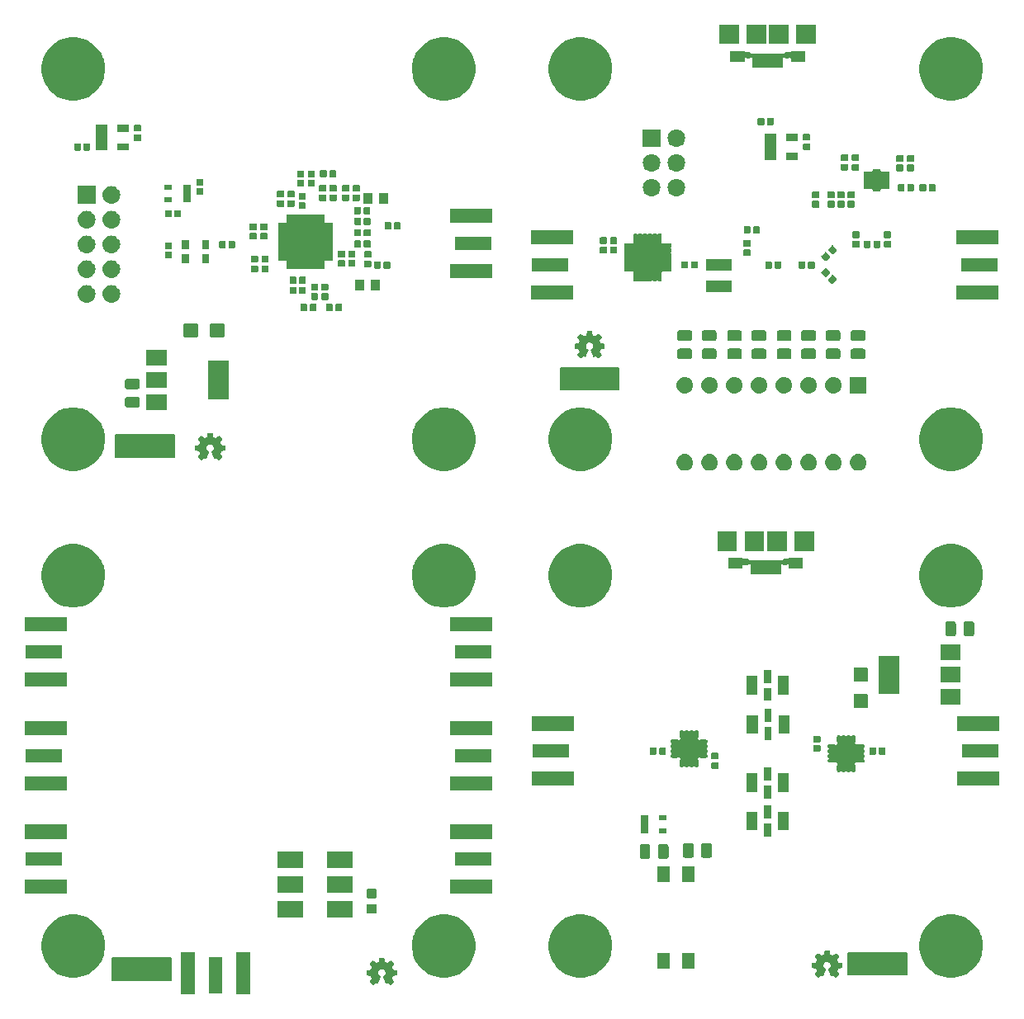
<source format=gts>
%MOIN*%
%OFA0B0*%
%FSLAX46Y46*%
%IPPOS*%
%LPD*%
%ADD10C,0.00039370078740157485*%
%ADD11C,0.005905511811023622*%
%ADD12C,0.0039370078740157488*%
%ADD23C,0.005905511811023622*%
%ADD24C,0.00039370078740157485*%
%ADD25C,0.0039370078740157488*%
%ADD26C,0.005905511811023622*%
%ADD27C,0.00039370078740157485*%
%ADD28C,0.0039370078740157488*%
%ADD29C,0.005905511811023622*%
%ADD30C,0.00039370078740157485*%
%ADD31C,0.0039370078740157488*%
G01*
D10*
G36*
X0001442756Y0000149080D02*
X0001444373Y0000149068D01*
X0001445824Y0000149049D01*
X0001447064Y0000149025D01*
X0001448050Y0000148995D01*
X0001448735Y0000148963D01*
X0001449077Y0000148927D01*
X0001449102Y0000148918D01*
X0001449204Y0000148682D01*
X0001449366Y0000148079D01*
X0001449585Y0000147136D01*
X0001449853Y0000145882D01*
X0001450164Y0000144344D01*
X0001450513Y0000142549D01*
X0001450822Y0000140911D01*
X0001451147Y0000139188D01*
X0001451456Y0000137587D01*
X0001451741Y0000136151D01*
X0001451992Y0000134922D01*
X0001452200Y0000133944D01*
X0001452358Y0000133260D01*
X0001452455Y0000132913D01*
X0001452472Y0000132880D01*
X0001452718Y0000132741D01*
X0001453273Y0000132483D01*
X0001454081Y0000132130D01*
X0001455086Y0000131704D01*
X0001456230Y0000131228D01*
X0001457458Y0000130725D01*
X0001458713Y0000130217D01*
X0001459938Y0000129729D01*
X0001461078Y0000129281D01*
X0001462075Y0000128898D01*
X0001462873Y0000128602D01*
X0001463417Y0000128415D01*
X0001463648Y0000128361D01*
X0001463648Y0000128362D01*
X0001463857Y0000128490D01*
X0001464359Y0000128821D01*
X0001465116Y0000129329D01*
X0001466091Y0000129989D01*
X0001467248Y0000130777D01*
X0001468550Y0000131666D01*
X0001469960Y0000132633D01*
X0001470301Y0000132867D01*
X0001471735Y0000133847D01*
X0001473076Y0000134751D01*
X0001474286Y0000135556D01*
X0001475328Y0000136235D01*
X0001476163Y0000136766D01*
X0001476754Y0000137123D01*
X0001477063Y0000137282D01*
X0001477090Y0000137288D01*
X0001477315Y0000137149D01*
X0001477779Y0000136760D01*
X0001478445Y0000136156D01*
X0001479275Y0000135375D01*
X0001480232Y0000134455D01*
X0001481279Y0000133434D01*
X0001482377Y0000132348D01*
X0001483490Y0000131235D01*
X0001484580Y0000130133D01*
X0001485610Y0000129079D01*
X0001486542Y0000128111D01*
X0001487339Y0000127265D01*
X0001487963Y0000126580D01*
X0001488376Y0000126092D01*
X0001488543Y0000125840D01*
X0001488544Y0000125829D01*
X0001488434Y0000125588D01*
X0001488121Y0000125057D01*
X0001487629Y0000124276D01*
X0001486984Y0000123283D01*
X0001486211Y0000122117D01*
X0001485336Y0000120816D01*
X0001484383Y0000119419D01*
X0001484322Y0000119330D01*
X0001483357Y0000117924D01*
X0001482460Y0000116608D01*
X0001481656Y0000115423D01*
X0001480972Y0000114407D01*
X0001480435Y0000113601D01*
X0001480071Y0000113043D01*
X0001479906Y0000112773D01*
X0001479904Y0000112768D01*
X0001479873Y0000112583D01*
X0001479917Y0000112274D01*
X0001480051Y0000111805D01*
X0001480287Y0000111138D01*
X0001480639Y0000110235D01*
X0001481121Y0000109060D01*
X0001481747Y0000107574D01*
X0001482076Y0000106801D01*
X0001482717Y0000105320D01*
X0001483307Y0000103995D01*
X0001483827Y0000102867D01*
X0001484258Y0000101977D01*
X0001484580Y0000101367D01*
X0001484773Y0000101079D01*
X0001484791Y0000101065D01*
X0001485061Y0000100987D01*
X0001485679Y0000100846D01*
X0001486599Y0000100652D01*
X0001487775Y0000100413D01*
X0001489164Y0000100140D01*
X0001490717Y0000099840D01*
X0001492392Y0000099524D01*
X0001492575Y0000099490D01*
X0001494493Y0000099126D01*
X0001496183Y0000098794D01*
X0001497613Y0000098499D01*
X0001498756Y0000098249D01*
X0001499582Y0000098049D01*
X0001500062Y0000097906D01*
X0001500175Y0000097845D01*
X0001500211Y0000097594D01*
X0001500245Y0000096988D01*
X0001500275Y0000096070D01*
X0001500300Y0000094887D01*
X0001500320Y0000093483D01*
X0001500334Y0000091903D01*
X0001500341Y0000090190D01*
X0001500341Y0000089762D01*
X0001500340Y0000087734D01*
X0001500334Y0000086070D01*
X0001500321Y0000084737D01*
X0001500301Y0000083697D01*
X0001500271Y0000082917D01*
X0001500232Y0000082362D01*
X0001500182Y0000081995D01*
X0001500119Y0000081783D01*
X0001500062Y0000081703D01*
X0001499806Y0000081614D01*
X0001499203Y0000081464D01*
X0001498297Y0000081263D01*
X0001497136Y0000081021D01*
X0001495765Y0000080747D01*
X0001494231Y0000080451D01*
X0001492612Y0000080148D01*
X0001490795Y0000079807D01*
X0001489165Y0000079488D01*
X0001487758Y0000079201D01*
X0001486611Y0000078952D01*
X0001485761Y0000078749D01*
X0001485245Y0000078601D01*
X0001485107Y0000078538D01*
X0001484948Y0000078284D01*
X0001484673Y0000077717D01*
X0001484303Y0000076891D01*
X0001483860Y0000075862D01*
X0001483366Y0000074685D01*
X0001482844Y0000073412D01*
X0001482314Y0000072101D01*
X0001481799Y0000070804D01*
X0001481322Y0000069576D01*
X0001480903Y0000068473D01*
X0001480565Y0000067549D01*
X0001480330Y0000066859D01*
X0001480221Y0000066457D01*
X0001480218Y0000066384D01*
X0001480350Y0000066167D01*
X0001480682Y0000065658D01*
X0001481190Y0000064898D01*
X0001481846Y0000063924D01*
X0001482625Y0000062775D01*
X0001483501Y0000061490D01*
X0001484429Y0000060134D01*
X0001485373Y0000058748D01*
X0001486241Y0000057454D01*
X0001487007Y0000056292D01*
X0001487646Y0000055301D01*
X0001488132Y0000054522D01*
X0001488440Y0000053993D01*
X0001488544Y0000053756D01*
X0001488406Y0000053533D01*
X0001488018Y0000053070D01*
X0001487415Y0000052404D01*
X0001486637Y0000051574D01*
X0001485720Y0000050617D01*
X0001484701Y0000049570D01*
X0001483618Y0000048470D01*
X0001482508Y0000047356D01*
X0001481409Y0000046264D01*
X0001480358Y0000045233D01*
X0001479392Y0000044299D01*
X0001478549Y0000043500D01*
X0001477866Y0000042874D01*
X0001477380Y0000042458D01*
X0001477129Y0000042290D01*
X0001477117Y0000042288D01*
X0001476886Y0000042398D01*
X0001476365Y0000042710D01*
X0001475594Y0000043200D01*
X0001474612Y0000043842D01*
X0001473457Y0000044610D01*
X0001472169Y0000045478D01*
X0001470837Y0000046388D01*
X0001469456Y0000047330D01*
X0001468169Y0000048196D01*
X0001467014Y0000048960D01*
X0001466033Y0000049597D01*
X0001465263Y0000050081D01*
X0001464745Y0000050386D01*
X0001464520Y0000050488D01*
X0001464227Y0000050396D01*
X0001463657Y0000050145D01*
X0001462880Y0000049768D01*
X0001461968Y0000049298D01*
X0001461549Y0000049075D01*
X0001460543Y0000048553D01*
X0001459665Y0000048134D01*
X0001458983Y0000047849D01*
X0001458561Y0000047726D01*
X0001458496Y0000047725D01*
X0001458395Y0000047780D01*
X0001458262Y0000047934D01*
X0001458089Y0000048213D01*
X0001457863Y0000048639D01*
X0001457575Y0000049238D01*
X0001457213Y0000050034D01*
X0001456767Y0000051050D01*
X0001456225Y0000052312D01*
X0001455578Y0000053843D01*
X0001454813Y0000055668D01*
X0001453922Y0000057811D01*
X0001452891Y0000060296D01*
X0001452711Y0000060733D01*
X0001451821Y0000062892D01*
X0001450980Y0000064947D01*
X0001450201Y0000066867D01*
X0001449496Y0000068622D01*
X0001448876Y0000070181D01*
X0001448354Y0000071515D01*
X0001447942Y0000072592D01*
X0001447651Y0000073383D01*
X0001447494Y0000073857D01*
X0001447470Y0000073983D01*
X0001447675Y0000074216D01*
X0001448138Y0000074613D01*
X0001448788Y0000075114D01*
X0001449416Y0000075565D01*
X0001451075Y0000076788D01*
X0001452431Y0000077943D01*
X0001453551Y0000079106D01*
X0001454505Y0000080354D01*
X0001455361Y0000081761D01*
X0001455782Y0000082562D01*
X0001456722Y0000084862D01*
X0001457286Y0000087237D01*
X0001457479Y0000089647D01*
X0001457307Y0000092051D01*
X0001456778Y0000094408D01*
X0001455895Y0000096679D01*
X0001454667Y0000098823D01*
X0001453099Y0000100799D01*
X0001452978Y0000100928D01*
X0001451102Y0000102644D01*
X0001449008Y0000104038D01*
X0001446667Y0000105127D01*
X0001445537Y0000105519D01*
X0001444879Y0000105709D01*
X0001444258Y0000105841D01*
X0001443576Y0000105924D01*
X0001442736Y0000105969D01*
X0001441637Y0000105986D01*
X0001441044Y0000105988D01*
X0001439799Y0000105979D01*
X0001438855Y0000105948D01*
X0001438113Y0000105882D01*
X0001437475Y0000105773D01*
X0001436841Y0000105609D01*
X0001436544Y0000105519D01*
X0001434104Y0000104558D01*
X0001431888Y0000103279D01*
X0001429920Y0000101702D01*
X0001428222Y0000099845D01*
X0001426818Y0000097728D01*
X0001426430Y0000096988D01*
X0001425620Y0000095143D01*
X0001425087Y0000093396D01*
X0001424797Y0000091596D01*
X0001424713Y0000089688D01*
X0001424904Y0000087126D01*
X0001425472Y0000084682D01*
X0001426405Y0000082381D01*
X0001427693Y0000080248D01*
X0001429289Y0000078347D01*
X0001430005Y0000077678D01*
X0001430935Y0000076897D01*
X0001431958Y0000076100D01*
X0001432953Y0000075379D01*
X0001433799Y0000074828D01*
X0001433903Y0000074768D01*
X0001434363Y0000074417D01*
X0001434640Y0000074044D01*
X0001434658Y0000073990D01*
X0001434601Y0000073727D01*
X0001434395Y0000073116D01*
X0001434048Y0000072178D01*
X0001433568Y0000070932D01*
X0001432964Y0000069398D01*
X0001432242Y0000067596D01*
X0001431411Y0000065547D01*
X0001430478Y0000063271D01*
X0001429556Y0000061036D01*
X0001428673Y0000058906D01*
X0001427831Y0000056878D01*
X0001427043Y0000054984D01*
X0001426322Y0000053254D01*
X0001425682Y0000051721D01*
X0001425135Y0000050416D01*
X0001424695Y0000049369D01*
X0001424374Y0000048612D01*
X0001424185Y0000048176D01*
X0001424143Y0000048086D01*
X0001423819Y0000047767D01*
X0001423551Y0000047688D01*
X0001423247Y0000047779D01*
X0001422667Y0000048031D01*
X0001421881Y0000048409D01*
X0001420963Y0000048880D01*
X0001420537Y0000049107D01*
X0001419363Y0000049716D01*
X0001418437Y0000050150D01*
X0001417790Y0000050393D01*
X0001417473Y0000050439D01*
X0001417192Y0000050304D01*
X0001416635Y0000049972D01*
X0001415854Y0000049476D01*
X0001414901Y0000048850D01*
X0001413828Y0000048127D01*
X0001413144Y0000047658D01*
X0001411297Y0000046384D01*
X0001409751Y0000045322D01*
X0001408478Y0000044453D01*
X0001407452Y0000043759D01*
X0001406644Y0000043224D01*
X0001406030Y0000042828D01*
X0001405580Y0000042555D01*
X0001405268Y0000042386D01*
X0001405067Y0000042303D01*
X0001404975Y0000042288D01*
X0001404768Y0000042425D01*
X0001404312Y0000042815D01*
X0001403640Y0000043429D01*
X0001402784Y0000044234D01*
X0001401777Y0000045201D01*
X0001400652Y0000046298D01*
X0001399441Y0000047496D01*
X0001399201Y0000047734D01*
X0001397981Y0000048957D01*
X0001396850Y0000050103D01*
X0001395840Y0000051137D01*
X0001394983Y0000052027D01*
X0001394309Y0000052741D01*
X0001393852Y0000053245D01*
X0001393641Y0000053508D01*
X0001393632Y0000053527D01*
X0001393597Y0000053644D01*
X0001393584Y0000053764D01*
X0001393615Y0000053918D01*
X0001393709Y0000054141D01*
X0001393887Y0000054463D01*
X0001394168Y0000054918D01*
X0001394573Y0000055538D01*
X0001395122Y0000056355D01*
X0001395835Y0000057402D01*
X0001396732Y0000058711D01*
X0001397833Y0000060315D01*
X0001397933Y0000060461D01*
X0001398864Y0000061825D01*
X0001399719Y0000063092D01*
X0001400471Y0000064224D01*
X0001401095Y0000065180D01*
X0001401566Y0000065921D01*
X0001401857Y0000066407D01*
X0001401944Y0000066595D01*
X0001401872Y0000066847D01*
X0001401668Y0000067423D01*
X0001401350Y0000068274D01*
X0001400937Y0000069354D01*
X0001400445Y0000070616D01*
X0001399893Y0000072012D01*
X0001399617Y0000072704D01*
X0001398919Y0000074436D01*
X0001398346Y0000075824D01*
X0001397884Y0000076900D01*
X0001397519Y0000077694D01*
X0001397237Y0000078238D01*
X0001397023Y0000078563D01*
X0001396867Y0000078698D01*
X0001396578Y0000078774D01*
X0001395942Y0000078912D01*
X0001395007Y0000079103D01*
X0001393822Y0000079337D01*
X0001392433Y0000079605D01*
X0001390888Y0000079897D01*
X0001389366Y0000080180D01*
X0001387727Y0000080487D01*
X0001386207Y0000080781D01*
X0001384852Y0000081052D01*
X0001383709Y0000081290D01*
X0001382824Y0000081486D01*
X0001382244Y0000081631D01*
X0001382016Y0000081711D01*
X0001381946Y0000081836D01*
X0001381888Y0000082104D01*
X0001381841Y0000082550D01*
X0001381806Y0000083208D01*
X0001381779Y0000084111D01*
X0001381761Y0000085293D01*
X0001381750Y0000086789D01*
X0001381745Y0000088632D01*
X0001381744Y0000089808D01*
X0001381744Y0000097678D01*
X0001382194Y0000097956D01*
X0001382489Y0000098055D01*
X0001383131Y0000098213D01*
X0001384072Y0000098422D01*
X0001385267Y0000098671D01*
X0001386668Y0000098952D01*
X0001388228Y0000099253D01*
X0001389900Y0000099565D01*
X0001389944Y0000099573D01*
X0001391609Y0000099883D01*
X0001393153Y0000100182D01*
X0001394533Y0000100458D01*
X0001395702Y0000100703D01*
X0001396615Y0000100907D01*
X0001397227Y0000101061D01*
X0001397492Y0000101155D01*
X0001397496Y0000101158D01*
X0001397641Y0000101405D01*
X0001397914Y0000101964D01*
X0001398290Y0000102778D01*
X0001398745Y0000103790D01*
X0001399254Y0000104944D01*
X0001399793Y0000106182D01*
X0001400338Y0000107448D01*
X0001400863Y0000108685D01*
X0001401344Y0000109835D01*
X0001401758Y0000110842D01*
X0001402078Y0000111648D01*
X0001402282Y0000112198D01*
X0001402344Y0000112425D01*
X0001402234Y0000112654D01*
X0001401921Y0000113174D01*
X0001401429Y0000113946D01*
X0001400784Y0000114934D01*
X0001400009Y0000116098D01*
X0001399131Y0000117402D01*
X0001398173Y0000118807D01*
X0001398021Y0000119029D01*
X0001397049Y0000120451D01*
X0001396147Y0000121781D01*
X0001395342Y0000122981D01*
X0001394660Y0000124012D01*
X0001394125Y0000124835D01*
X0001393763Y0000125412D01*
X0001393599Y0000125705D01*
X0001393594Y0000125721D01*
X0001393624Y0000125882D01*
X0001393787Y0000126154D01*
X0001394106Y0000126560D01*
X0001394602Y0000127124D01*
X0001395296Y0000127867D01*
X0001396208Y0000128815D01*
X0001397362Y0000129991D01*
X0001398778Y0000131417D01*
X0001399062Y0000131702D01*
X0001400480Y0000133114D01*
X0001401746Y0000134355D01*
X0001402837Y0000135404D01*
X0001403732Y0000136241D01*
X0001404410Y0000136847D01*
X0001404849Y0000137200D01*
X0001405012Y0000137288D01*
X0001405258Y0000137178D01*
X0001405793Y0000136865D01*
X0001406580Y0000136373D01*
X0001407579Y0000135728D01*
X0001408751Y0000134955D01*
X0001410060Y0000134079D01*
X0001411464Y0000133124D01*
X0001411617Y0000133020D01*
X0001413035Y0000132050D01*
X0001414363Y0000131145D01*
X0001415561Y0000130331D01*
X0001416590Y0000129636D01*
X0001417411Y0000129086D01*
X0001417984Y0000128707D01*
X0001418271Y0000128525D01*
X0001418281Y0000128520D01*
X0001418456Y0000128466D01*
X0001418714Y0000128474D01*
X0001419096Y0000128557D01*
X0001419648Y0000128730D01*
X0001420412Y0000129008D01*
X0001421432Y0000129404D01*
X0001422751Y0000129933D01*
X0001423681Y0000130312D01*
X0001425329Y0000130985D01*
X0001426645Y0000131525D01*
X0001427667Y0000131953D01*
X0001428435Y0000132286D01*
X0001428987Y0000132543D01*
X0001429361Y0000132742D01*
X0001429597Y0000132902D01*
X0001429733Y0000133042D01*
X0001429808Y0000133181D01*
X0001429840Y0000133273D01*
X0001429903Y0000133553D01*
X0001430031Y0000134180D01*
X0001430213Y0000135109D01*
X0001430441Y0000136294D01*
X0001430706Y0000137688D01*
X0001431000Y0000139246D01*
X0001431314Y0000140922D01*
X0001431346Y0000141095D01*
X0001431663Y0000142776D01*
X0001431967Y0000144338D01*
X0001432248Y0000145737D01*
X0001432496Y0000146927D01*
X0001432703Y0000147865D01*
X0001432859Y0000148503D01*
X0001432954Y0000148798D01*
X0001432961Y0000148807D01*
X0001433080Y0000148880D01*
X0001433329Y0000148939D01*
X0001433742Y0000148987D01*
X0001434355Y0000149023D01*
X0001435203Y0000149050D01*
X0001436320Y0000149068D01*
X0001437741Y0000149079D01*
X0001439502Y0000149084D01*
X0001441019Y0000149085D01*
X0001442756Y0000149080D01*
X0001442756Y0000149080D01*
G37*
X0001442756Y0000149080D02*
X0001444373Y0000149068D01*
X0001445824Y0000149049D01*
X0001447064Y0000149025D01*
X0001448050Y0000148995D01*
X0001448735Y0000148963D01*
X0001449077Y0000148927D01*
X0001449102Y0000148918D01*
X0001449204Y0000148682D01*
X0001449366Y0000148079D01*
X0001449585Y0000147136D01*
X0001449853Y0000145882D01*
X0001450164Y0000144344D01*
X0001450513Y0000142549D01*
X0001450822Y0000140911D01*
X0001451147Y0000139188D01*
X0001451456Y0000137587D01*
X0001451741Y0000136151D01*
X0001451992Y0000134922D01*
X0001452200Y0000133944D01*
X0001452358Y0000133260D01*
X0001452455Y0000132913D01*
X0001452472Y0000132880D01*
X0001452718Y0000132741D01*
X0001453273Y0000132483D01*
X0001454081Y0000132130D01*
X0001455086Y0000131704D01*
X0001456230Y0000131228D01*
X0001457458Y0000130725D01*
X0001458713Y0000130217D01*
X0001459938Y0000129729D01*
X0001461078Y0000129281D01*
X0001462075Y0000128898D01*
X0001462873Y0000128602D01*
X0001463417Y0000128415D01*
X0001463648Y0000128361D01*
X0001463648Y0000128362D01*
X0001463857Y0000128490D01*
X0001464359Y0000128821D01*
X0001465116Y0000129329D01*
X0001466091Y0000129989D01*
X0001467248Y0000130777D01*
X0001468550Y0000131666D01*
X0001469960Y0000132633D01*
X0001470301Y0000132867D01*
X0001471735Y0000133847D01*
X0001473076Y0000134751D01*
X0001474286Y0000135556D01*
X0001475328Y0000136235D01*
X0001476163Y0000136766D01*
X0001476754Y0000137123D01*
X0001477063Y0000137282D01*
X0001477090Y0000137288D01*
X0001477315Y0000137149D01*
X0001477779Y0000136760D01*
X0001478445Y0000136156D01*
X0001479275Y0000135375D01*
X0001480232Y0000134455D01*
X0001481279Y0000133434D01*
X0001482377Y0000132348D01*
X0001483490Y0000131235D01*
X0001484580Y0000130133D01*
X0001485610Y0000129079D01*
X0001486542Y0000128111D01*
X0001487339Y0000127265D01*
X0001487963Y0000126580D01*
X0001488376Y0000126092D01*
X0001488543Y0000125840D01*
X0001488544Y0000125829D01*
X0001488434Y0000125588D01*
X0001488121Y0000125057D01*
X0001487629Y0000124276D01*
X0001486984Y0000123283D01*
X0001486211Y0000122117D01*
X0001485336Y0000120816D01*
X0001484383Y0000119419D01*
X0001484322Y0000119330D01*
X0001483357Y0000117924D01*
X0001482460Y0000116608D01*
X0001481656Y0000115423D01*
X0001480972Y0000114407D01*
X0001480435Y0000113601D01*
X0001480071Y0000113043D01*
X0001479906Y0000112773D01*
X0001479904Y0000112768D01*
X0001479873Y0000112583D01*
X0001479917Y0000112274D01*
X0001480051Y0000111805D01*
X0001480287Y0000111138D01*
X0001480639Y0000110235D01*
X0001481121Y0000109060D01*
X0001481747Y0000107574D01*
X0001482076Y0000106801D01*
X0001482717Y0000105320D01*
X0001483307Y0000103995D01*
X0001483827Y0000102867D01*
X0001484258Y0000101977D01*
X0001484580Y0000101367D01*
X0001484773Y0000101079D01*
X0001484791Y0000101065D01*
X0001485061Y0000100987D01*
X0001485679Y0000100846D01*
X0001486599Y0000100652D01*
X0001487775Y0000100413D01*
X0001489164Y0000100140D01*
X0001490717Y0000099840D01*
X0001492392Y0000099524D01*
X0001492575Y0000099490D01*
X0001494493Y0000099126D01*
X0001496183Y0000098794D01*
X0001497613Y0000098499D01*
X0001498756Y0000098249D01*
X0001499582Y0000098049D01*
X0001500062Y0000097906D01*
X0001500175Y0000097845D01*
X0001500211Y0000097594D01*
X0001500245Y0000096988D01*
X0001500275Y0000096070D01*
X0001500300Y0000094887D01*
X0001500320Y0000093483D01*
X0001500334Y0000091903D01*
X0001500341Y0000090190D01*
X0001500341Y0000089762D01*
X0001500340Y0000087734D01*
X0001500334Y0000086070D01*
X0001500321Y0000084737D01*
X0001500301Y0000083697D01*
X0001500271Y0000082917D01*
X0001500232Y0000082362D01*
X0001500182Y0000081995D01*
X0001500119Y0000081783D01*
X0001500062Y0000081703D01*
X0001499806Y0000081614D01*
X0001499203Y0000081464D01*
X0001498297Y0000081263D01*
X0001497136Y0000081021D01*
X0001495765Y0000080747D01*
X0001494231Y0000080451D01*
X0001492612Y0000080148D01*
X0001490795Y0000079807D01*
X0001489165Y0000079488D01*
X0001487758Y0000079201D01*
X0001486611Y0000078952D01*
X0001485761Y0000078749D01*
X0001485245Y0000078601D01*
X0001485107Y0000078538D01*
X0001484948Y0000078284D01*
X0001484673Y0000077717D01*
X0001484303Y0000076891D01*
X0001483860Y0000075862D01*
X0001483366Y0000074685D01*
X0001482844Y0000073412D01*
X0001482314Y0000072101D01*
X0001481799Y0000070804D01*
X0001481322Y0000069576D01*
X0001480903Y0000068473D01*
X0001480565Y0000067549D01*
X0001480330Y0000066859D01*
X0001480221Y0000066457D01*
X0001480218Y0000066384D01*
X0001480350Y0000066167D01*
X0001480682Y0000065658D01*
X0001481190Y0000064898D01*
X0001481846Y0000063924D01*
X0001482625Y0000062775D01*
X0001483501Y0000061490D01*
X0001484429Y0000060134D01*
X0001485373Y0000058748D01*
X0001486241Y0000057454D01*
X0001487007Y0000056292D01*
X0001487646Y0000055301D01*
X0001488132Y0000054522D01*
X0001488440Y0000053993D01*
X0001488544Y0000053756D01*
X0001488406Y0000053533D01*
X0001488018Y0000053070D01*
X0001487415Y0000052404D01*
X0001486637Y0000051574D01*
X0001485720Y0000050617D01*
X0001484701Y0000049570D01*
X0001483618Y0000048470D01*
X0001482508Y0000047356D01*
X0001481409Y0000046264D01*
X0001480358Y0000045233D01*
X0001479392Y0000044299D01*
X0001478549Y0000043500D01*
X0001477866Y0000042874D01*
X0001477380Y0000042458D01*
X0001477129Y0000042290D01*
X0001477117Y0000042288D01*
X0001476886Y0000042398D01*
X0001476365Y0000042710D01*
X0001475594Y0000043200D01*
X0001474612Y0000043842D01*
X0001473457Y0000044610D01*
X0001472169Y0000045478D01*
X0001470837Y0000046388D01*
X0001469456Y0000047330D01*
X0001468169Y0000048196D01*
X0001467014Y0000048960D01*
X0001466033Y0000049597D01*
X0001465263Y0000050081D01*
X0001464745Y0000050386D01*
X0001464520Y0000050488D01*
X0001464227Y0000050396D01*
X0001463657Y0000050145D01*
X0001462880Y0000049768D01*
X0001461968Y0000049298D01*
X0001461549Y0000049075D01*
X0001460543Y0000048553D01*
X0001459665Y0000048134D01*
X0001458983Y0000047849D01*
X0001458561Y0000047726D01*
X0001458496Y0000047725D01*
X0001458395Y0000047780D01*
X0001458262Y0000047934D01*
X0001458089Y0000048213D01*
X0001457863Y0000048639D01*
X0001457575Y0000049238D01*
X0001457213Y0000050034D01*
X0001456767Y0000051050D01*
X0001456225Y0000052312D01*
X0001455578Y0000053843D01*
X0001454813Y0000055668D01*
X0001453922Y0000057811D01*
X0001452891Y0000060296D01*
X0001452711Y0000060733D01*
X0001451821Y0000062892D01*
X0001450980Y0000064947D01*
X0001450201Y0000066867D01*
X0001449496Y0000068622D01*
X0001448876Y0000070181D01*
X0001448354Y0000071515D01*
X0001447942Y0000072592D01*
X0001447651Y0000073383D01*
X0001447494Y0000073857D01*
X0001447470Y0000073983D01*
X0001447675Y0000074216D01*
X0001448138Y0000074613D01*
X0001448788Y0000075114D01*
X0001449416Y0000075565D01*
X0001451075Y0000076788D01*
X0001452431Y0000077943D01*
X0001453551Y0000079106D01*
X0001454505Y0000080354D01*
X0001455361Y0000081761D01*
X0001455782Y0000082562D01*
X0001456722Y0000084862D01*
X0001457286Y0000087237D01*
X0001457479Y0000089647D01*
X0001457307Y0000092051D01*
X0001456778Y0000094408D01*
X0001455895Y0000096679D01*
X0001454667Y0000098823D01*
X0001453099Y0000100799D01*
X0001452978Y0000100928D01*
X0001451102Y0000102644D01*
X0001449008Y0000104038D01*
X0001446667Y0000105127D01*
X0001445537Y0000105519D01*
X0001444879Y0000105709D01*
X0001444258Y0000105841D01*
X0001443576Y0000105924D01*
X0001442736Y0000105969D01*
X0001441637Y0000105986D01*
X0001441044Y0000105988D01*
X0001439799Y0000105979D01*
X0001438855Y0000105948D01*
X0001438113Y0000105882D01*
X0001437475Y0000105773D01*
X0001436841Y0000105609D01*
X0001436544Y0000105519D01*
X0001434104Y0000104558D01*
X0001431888Y0000103279D01*
X0001429920Y0000101702D01*
X0001428222Y0000099845D01*
X0001426818Y0000097728D01*
X0001426430Y0000096988D01*
X0001425620Y0000095143D01*
X0001425087Y0000093396D01*
X0001424797Y0000091596D01*
X0001424713Y0000089688D01*
X0001424904Y0000087126D01*
X0001425472Y0000084682D01*
X0001426405Y0000082381D01*
X0001427693Y0000080248D01*
X0001429289Y0000078347D01*
X0001430005Y0000077678D01*
X0001430935Y0000076897D01*
X0001431958Y0000076100D01*
X0001432953Y0000075379D01*
X0001433799Y0000074828D01*
X0001433903Y0000074768D01*
X0001434363Y0000074417D01*
X0001434640Y0000074044D01*
X0001434658Y0000073990D01*
X0001434601Y0000073727D01*
X0001434395Y0000073116D01*
X0001434048Y0000072178D01*
X0001433568Y0000070932D01*
X0001432964Y0000069398D01*
X0001432242Y0000067596D01*
X0001431411Y0000065547D01*
X0001430478Y0000063271D01*
X0001429556Y0000061036D01*
X0001428673Y0000058906D01*
X0001427831Y0000056878D01*
X0001427043Y0000054984D01*
X0001426322Y0000053254D01*
X0001425682Y0000051721D01*
X0001425135Y0000050416D01*
X0001424695Y0000049369D01*
X0001424374Y0000048612D01*
X0001424185Y0000048176D01*
X0001424143Y0000048086D01*
X0001423819Y0000047767D01*
X0001423551Y0000047688D01*
X0001423247Y0000047779D01*
X0001422667Y0000048031D01*
X0001421881Y0000048409D01*
X0001420963Y0000048880D01*
X0001420537Y0000049107D01*
X0001419363Y0000049716D01*
X0001418437Y0000050150D01*
X0001417790Y0000050393D01*
X0001417473Y0000050439D01*
X0001417192Y0000050304D01*
X0001416635Y0000049972D01*
X0001415854Y0000049476D01*
X0001414901Y0000048850D01*
X0001413828Y0000048127D01*
X0001413144Y0000047658D01*
X0001411297Y0000046384D01*
X0001409751Y0000045322D01*
X0001408478Y0000044453D01*
X0001407452Y0000043759D01*
X0001406644Y0000043224D01*
X0001406030Y0000042828D01*
X0001405580Y0000042555D01*
X0001405268Y0000042386D01*
X0001405067Y0000042303D01*
X0001404975Y0000042288D01*
X0001404768Y0000042425D01*
X0001404312Y0000042815D01*
X0001403640Y0000043429D01*
X0001402784Y0000044234D01*
X0001401777Y0000045201D01*
X0001400652Y0000046298D01*
X0001399441Y0000047496D01*
X0001399201Y0000047734D01*
X0001397981Y0000048957D01*
X0001396850Y0000050103D01*
X0001395840Y0000051137D01*
X0001394983Y0000052027D01*
X0001394309Y0000052741D01*
X0001393852Y0000053245D01*
X0001393641Y0000053508D01*
X0001393632Y0000053527D01*
X0001393597Y0000053644D01*
X0001393584Y0000053764D01*
X0001393615Y0000053918D01*
X0001393709Y0000054141D01*
X0001393887Y0000054463D01*
X0001394168Y0000054918D01*
X0001394573Y0000055538D01*
X0001395122Y0000056355D01*
X0001395835Y0000057402D01*
X0001396732Y0000058711D01*
X0001397833Y0000060315D01*
X0001397933Y0000060461D01*
X0001398864Y0000061825D01*
X0001399719Y0000063092D01*
X0001400471Y0000064224D01*
X0001401095Y0000065180D01*
X0001401566Y0000065921D01*
X0001401857Y0000066407D01*
X0001401944Y0000066595D01*
X0001401872Y0000066847D01*
X0001401668Y0000067423D01*
X0001401350Y0000068274D01*
X0001400937Y0000069354D01*
X0001400445Y0000070616D01*
X0001399893Y0000072012D01*
X0001399617Y0000072704D01*
X0001398919Y0000074436D01*
X0001398346Y0000075824D01*
X0001397884Y0000076900D01*
X0001397519Y0000077694D01*
X0001397237Y0000078238D01*
X0001397023Y0000078563D01*
X0001396867Y0000078698D01*
X0001396578Y0000078774D01*
X0001395942Y0000078912D01*
X0001395007Y0000079103D01*
X0001393822Y0000079337D01*
X0001392433Y0000079605D01*
X0001390888Y0000079897D01*
X0001389366Y0000080180D01*
X0001387727Y0000080487D01*
X0001386207Y0000080781D01*
X0001384852Y0000081052D01*
X0001383709Y0000081290D01*
X0001382824Y0000081486D01*
X0001382244Y0000081631D01*
X0001382016Y0000081711D01*
X0001381946Y0000081836D01*
X0001381888Y0000082104D01*
X0001381841Y0000082550D01*
X0001381806Y0000083208D01*
X0001381779Y0000084111D01*
X0001381761Y0000085293D01*
X0001381750Y0000086789D01*
X0001381745Y0000088632D01*
X0001381744Y0000089808D01*
X0001381744Y0000097678D01*
X0001382194Y0000097956D01*
X0001382489Y0000098055D01*
X0001383131Y0000098213D01*
X0001384072Y0000098422D01*
X0001385267Y0000098671D01*
X0001386668Y0000098952D01*
X0001388228Y0000099253D01*
X0001389900Y0000099565D01*
X0001389944Y0000099573D01*
X0001391609Y0000099883D01*
X0001393153Y0000100182D01*
X0001394533Y0000100458D01*
X0001395702Y0000100703D01*
X0001396615Y0000100907D01*
X0001397227Y0000101061D01*
X0001397492Y0000101155D01*
X0001397496Y0000101158D01*
X0001397641Y0000101405D01*
X0001397914Y0000101964D01*
X0001398290Y0000102778D01*
X0001398745Y0000103790D01*
X0001399254Y0000104944D01*
X0001399793Y0000106182D01*
X0001400338Y0000107448D01*
X0001400863Y0000108685D01*
X0001401344Y0000109835D01*
X0001401758Y0000110842D01*
X0001402078Y0000111648D01*
X0001402282Y0000112198D01*
X0001402344Y0000112425D01*
X0001402234Y0000112654D01*
X0001401921Y0000113174D01*
X0001401429Y0000113946D01*
X0001400784Y0000114934D01*
X0001400009Y0000116098D01*
X0001399131Y0000117402D01*
X0001398173Y0000118807D01*
X0001398021Y0000119029D01*
X0001397049Y0000120451D01*
X0001396147Y0000121781D01*
X0001395342Y0000122981D01*
X0001394660Y0000124012D01*
X0001394125Y0000124835D01*
X0001393763Y0000125412D01*
X0001393599Y0000125705D01*
X0001393594Y0000125721D01*
X0001393624Y0000125882D01*
X0001393787Y0000126154D01*
X0001394106Y0000126560D01*
X0001394602Y0000127124D01*
X0001395296Y0000127867D01*
X0001396208Y0000128815D01*
X0001397362Y0000129991D01*
X0001398778Y0000131417D01*
X0001399062Y0000131702D01*
X0001400480Y0000133114D01*
X0001401746Y0000134355D01*
X0001402837Y0000135404D01*
X0001403732Y0000136241D01*
X0001404410Y0000136847D01*
X0001404849Y0000137200D01*
X0001405012Y0000137288D01*
X0001405258Y0000137178D01*
X0001405793Y0000136865D01*
X0001406580Y0000136373D01*
X0001407579Y0000135728D01*
X0001408751Y0000134955D01*
X0001410060Y0000134079D01*
X0001411464Y0000133124D01*
X0001411617Y0000133020D01*
X0001413035Y0000132050D01*
X0001414363Y0000131145D01*
X0001415561Y0000130331D01*
X0001416590Y0000129636D01*
X0001417411Y0000129086D01*
X0001417984Y0000128707D01*
X0001418271Y0000128525D01*
X0001418281Y0000128520D01*
X0001418456Y0000128466D01*
X0001418714Y0000128474D01*
X0001419096Y0000128557D01*
X0001419648Y0000128730D01*
X0001420412Y0000129008D01*
X0001421432Y0000129404D01*
X0001422751Y0000129933D01*
X0001423681Y0000130312D01*
X0001425329Y0000130985D01*
X0001426645Y0000131525D01*
X0001427667Y0000131953D01*
X0001428435Y0000132286D01*
X0001428987Y0000132543D01*
X0001429361Y0000132742D01*
X0001429597Y0000132902D01*
X0001429733Y0000133042D01*
X0001429808Y0000133181D01*
X0001429840Y0000133273D01*
X0001429903Y0000133553D01*
X0001430031Y0000134180D01*
X0001430213Y0000135109D01*
X0001430441Y0000136294D01*
X0001430706Y0000137688D01*
X0001431000Y0000139246D01*
X0001431314Y0000140922D01*
X0001431346Y0000141095D01*
X0001431663Y0000142776D01*
X0001431967Y0000144338D01*
X0001432248Y0000145737D01*
X0001432496Y0000146927D01*
X0001432703Y0000147865D01*
X0001432859Y0000148503D01*
X0001432954Y0000148798D01*
X0001432961Y0000148807D01*
X0001433080Y0000148880D01*
X0001433329Y0000148939D01*
X0001433742Y0000148987D01*
X0001434355Y0000149023D01*
X0001435203Y0000149050D01*
X0001436320Y0000149068D01*
X0001437741Y0000149079D01*
X0001439502Y0000149084D01*
X0001441019Y0000149085D01*
X0001442756Y0000149080D01*
D11*
G36*
X0000356299Y0000147637D02*
X0000592519Y0000147637D01*
X0000592519Y0000059055D01*
X0000356299Y0000059055D01*
X0000356299Y0000147637D01*
G37*
X0000356299Y0000147637D02*
X0000592519Y0000147637D01*
X0000592519Y0000059055D01*
X0000356299Y0000059055D01*
X0000356299Y0000147637D01*
D12*
G36*
X0000911456Y0000001929D02*
X0000854291Y0000001929D01*
X0000854291Y0000171299D01*
X0000911456Y0000171299D01*
X0000911456Y0000001929D01*
X0000911456Y0000001929D01*
G37*
G36*
X0000689015Y0000001929D02*
X0000631850Y0000001929D01*
X0000631850Y0000171299D01*
X0000689015Y0000171299D01*
X0000689015Y0000001929D01*
X0000689015Y0000001929D01*
G37*
G36*
X0000798661Y0000005866D02*
X0000744645Y0000005866D01*
X0000744645Y0000151614D01*
X0000798661Y0000151614D01*
X0000798661Y0000005866D01*
X0000798661Y0000005866D01*
G37*
G36*
X0000221820Y0000322383D02*
X0000234184Y0000319923D01*
X0000257477Y0000310275D01*
X0000268878Y0000302657D01*
X0000278440Y0000296268D01*
X0000296268Y0000278440D01*
X0000296268Y0000278440D01*
X0000310275Y0000257477D01*
X0000315067Y0000245907D01*
X0000319923Y0000234184D01*
X0000324842Y0000209456D01*
X0000324842Y0000184244D01*
X0000322383Y0000171880D01*
X0000319923Y0000159516D01*
X0000310275Y0000136223D01*
X0000300522Y0000121626D01*
X0000296268Y0000115260D01*
X0000278440Y0000097432D01*
X0000278440Y0000097432D01*
X0000257477Y0000083425D01*
X0000234184Y0000073776D01*
X0000221820Y0000071317D01*
X0000209456Y0000068858D01*
X0000184244Y0000068858D01*
X0000171880Y0000071317D01*
X0000159516Y0000073776D01*
X0000136223Y0000083425D01*
X0000115260Y0000097432D01*
X0000115260Y0000097432D01*
X0000097432Y0000115260D01*
X0000093178Y0000121626D01*
X0000083425Y0000136223D01*
X0000073776Y0000159516D01*
X0000071317Y0000171880D01*
X0000068858Y0000184244D01*
X0000068858Y0000209456D01*
X0000073776Y0000234184D01*
X0000078632Y0000245907D01*
X0000083425Y0000257477D01*
X0000097432Y0000278440D01*
X0000097432Y0000278440D01*
X0000115260Y0000296268D01*
X0000124821Y0000302657D01*
X0000136223Y0000310275D01*
X0000159516Y0000319923D01*
X0000171880Y0000322383D01*
X0000184244Y0000324842D01*
X0000209456Y0000324842D01*
X0000221820Y0000322383D01*
X0000221820Y0000322383D01*
G37*
G36*
X0001717883Y0000322383D02*
X0001730247Y0000319923D01*
X0001753540Y0000310275D01*
X0001764941Y0000302657D01*
X0001774503Y0000296268D01*
X0001792331Y0000278440D01*
X0001792331Y0000278440D01*
X0001806338Y0000257477D01*
X0001811130Y0000245907D01*
X0001815986Y0000234184D01*
X0001820905Y0000209456D01*
X0001820905Y0000184244D01*
X0001818446Y0000171880D01*
X0001815986Y0000159516D01*
X0001806338Y0000136223D01*
X0001796585Y0000121626D01*
X0001792331Y0000115260D01*
X0001774503Y0000097432D01*
X0001774503Y0000097432D01*
X0001753540Y0000083425D01*
X0001730247Y0000073776D01*
X0001717883Y0000071317D01*
X0001705519Y0000068858D01*
X0001680307Y0000068858D01*
X0001667943Y0000071317D01*
X0001655579Y0000073776D01*
X0001632286Y0000083425D01*
X0001611323Y0000097432D01*
X0001611323Y0000097432D01*
X0001593495Y0000115260D01*
X0001589241Y0000121626D01*
X0001579488Y0000136223D01*
X0001569839Y0000159516D01*
X0001567380Y0000171880D01*
X0001564921Y0000184244D01*
X0001564921Y0000209456D01*
X0001569839Y0000234184D01*
X0001574695Y0000245907D01*
X0001579488Y0000257477D01*
X0001593495Y0000278440D01*
X0001593495Y0000278440D01*
X0001611323Y0000296268D01*
X0001620884Y0000302657D01*
X0001632286Y0000310275D01*
X0001655579Y0000319923D01*
X0001667943Y0000322383D01*
X0001680307Y0000324842D01*
X0001705519Y0000324842D01*
X0001717883Y0000322383D01*
X0001717883Y0000322383D01*
G37*
G36*
X0001325345Y0000310747D02*
X0001221329Y0000310747D01*
X0001221329Y0000379724D01*
X0001325345Y0000379724D01*
X0001325345Y0000310747D01*
X0001325345Y0000310747D01*
G37*
G36*
X0001125345Y0000310747D02*
X0001021329Y0000310747D01*
X0001021329Y0000379724D01*
X0001125345Y0000379724D01*
X0001125345Y0000310747D01*
X0001125345Y0000310747D01*
G37*
G36*
X0001416519Y0000366020D02*
X0001417857Y0000365614D01*
X0001419090Y0000364955D01*
X0001420170Y0000364068D01*
X0001421057Y0000362987D01*
X0001421716Y0000361754D01*
X0001422122Y0000360416D01*
X0001422283Y0000358783D01*
X0001422283Y0000335113D01*
X0001422122Y0000333480D01*
X0001421716Y0000332142D01*
X0001421057Y0000330909D01*
X0001420170Y0000329829D01*
X0001419090Y0000328942D01*
X0001417857Y0000328283D01*
X0001416519Y0000327877D01*
X0001414886Y0000327716D01*
X0001388263Y0000327716D01*
X0001386630Y0000327877D01*
X0001385292Y0000328283D01*
X0001384059Y0000328942D01*
X0001382978Y0000329829D01*
X0001382091Y0000330909D01*
X0001381432Y0000332142D01*
X0001381026Y0000333480D01*
X0001380866Y0000335113D01*
X0001380866Y0000358783D01*
X0001381026Y0000360416D01*
X0001381432Y0000361754D01*
X0001382091Y0000362987D01*
X0001382978Y0000364068D01*
X0001384059Y0000364955D01*
X0001385292Y0000365614D01*
X0001386630Y0000366020D01*
X0001388263Y0000366181D01*
X0001414886Y0000366181D01*
X0001416519Y0000366020D01*
X0001416519Y0000366020D01*
G37*
G36*
X0001416519Y0000428028D02*
X0001417857Y0000427622D01*
X0001419090Y0000426963D01*
X0001420170Y0000426076D01*
X0001421057Y0000424995D01*
X0001421716Y0000423762D01*
X0001422122Y0000422424D01*
X0001422283Y0000420791D01*
X0001422283Y0000397121D01*
X0001422122Y0000395488D01*
X0001421716Y0000394150D01*
X0001421057Y0000392917D01*
X0001420170Y0000391837D01*
X0001419090Y0000390950D01*
X0001417857Y0000390291D01*
X0001416519Y0000389885D01*
X0001414886Y0000389724D01*
X0001388263Y0000389724D01*
X0001386630Y0000389885D01*
X0001385292Y0000390291D01*
X0001384059Y0000390950D01*
X0001382978Y0000391837D01*
X0001382091Y0000392917D01*
X0001381432Y0000394150D01*
X0001381026Y0000395488D01*
X0001380866Y0000397121D01*
X0001380866Y0000420791D01*
X0001381026Y0000422424D01*
X0001381432Y0000423762D01*
X0001382091Y0000424995D01*
X0001382978Y0000426076D01*
X0001384059Y0000426963D01*
X0001385292Y0000427622D01*
X0001386630Y0000428028D01*
X0001388263Y0000428188D01*
X0001414886Y0000428188D01*
X0001416519Y0000428028D01*
X0001416519Y0000428028D01*
G37*
G36*
X0001887834Y0000407440D02*
X0001718464Y0000407440D01*
X0001718464Y0000464606D01*
X0001887834Y0000464606D01*
X0001887834Y0000407440D01*
X0001887834Y0000407440D01*
G37*
G36*
X0000171299Y0000407440D02*
X0000001929Y0000407440D01*
X0000001929Y0000464606D01*
X0000171299Y0000464606D01*
X0000171299Y0000407440D01*
X0000171299Y0000407440D01*
G37*
G36*
X0001325345Y0000410747D02*
X0001221329Y0000410747D01*
X0001221329Y0000479724D01*
X0001325345Y0000479724D01*
X0001325345Y0000410747D01*
X0001325345Y0000410747D01*
G37*
G36*
X0001125345Y0000410747D02*
X0001021329Y0000410747D01*
X0001021329Y0000479724D01*
X0001125345Y0000479724D01*
X0001125345Y0000410747D01*
X0001125345Y0000410747D01*
G37*
G36*
X0001125345Y0000510747D02*
X0001021329Y0000510747D01*
X0001021329Y0000579724D01*
X0001125345Y0000579724D01*
X0001125345Y0000510747D01*
X0001125345Y0000510747D01*
G37*
G36*
X0001325345Y0000510747D02*
X0001221329Y0000510747D01*
X0001221329Y0000579724D01*
X0001325345Y0000579724D01*
X0001325345Y0000510747D01*
X0001325345Y0000510747D01*
G37*
G36*
X0001883897Y0000520236D02*
X0001738149Y0000520236D01*
X0001738149Y0000574251D01*
X0001883897Y0000574251D01*
X0001883897Y0000520236D01*
X0001883897Y0000520236D01*
G37*
G36*
X0000151614Y0000520236D02*
X0000005866Y0000520236D01*
X0000005866Y0000574251D01*
X0000151614Y0000574251D01*
X0000151614Y0000520236D01*
X0000151614Y0000520236D01*
G37*
G36*
X0001887834Y0000629881D02*
X0001718464Y0000629881D01*
X0001718464Y0000687047D01*
X0001887834Y0000687047D01*
X0001887834Y0000629881D01*
X0001887834Y0000629881D01*
G37*
G36*
X0000171299Y0000629881D02*
X0000001929Y0000629881D01*
X0000001929Y0000687047D01*
X0000171299Y0000687047D01*
X0000171299Y0000629881D01*
X0000171299Y0000629881D01*
G37*
G36*
X0001887834Y0000824763D02*
X0001718464Y0000824763D01*
X0001718464Y0000881929D01*
X0001887834Y0000881929D01*
X0001887834Y0000824763D01*
X0001887834Y0000824763D01*
G37*
G36*
X0000171299Y0000824763D02*
X0000001929Y0000824763D01*
X0000001929Y0000881929D01*
X0000171299Y0000881929D01*
X0000171299Y0000824763D01*
X0000171299Y0000824763D01*
G37*
G36*
X0000151614Y0000937559D02*
X0000005866Y0000937559D01*
X0000005866Y0000991574D01*
X0000151614Y0000991574D01*
X0000151614Y0000937559D01*
X0000151614Y0000937559D01*
G37*
G36*
X0001883897Y0000937559D02*
X0001738149Y0000937559D01*
X0001738149Y0000991574D01*
X0001883897Y0000991574D01*
X0001883897Y0000937559D01*
X0001883897Y0000937559D01*
G37*
G36*
X0000171299Y0001047204D02*
X0000001929Y0001047204D01*
X0000001929Y0001104370D01*
X0000171299Y0001104370D01*
X0000171299Y0001047204D01*
X0000171299Y0001047204D01*
G37*
G36*
X0001887834Y0001047204D02*
X0001718464Y0001047204D01*
X0001718464Y0001104370D01*
X0001887834Y0001104370D01*
X0001887834Y0001047204D01*
X0001887834Y0001047204D01*
G37*
G36*
X0001887834Y0001246023D02*
X0001718464Y0001246023D01*
X0001718464Y0001303188D01*
X0001887834Y0001303188D01*
X0001887834Y0001246023D01*
X0001887834Y0001246023D01*
G37*
G36*
X0000171299Y0001246023D02*
X0000001929Y0001246023D01*
X0000001929Y0001303188D01*
X0000171299Y0001303188D01*
X0000171299Y0001246023D01*
X0000171299Y0001246023D01*
G37*
G36*
X0001883897Y0001358818D02*
X0001738149Y0001358818D01*
X0001738149Y0001412834D01*
X0001883897Y0001412834D01*
X0001883897Y0001358818D01*
X0001883897Y0001358818D01*
G37*
G36*
X0000151614Y0001358818D02*
X0000005866Y0001358818D01*
X0000005866Y0001412834D01*
X0000151614Y0001412834D01*
X0000151614Y0001358818D01*
X0000151614Y0001358818D01*
G37*
G36*
X0001887834Y0001468464D02*
X0001718464Y0001468464D01*
X0001718464Y0001525629D01*
X0001887834Y0001525629D01*
X0001887834Y0001468464D01*
X0001887834Y0001468464D01*
G37*
G36*
X0000171299Y0001468464D02*
X0000001929Y0001468464D01*
X0000001929Y0001525629D01*
X0000171299Y0001525629D01*
X0000171299Y0001468464D01*
X0000171299Y0001468464D01*
G37*
G36*
X0000221820Y0001818446D02*
X0000234184Y0001815986D01*
X0000257477Y0001806338D01*
X0000268878Y0001798720D01*
X0000278440Y0001792331D01*
X0000296268Y0001774503D01*
X0000296268Y0001774503D01*
X0000310275Y0001753540D01*
X0000315067Y0001741970D01*
X0000319923Y0001730247D01*
X0000324842Y0001705519D01*
X0000324842Y0001680307D01*
X0000322383Y0001667943D01*
X0000319923Y0001655579D01*
X0000310275Y0001632286D01*
X0000300522Y0001617689D01*
X0000296268Y0001611323D01*
X0000278440Y0001593495D01*
X0000278440Y0001593495D01*
X0000257477Y0001579488D01*
X0000234184Y0001569839D01*
X0000221820Y0001567380D01*
X0000209456Y0001564921D01*
X0000184244Y0001564921D01*
X0000171880Y0001567380D01*
X0000159516Y0001569839D01*
X0000136223Y0001579488D01*
X0000115260Y0001593495D01*
X0000115260Y0001593495D01*
X0000097432Y0001611323D01*
X0000093178Y0001617689D01*
X0000083425Y0001632286D01*
X0000073776Y0001655579D01*
X0000071317Y0001667943D01*
X0000068858Y0001680307D01*
X0000068858Y0001705519D01*
X0000073776Y0001730247D01*
X0000078632Y0001741970D01*
X0000083425Y0001753540D01*
X0000097432Y0001774503D01*
X0000097432Y0001774503D01*
X0000115260Y0001792331D01*
X0000124821Y0001798720D01*
X0000136223Y0001806338D01*
X0000159516Y0001815986D01*
X0000171880Y0001818446D01*
X0000184244Y0001820905D01*
X0000209456Y0001820905D01*
X0000221820Y0001818446D01*
X0000221820Y0001818446D01*
G37*
G36*
X0001717883Y0001818446D02*
X0001730247Y0001815986D01*
X0001753540Y0001806338D01*
X0001764941Y0001798720D01*
X0001774503Y0001792331D01*
X0001792331Y0001774503D01*
X0001792331Y0001774503D01*
X0001806338Y0001753540D01*
X0001811130Y0001741970D01*
X0001815986Y0001730247D01*
X0001820905Y0001705519D01*
X0001820905Y0001680307D01*
X0001818446Y0001667943D01*
X0001815986Y0001655579D01*
X0001806338Y0001632286D01*
X0001796585Y0001617689D01*
X0001792331Y0001611323D01*
X0001774503Y0001593495D01*
X0001774503Y0001593495D01*
X0001753540Y0001579488D01*
X0001730247Y0001569839D01*
X0001717883Y0001567380D01*
X0001705519Y0001564921D01*
X0001680307Y0001564921D01*
X0001667943Y0001567380D01*
X0001655579Y0001569839D01*
X0001632286Y0001579488D01*
X0001611323Y0001593495D01*
X0001611323Y0001593495D01*
X0001593495Y0001611323D01*
X0001589241Y0001617689D01*
X0001579488Y0001632286D01*
X0001569839Y0001655579D01*
X0001567380Y0001667943D01*
X0001564921Y0001680307D01*
X0001564921Y0001705519D01*
X0001569839Y0001730247D01*
X0001574695Y0001741970D01*
X0001579488Y0001753540D01*
X0001593495Y0001774503D01*
X0001593495Y0001774503D01*
X0001611323Y0001792331D01*
X0001620884Y0001798720D01*
X0001632286Y0001806338D01*
X0001655579Y0001815986D01*
X0001667943Y0001818446D01*
X0001680307Y0001820905D01*
X0001705519Y0001820905D01*
X0001717883Y0001818446D01*
X0001717883Y0001818446D01*
G37*
G04 next file*
G04 #@! TF.GenerationSoftware,KiCad,Pcbnew,(5.0.2)-1*
G04 #@! TF.CreationDate,2019-01-06T12:14:53+11:00*
G04 #@! TF.ProjectId,Filter_Bank_Dev_Rev_0,46696c74-6572-45f4-9261-6e6b5f446576,0*
G04 #@! TF.SameCoordinates,Original*
G04 #@! TF.FileFunction,Soldermask,Top*
G04 #@! TF.FilePolarity,Negative*
G04 Gerber Fmt 4.6, Leading zero omitted, Abs format (unit mm)*
G04 Created by KiCad (PCBNEW (5.0.2)-1) date 6/01/2019 12:14:53*
G01*
G04 APERTURE LIST*
G04 APERTURE END LIST*
D23*
G04 #@! TO.C,REF\002A\002A*
G36*
X0003324803Y0000169291D02*
X0003561023Y0000169291D01*
X0003561023Y0000080708D01*
X0003324803Y0000080708D01*
X0003324803Y0000169291D01*
G37*
X0003324803Y0000169291D02*
X0003561023Y0000169291D01*
X0003561023Y0000080708D01*
X0003324803Y0000080708D01*
X0003324803Y0000169291D01*
D24*
G04 #@! TO.C,G\002A\002A\002A*
G36*
X0003240000Y0000178607D02*
X0003241617Y0000178595D01*
X0003243068Y0000178576D01*
X0003244308Y0000178552D01*
X0003245294Y0000178523D01*
X0003245980Y0000178490D01*
X0003246321Y0000178454D01*
X0003246346Y0000178445D01*
X0003246448Y0000178209D01*
X0003246611Y0000177606D01*
X0003246829Y0000176664D01*
X0003247097Y0000175410D01*
X0003247408Y0000173872D01*
X0003247757Y0000172077D01*
X0003248066Y0000170438D01*
X0003248391Y0000168716D01*
X0003248700Y0000167115D01*
X0003248985Y0000165679D01*
X0003249236Y0000164450D01*
X0003249444Y0000163472D01*
X0003249602Y0000162788D01*
X0003249699Y0000162440D01*
X0003249716Y0000162408D01*
X0003249962Y0000162268D01*
X0003250517Y0000162011D01*
X0003251325Y0000161657D01*
X0003252330Y0000161231D01*
X0003253474Y0000160755D01*
X0003254702Y0000160252D01*
X0003255957Y0000159745D01*
X0003257182Y0000159256D01*
X0003258322Y0000158809D01*
X0003259319Y0000158425D01*
X0003260118Y0000158129D01*
X0003260661Y0000157943D01*
X0003260892Y0000157889D01*
X0003260892Y0000157889D01*
X0003261101Y0000158018D01*
X0003261603Y0000158349D01*
X0003262360Y0000158857D01*
X0003263335Y0000159517D01*
X0003264492Y0000160304D01*
X0003265794Y0000161194D01*
X0003267204Y0000162160D01*
X0003267545Y0000162395D01*
X0003268979Y0000163374D01*
X0003270320Y0000164279D01*
X0003271530Y0000165083D01*
X0003272572Y0000165763D01*
X0003273407Y0000166294D01*
X0003273998Y0000166651D01*
X0003274307Y0000166809D01*
X0003274334Y0000166815D01*
X0003274559Y0000166677D01*
X0003275023Y0000166287D01*
X0003275689Y0000165683D01*
X0003276520Y0000164903D01*
X0003277477Y0000163983D01*
X0003278523Y0000162961D01*
X0003279622Y0000161876D01*
X0003280735Y0000160763D01*
X0003281825Y0000159661D01*
X0003282854Y0000158607D01*
X0003283786Y0000157638D01*
X0003284583Y0000156792D01*
X0003285207Y0000156107D01*
X0003285621Y0000155620D01*
X0003285787Y0000155368D01*
X0003285788Y0000155356D01*
X0003285678Y0000155115D01*
X0003285365Y0000154585D01*
X0003284873Y0000153804D01*
X0003284228Y0000152811D01*
X0003283456Y0000151644D01*
X0003282580Y0000150343D01*
X0003281627Y0000148947D01*
X0003281566Y0000148858D01*
X0003280602Y0000147451D01*
X0003279704Y0000146136D01*
X0003278900Y0000144950D01*
X0003278216Y0000143935D01*
X0003277679Y0000143129D01*
X0003277315Y0000142571D01*
X0003277150Y0000142301D01*
X0003277148Y0000142296D01*
X0003277117Y0000142110D01*
X0003277161Y0000141801D01*
X0003277295Y0000141332D01*
X0003277531Y0000140665D01*
X0003277883Y0000139763D01*
X0003278365Y0000138587D01*
X0003278991Y0000137101D01*
X0003279320Y0000136328D01*
X0003279961Y0000134848D01*
X0003280551Y0000133523D01*
X0003281072Y0000132394D01*
X0003281502Y0000131505D01*
X0003281824Y0000130895D01*
X0003282017Y0000130606D01*
X0003282035Y0000130592D01*
X0003282305Y0000130514D01*
X0003282923Y0000130373D01*
X0003283843Y0000130179D01*
X0003285020Y0000129941D01*
X0003286408Y0000129667D01*
X0003287962Y0000129368D01*
X0003289636Y0000129052D01*
X0003289819Y0000129018D01*
X0003291738Y0000128654D01*
X0003293427Y0000128321D01*
X0003294857Y0000128027D01*
X0003296000Y0000127777D01*
X0003296826Y0000127576D01*
X0003297306Y0000127433D01*
X0003297419Y0000127373D01*
X0003297455Y0000127122D01*
X0003297489Y0000126515D01*
X0003297519Y0000125598D01*
X0003297544Y0000124415D01*
X0003297565Y0000123011D01*
X0003297578Y0000121430D01*
X0003297585Y0000119718D01*
X0003297585Y0000119290D01*
X0003297584Y0000117261D01*
X0003297578Y0000115598D01*
X0003297565Y0000114264D01*
X0003297545Y0000113225D01*
X0003297516Y0000112445D01*
X0003297477Y0000111889D01*
X0003297426Y0000111523D01*
X0003297364Y0000111311D01*
X0003297306Y0000111230D01*
X0003297050Y0000111141D01*
X0003296447Y0000110992D01*
X0003295541Y0000110791D01*
X0003294380Y0000110549D01*
X0003293009Y0000110275D01*
X0003291475Y0000109978D01*
X0003289856Y0000109675D01*
X0003288039Y0000109334D01*
X0003286409Y0000109016D01*
X0003285002Y0000108728D01*
X0003283855Y0000108479D01*
X0003283006Y0000108277D01*
X0003282490Y0000108128D01*
X0003282351Y0000108065D01*
X0003282193Y0000107811D01*
X0003281917Y0000107244D01*
X0003281547Y0000106419D01*
X0003281104Y0000105390D01*
X0003280610Y0000104212D01*
X0003280088Y0000102940D01*
X0003279558Y0000101628D01*
X0003279043Y0000100331D01*
X0003278566Y0000099104D01*
X0003278147Y0000098001D01*
X0003277809Y0000097077D01*
X0003277575Y0000096386D01*
X0003277465Y0000095984D01*
X0003277462Y0000095911D01*
X0003277594Y0000095694D01*
X0003277927Y0000095186D01*
X0003278434Y0000094426D01*
X0003279090Y0000093452D01*
X0003279869Y0000092303D01*
X0003280745Y0000091017D01*
X0003281673Y0000089662D01*
X0003282617Y0000088275D01*
X0003283485Y0000086981D01*
X0003284251Y0000085819D01*
X0003284890Y0000084829D01*
X0003285376Y0000084050D01*
X0003285684Y0000083520D01*
X0003285788Y0000083283D01*
X0003285651Y0000083060D01*
X0003285262Y0000082597D01*
X0003284659Y0000081932D01*
X0003283881Y0000081102D01*
X0003282964Y0000080145D01*
X0003281945Y0000079097D01*
X0003280862Y0000077998D01*
X0003279752Y0000076884D01*
X0003278653Y0000075792D01*
X0003277602Y0000074760D01*
X0003276636Y0000073827D01*
X0003275793Y0000073028D01*
X0003275110Y0000072402D01*
X0003274624Y0000071986D01*
X0003274373Y0000071817D01*
X0003274361Y0000071815D01*
X0003274130Y0000071925D01*
X0003273609Y0000072238D01*
X0003272838Y0000072728D01*
X0003271856Y0000073369D01*
X0003270701Y0000074137D01*
X0003269413Y0000075006D01*
X0003268081Y0000075915D01*
X0003266700Y0000076857D01*
X0003265413Y0000077723D01*
X0003264259Y0000078487D01*
X0003263277Y0000079124D01*
X0003262507Y0000079608D01*
X0003261989Y0000079914D01*
X0003261764Y0000080015D01*
X0003261471Y0000079924D01*
X0003260901Y0000079673D01*
X0003260124Y0000079295D01*
X0003259212Y0000078826D01*
X0003258793Y0000078603D01*
X0003257787Y0000078080D01*
X0003256910Y0000077662D01*
X0003256227Y0000077377D01*
X0003255805Y0000077254D01*
X0003255741Y0000077253D01*
X0003255639Y0000077307D01*
X0003255506Y0000077462D01*
X0003255333Y0000077740D01*
X0003255107Y0000078167D01*
X0003254819Y0000078766D01*
X0003254457Y0000079562D01*
X0003254011Y0000080578D01*
X0003253469Y0000081840D01*
X0003252822Y0000083371D01*
X0003252057Y0000085196D01*
X0003251166Y0000087339D01*
X0003250135Y0000089824D01*
X0003249955Y0000090261D01*
X0003249065Y0000092420D01*
X0003248224Y0000094474D01*
X0003247445Y0000096394D01*
X0003246740Y0000098149D01*
X0003246120Y0000099709D01*
X0003245598Y0000101042D01*
X0003245186Y0000102120D01*
X0003244895Y0000102910D01*
X0003244738Y0000103384D01*
X0003244714Y0000103511D01*
X0003244919Y0000103744D01*
X0003245382Y0000104140D01*
X0003246032Y0000104641D01*
X0003246660Y0000105093D01*
X0003248319Y0000106316D01*
X0003249675Y0000107471D01*
X0003250795Y0000108634D01*
X0003251749Y0000109882D01*
X0003252606Y0000111289D01*
X0003253026Y0000112089D01*
X0003253966Y0000114390D01*
X0003254530Y0000116765D01*
X0003254723Y0000119175D01*
X0003254552Y0000121578D01*
X0003254022Y0000123936D01*
X0003253140Y0000126206D01*
X0003251911Y0000128350D01*
X0003250343Y0000130327D01*
X0003250222Y0000130456D01*
X0003248347Y0000132171D01*
X0003246252Y0000133566D01*
X0003243911Y0000134655D01*
X0003242781Y0000135046D01*
X0003242123Y0000135237D01*
X0003241502Y0000135368D01*
X0003240821Y0000135452D01*
X0003239980Y0000135497D01*
X0003238881Y0000135514D01*
X0003238288Y0000135515D01*
X0003237043Y0000135507D01*
X0003236099Y0000135475D01*
X0003235357Y0000135410D01*
X0003234719Y0000135300D01*
X0003234085Y0000135137D01*
X0003233788Y0000135047D01*
X0003231348Y0000134086D01*
X0003229132Y0000132807D01*
X0003227164Y0000131229D01*
X0003225466Y0000129372D01*
X0003224063Y0000127255D01*
X0003223674Y0000126515D01*
X0003222864Y0000124670D01*
X0003222332Y0000122924D01*
X0003222041Y0000121124D01*
X0003221957Y0000119215D01*
X0003222149Y0000116653D01*
X0003222716Y0000114210D01*
X0003223649Y0000111909D01*
X0003224937Y0000109776D01*
X0003226533Y0000107875D01*
X0003227249Y0000107205D01*
X0003228179Y0000106425D01*
X0003229202Y0000105627D01*
X0003230197Y0000104906D01*
X0003231043Y0000104356D01*
X0003231147Y0000104295D01*
X0003231607Y0000103945D01*
X0003231884Y0000103572D01*
X0003231902Y0000103517D01*
X0003231845Y0000103255D01*
X0003231639Y0000102644D01*
X0003231292Y0000101705D01*
X0003230812Y0000100459D01*
X0003230208Y0000098925D01*
X0003229486Y0000097124D01*
X0003228655Y0000095075D01*
X0003227723Y0000092799D01*
X0003226800Y0000090563D01*
X0003225917Y0000088433D01*
X0003225075Y0000086406D01*
X0003224287Y0000084511D01*
X0003223566Y0000082782D01*
X0003222926Y0000081249D01*
X0003222379Y0000079943D01*
X0003221939Y0000078896D01*
X0003221618Y0000078139D01*
X0003221429Y0000077704D01*
X0003221387Y0000077613D01*
X0003221063Y0000077294D01*
X0003220795Y0000077215D01*
X0003220492Y0000077307D01*
X0003219911Y0000077559D01*
X0003219125Y0000077937D01*
X0003218207Y0000078407D01*
X0003217781Y0000078634D01*
X0003216607Y0000079244D01*
X0003215681Y0000079677D01*
X0003215034Y0000079920D01*
X0003214717Y0000079967D01*
X0003214436Y0000079831D01*
X0003213879Y0000079500D01*
X0003213098Y0000079004D01*
X0003212145Y0000078378D01*
X0003211072Y0000077655D01*
X0003210388Y0000077186D01*
X0003208541Y0000075912D01*
X0003206995Y0000074849D01*
X0003205722Y0000073980D01*
X0003204696Y0000073287D01*
X0003203889Y0000072751D01*
X0003203274Y0000072356D01*
X0003202824Y0000072082D01*
X0003202512Y0000071913D01*
X0003202311Y0000071831D01*
X0003202219Y0000071815D01*
X0003202012Y0000071952D01*
X0003201556Y0000072343D01*
X0003200884Y0000072956D01*
X0003200028Y0000073762D01*
X0003199021Y0000074729D01*
X0003197896Y0000075826D01*
X0003196685Y0000077023D01*
X0003196446Y0000077262D01*
X0003195225Y0000078485D01*
X0003194094Y0000079630D01*
X0003193084Y0000080664D01*
X0003192227Y0000081555D01*
X0003191554Y0000082269D01*
X0003191096Y0000082773D01*
X0003190885Y0000083035D01*
X0003190876Y0000083054D01*
X0003190841Y0000083171D01*
X0003190828Y0000083291D01*
X0003190859Y0000083446D01*
X0003190953Y0000083668D01*
X0003191131Y0000083991D01*
X0003191412Y0000084445D01*
X0003191817Y0000085065D01*
X0003192366Y0000085882D01*
X0003193079Y0000086929D01*
X0003193976Y0000088239D01*
X0003195077Y0000089843D01*
X0003195177Y0000089989D01*
X0003196108Y0000091353D01*
X0003196963Y0000092620D01*
X0003197715Y0000093751D01*
X0003198339Y0000094707D01*
X0003198810Y0000095448D01*
X0003199101Y0000095935D01*
X0003199188Y0000096123D01*
X0003199116Y0000096375D01*
X0003198912Y0000096950D01*
X0003198595Y0000097802D01*
X0003198181Y0000098882D01*
X0003197689Y0000100144D01*
X0003197137Y0000101540D01*
X0003196861Y0000102232D01*
X0003196163Y0000103964D01*
X0003195590Y0000105352D01*
X0003195128Y0000106428D01*
X0003194764Y0000107222D01*
X0003194481Y0000107766D01*
X0003194267Y0000108091D01*
X0003194111Y0000108226D01*
X0003193822Y0000108302D01*
X0003193186Y0000108440D01*
X0003192252Y0000108631D01*
X0003191066Y0000108865D01*
X0003189677Y0000109133D01*
X0003188132Y0000109425D01*
X0003186611Y0000109708D01*
X0003184971Y0000110015D01*
X0003183451Y0000110308D01*
X0003182096Y0000110579D01*
X0003180953Y0000110818D01*
X0003180068Y0000111014D01*
X0003179488Y0000111159D01*
X0003179261Y0000111238D01*
X0003179190Y0000111363D01*
X0003179132Y0000111632D01*
X0003179086Y0000112078D01*
X0003179050Y0000112735D01*
X0003179023Y0000113638D01*
X0003179005Y0000114821D01*
X0003178994Y0000116317D01*
X0003178989Y0000118160D01*
X0003178988Y0000119335D01*
X0003178988Y0000127206D01*
X0003179438Y0000127484D01*
X0003179733Y0000127582D01*
X0003180375Y0000127741D01*
X0003181317Y0000127950D01*
X0003182511Y0000128199D01*
X0003183912Y0000128479D01*
X0003185472Y0000128780D01*
X0003187145Y0000129092D01*
X0003187188Y0000129100D01*
X0003188853Y0000129411D01*
X0003190397Y0000129709D01*
X0003191777Y0000129986D01*
X0003192946Y0000130231D01*
X0003193859Y0000130435D01*
X0003194471Y0000130589D01*
X0003194737Y0000130683D01*
X0003194740Y0000130686D01*
X0003194885Y0000130933D01*
X0003195158Y0000131491D01*
X0003195534Y0000132305D01*
X0003195989Y0000133318D01*
X0003196498Y0000134472D01*
X0003197037Y0000135710D01*
X0003197582Y0000136976D01*
X0003198107Y0000138212D01*
X0003198589Y0000139362D01*
X0003199002Y0000140369D01*
X0003199322Y0000141176D01*
X0003199526Y0000141725D01*
X0003199588Y0000141952D01*
X0003199479Y0000142182D01*
X0003199165Y0000142701D01*
X0003198673Y0000143474D01*
X0003198028Y0000144461D01*
X0003197254Y0000145626D01*
X0003196375Y0000146930D01*
X0003195417Y0000148334D01*
X0003195265Y0000148556D01*
X0003194293Y0000149978D01*
X0003193391Y0000151309D01*
X0003192587Y0000152508D01*
X0003191904Y0000153539D01*
X0003191369Y0000154363D01*
X0003191007Y0000154940D01*
X0003190843Y0000155232D01*
X0003190838Y0000155248D01*
X0003190868Y0000155410D01*
X0003191032Y0000155682D01*
X0003191351Y0000156088D01*
X0003191846Y0000156651D01*
X0003192540Y0000157395D01*
X0003193453Y0000158343D01*
X0003194606Y0000159518D01*
X0003196022Y0000160944D01*
X0003196307Y0000161230D01*
X0003197725Y0000162642D01*
X0003198990Y0000163882D01*
X0003200081Y0000164931D01*
X0003200976Y0000165769D01*
X0003201654Y0000166374D01*
X0003202093Y0000166728D01*
X0003202256Y0000166815D01*
X0003202502Y0000166705D01*
X0003203037Y0000166392D01*
X0003203824Y0000165901D01*
X0003204823Y0000165256D01*
X0003205996Y0000164483D01*
X0003207304Y0000163607D01*
X0003208708Y0000162652D01*
X0003208861Y0000162547D01*
X0003210279Y0000161577D01*
X0003211607Y0000160672D01*
X0003212805Y0000159859D01*
X0003213834Y0000159164D01*
X0003214655Y0000158613D01*
X0003215228Y0000158234D01*
X0003215515Y0000158053D01*
X0003215525Y0000158047D01*
X0003215700Y0000157994D01*
X0003215958Y0000158002D01*
X0003216340Y0000158085D01*
X0003216892Y0000158258D01*
X0003217656Y0000158535D01*
X0003218676Y0000158932D01*
X0003219995Y0000159461D01*
X0003220925Y0000159839D01*
X0003222573Y0000160512D01*
X0003223889Y0000161053D01*
X0003224911Y0000161481D01*
X0003225679Y0000161813D01*
X0003226231Y0000162070D01*
X0003226606Y0000162270D01*
X0003226841Y0000162430D01*
X0003226977Y0000162570D01*
X0003227052Y0000162708D01*
X0003227084Y0000162801D01*
X0003227148Y0000163081D01*
X0003227275Y0000163708D01*
X0003227457Y0000164637D01*
X0003227685Y0000165821D01*
X0003227951Y0000167215D01*
X0003228244Y0000168774D01*
X0003228558Y0000170450D01*
X0003228590Y0000170623D01*
X0003228907Y0000172303D01*
X0003229211Y0000173866D01*
X0003229492Y0000175265D01*
X0003229740Y0000176455D01*
X0003229947Y0000177392D01*
X0003230103Y0000178030D01*
X0003230198Y0000178325D01*
X0003230205Y0000178335D01*
X0003230324Y0000178407D01*
X0003230573Y0000178467D01*
X0003230986Y0000178514D01*
X0003231599Y0000178551D01*
X0003232447Y0000178577D01*
X0003233564Y0000178596D01*
X0003234985Y0000178607D01*
X0003236746Y0000178612D01*
X0003238263Y0000178612D01*
X0003240000Y0000178607D01*
X0003240000Y0000178607D01*
G37*
X0003240000Y0000178607D02*
X0003241617Y0000178595D01*
X0003243068Y0000178576D01*
X0003244308Y0000178552D01*
X0003245294Y0000178523D01*
X0003245980Y0000178490D01*
X0003246321Y0000178454D01*
X0003246346Y0000178445D01*
X0003246448Y0000178209D01*
X0003246611Y0000177606D01*
X0003246829Y0000176664D01*
X0003247097Y0000175410D01*
X0003247408Y0000173872D01*
X0003247757Y0000172077D01*
X0003248066Y0000170438D01*
X0003248391Y0000168716D01*
X0003248700Y0000167115D01*
X0003248985Y0000165679D01*
X0003249236Y0000164450D01*
X0003249444Y0000163472D01*
X0003249602Y0000162788D01*
X0003249699Y0000162440D01*
X0003249716Y0000162408D01*
X0003249962Y0000162268D01*
X0003250517Y0000162011D01*
X0003251325Y0000161657D01*
X0003252330Y0000161231D01*
X0003253474Y0000160755D01*
X0003254702Y0000160252D01*
X0003255957Y0000159745D01*
X0003257182Y0000159256D01*
X0003258322Y0000158809D01*
X0003259319Y0000158425D01*
X0003260118Y0000158129D01*
X0003260661Y0000157943D01*
X0003260892Y0000157889D01*
X0003260892Y0000157889D01*
X0003261101Y0000158018D01*
X0003261603Y0000158349D01*
X0003262360Y0000158857D01*
X0003263335Y0000159517D01*
X0003264492Y0000160304D01*
X0003265794Y0000161194D01*
X0003267204Y0000162160D01*
X0003267545Y0000162395D01*
X0003268979Y0000163374D01*
X0003270320Y0000164279D01*
X0003271530Y0000165083D01*
X0003272572Y0000165763D01*
X0003273407Y0000166294D01*
X0003273998Y0000166651D01*
X0003274307Y0000166809D01*
X0003274334Y0000166815D01*
X0003274559Y0000166677D01*
X0003275023Y0000166287D01*
X0003275689Y0000165683D01*
X0003276520Y0000164903D01*
X0003277477Y0000163983D01*
X0003278523Y0000162961D01*
X0003279622Y0000161876D01*
X0003280735Y0000160763D01*
X0003281825Y0000159661D01*
X0003282854Y0000158607D01*
X0003283786Y0000157638D01*
X0003284583Y0000156792D01*
X0003285207Y0000156107D01*
X0003285621Y0000155620D01*
X0003285787Y0000155368D01*
X0003285788Y0000155356D01*
X0003285678Y0000155115D01*
X0003285365Y0000154585D01*
X0003284873Y0000153804D01*
X0003284228Y0000152811D01*
X0003283456Y0000151644D01*
X0003282580Y0000150343D01*
X0003281627Y0000148947D01*
X0003281566Y0000148858D01*
X0003280602Y0000147451D01*
X0003279704Y0000146136D01*
X0003278900Y0000144950D01*
X0003278216Y0000143935D01*
X0003277679Y0000143129D01*
X0003277315Y0000142571D01*
X0003277150Y0000142301D01*
X0003277148Y0000142296D01*
X0003277117Y0000142110D01*
X0003277161Y0000141801D01*
X0003277295Y0000141332D01*
X0003277531Y0000140665D01*
X0003277883Y0000139763D01*
X0003278365Y0000138587D01*
X0003278991Y0000137101D01*
X0003279320Y0000136328D01*
X0003279961Y0000134848D01*
X0003280551Y0000133523D01*
X0003281072Y0000132394D01*
X0003281502Y0000131505D01*
X0003281824Y0000130895D01*
X0003282017Y0000130606D01*
X0003282035Y0000130592D01*
X0003282305Y0000130514D01*
X0003282923Y0000130373D01*
X0003283843Y0000130179D01*
X0003285020Y0000129941D01*
X0003286408Y0000129667D01*
X0003287962Y0000129368D01*
X0003289636Y0000129052D01*
X0003289819Y0000129018D01*
X0003291738Y0000128654D01*
X0003293427Y0000128321D01*
X0003294857Y0000128027D01*
X0003296000Y0000127777D01*
X0003296826Y0000127576D01*
X0003297306Y0000127433D01*
X0003297419Y0000127373D01*
X0003297455Y0000127122D01*
X0003297489Y0000126515D01*
X0003297519Y0000125598D01*
X0003297544Y0000124415D01*
X0003297565Y0000123011D01*
X0003297578Y0000121430D01*
X0003297585Y0000119718D01*
X0003297585Y0000119290D01*
X0003297584Y0000117261D01*
X0003297578Y0000115598D01*
X0003297565Y0000114264D01*
X0003297545Y0000113225D01*
X0003297516Y0000112445D01*
X0003297477Y0000111889D01*
X0003297426Y0000111523D01*
X0003297364Y0000111311D01*
X0003297306Y0000111230D01*
X0003297050Y0000111141D01*
X0003296447Y0000110992D01*
X0003295541Y0000110791D01*
X0003294380Y0000110549D01*
X0003293009Y0000110275D01*
X0003291475Y0000109978D01*
X0003289856Y0000109675D01*
X0003288039Y0000109334D01*
X0003286409Y0000109016D01*
X0003285002Y0000108728D01*
X0003283855Y0000108479D01*
X0003283006Y0000108277D01*
X0003282490Y0000108128D01*
X0003282351Y0000108065D01*
X0003282193Y0000107811D01*
X0003281917Y0000107244D01*
X0003281547Y0000106419D01*
X0003281104Y0000105390D01*
X0003280610Y0000104212D01*
X0003280088Y0000102940D01*
X0003279558Y0000101628D01*
X0003279043Y0000100331D01*
X0003278566Y0000099104D01*
X0003278147Y0000098001D01*
X0003277809Y0000097077D01*
X0003277575Y0000096386D01*
X0003277465Y0000095984D01*
X0003277462Y0000095911D01*
X0003277594Y0000095694D01*
X0003277927Y0000095186D01*
X0003278434Y0000094426D01*
X0003279090Y0000093452D01*
X0003279869Y0000092303D01*
X0003280745Y0000091017D01*
X0003281673Y0000089662D01*
X0003282617Y0000088275D01*
X0003283485Y0000086981D01*
X0003284251Y0000085819D01*
X0003284890Y0000084829D01*
X0003285376Y0000084050D01*
X0003285684Y0000083520D01*
X0003285788Y0000083283D01*
X0003285651Y0000083060D01*
X0003285262Y0000082597D01*
X0003284659Y0000081932D01*
X0003283881Y0000081102D01*
X0003282964Y0000080145D01*
X0003281945Y0000079097D01*
X0003280862Y0000077998D01*
X0003279752Y0000076884D01*
X0003278653Y0000075792D01*
X0003277602Y0000074760D01*
X0003276636Y0000073827D01*
X0003275793Y0000073028D01*
X0003275110Y0000072402D01*
X0003274624Y0000071986D01*
X0003274373Y0000071817D01*
X0003274361Y0000071815D01*
X0003274130Y0000071925D01*
X0003273609Y0000072238D01*
X0003272838Y0000072728D01*
X0003271856Y0000073369D01*
X0003270701Y0000074137D01*
X0003269413Y0000075006D01*
X0003268081Y0000075915D01*
X0003266700Y0000076857D01*
X0003265413Y0000077723D01*
X0003264259Y0000078487D01*
X0003263277Y0000079124D01*
X0003262507Y0000079608D01*
X0003261989Y0000079914D01*
X0003261764Y0000080015D01*
X0003261471Y0000079924D01*
X0003260901Y0000079673D01*
X0003260124Y0000079295D01*
X0003259212Y0000078826D01*
X0003258793Y0000078603D01*
X0003257787Y0000078080D01*
X0003256910Y0000077662D01*
X0003256227Y0000077377D01*
X0003255805Y0000077254D01*
X0003255741Y0000077253D01*
X0003255639Y0000077307D01*
X0003255506Y0000077462D01*
X0003255333Y0000077740D01*
X0003255107Y0000078167D01*
X0003254819Y0000078766D01*
X0003254457Y0000079562D01*
X0003254011Y0000080578D01*
X0003253469Y0000081840D01*
X0003252822Y0000083371D01*
X0003252057Y0000085196D01*
X0003251166Y0000087339D01*
X0003250135Y0000089824D01*
X0003249955Y0000090261D01*
X0003249065Y0000092420D01*
X0003248224Y0000094474D01*
X0003247445Y0000096394D01*
X0003246740Y0000098149D01*
X0003246120Y0000099709D01*
X0003245598Y0000101042D01*
X0003245186Y0000102120D01*
X0003244895Y0000102910D01*
X0003244738Y0000103384D01*
X0003244714Y0000103511D01*
X0003244919Y0000103744D01*
X0003245382Y0000104140D01*
X0003246032Y0000104641D01*
X0003246660Y0000105093D01*
X0003248319Y0000106316D01*
X0003249675Y0000107471D01*
X0003250795Y0000108634D01*
X0003251749Y0000109882D01*
X0003252606Y0000111289D01*
X0003253026Y0000112089D01*
X0003253966Y0000114390D01*
X0003254530Y0000116765D01*
X0003254723Y0000119175D01*
X0003254552Y0000121578D01*
X0003254022Y0000123936D01*
X0003253140Y0000126206D01*
X0003251911Y0000128350D01*
X0003250343Y0000130327D01*
X0003250222Y0000130456D01*
X0003248347Y0000132171D01*
X0003246252Y0000133566D01*
X0003243911Y0000134655D01*
X0003242781Y0000135046D01*
X0003242123Y0000135237D01*
X0003241502Y0000135368D01*
X0003240821Y0000135452D01*
X0003239980Y0000135497D01*
X0003238881Y0000135514D01*
X0003238288Y0000135515D01*
X0003237043Y0000135507D01*
X0003236099Y0000135475D01*
X0003235357Y0000135410D01*
X0003234719Y0000135300D01*
X0003234085Y0000135137D01*
X0003233788Y0000135047D01*
X0003231348Y0000134086D01*
X0003229132Y0000132807D01*
X0003227164Y0000131229D01*
X0003225466Y0000129372D01*
X0003224063Y0000127255D01*
X0003223674Y0000126515D01*
X0003222864Y0000124670D01*
X0003222332Y0000122924D01*
X0003222041Y0000121124D01*
X0003221957Y0000119215D01*
X0003222149Y0000116653D01*
X0003222716Y0000114210D01*
X0003223649Y0000111909D01*
X0003224937Y0000109776D01*
X0003226533Y0000107875D01*
X0003227249Y0000107205D01*
X0003228179Y0000106425D01*
X0003229202Y0000105627D01*
X0003230197Y0000104906D01*
X0003231043Y0000104356D01*
X0003231147Y0000104295D01*
X0003231607Y0000103945D01*
X0003231884Y0000103572D01*
X0003231902Y0000103517D01*
X0003231845Y0000103255D01*
X0003231639Y0000102644D01*
X0003231292Y0000101705D01*
X0003230812Y0000100459D01*
X0003230208Y0000098925D01*
X0003229486Y0000097124D01*
X0003228655Y0000095075D01*
X0003227723Y0000092799D01*
X0003226800Y0000090563D01*
X0003225917Y0000088433D01*
X0003225075Y0000086406D01*
X0003224287Y0000084511D01*
X0003223566Y0000082782D01*
X0003222926Y0000081249D01*
X0003222379Y0000079943D01*
X0003221939Y0000078896D01*
X0003221618Y0000078139D01*
X0003221429Y0000077704D01*
X0003221387Y0000077613D01*
X0003221063Y0000077294D01*
X0003220795Y0000077215D01*
X0003220492Y0000077307D01*
X0003219911Y0000077559D01*
X0003219125Y0000077937D01*
X0003218207Y0000078407D01*
X0003217781Y0000078634D01*
X0003216607Y0000079244D01*
X0003215681Y0000079677D01*
X0003215034Y0000079920D01*
X0003214717Y0000079967D01*
X0003214436Y0000079831D01*
X0003213879Y0000079500D01*
X0003213098Y0000079004D01*
X0003212145Y0000078378D01*
X0003211072Y0000077655D01*
X0003210388Y0000077186D01*
X0003208541Y0000075912D01*
X0003206995Y0000074849D01*
X0003205722Y0000073980D01*
X0003204696Y0000073287D01*
X0003203889Y0000072751D01*
X0003203274Y0000072356D01*
X0003202824Y0000072082D01*
X0003202512Y0000071913D01*
X0003202311Y0000071831D01*
X0003202219Y0000071815D01*
X0003202012Y0000071952D01*
X0003201556Y0000072343D01*
X0003200884Y0000072956D01*
X0003200028Y0000073762D01*
X0003199021Y0000074729D01*
X0003197896Y0000075826D01*
X0003196685Y0000077023D01*
X0003196446Y0000077262D01*
X0003195225Y0000078485D01*
X0003194094Y0000079630D01*
X0003193084Y0000080664D01*
X0003192227Y0000081555D01*
X0003191554Y0000082269D01*
X0003191096Y0000082773D01*
X0003190885Y0000083035D01*
X0003190876Y0000083054D01*
X0003190841Y0000083171D01*
X0003190828Y0000083291D01*
X0003190859Y0000083446D01*
X0003190953Y0000083668D01*
X0003191131Y0000083991D01*
X0003191412Y0000084445D01*
X0003191817Y0000085065D01*
X0003192366Y0000085882D01*
X0003193079Y0000086929D01*
X0003193976Y0000088239D01*
X0003195077Y0000089843D01*
X0003195177Y0000089989D01*
X0003196108Y0000091353D01*
X0003196963Y0000092620D01*
X0003197715Y0000093751D01*
X0003198339Y0000094707D01*
X0003198810Y0000095448D01*
X0003199101Y0000095935D01*
X0003199188Y0000096123D01*
X0003199116Y0000096375D01*
X0003198912Y0000096950D01*
X0003198595Y0000097802D01*
X0003198181Y0000098882D01*
X0003197689Y0000100144D01*
X0003197137Y0000101540D01*
X0003196861Y0000102232D01*
X0003196163Y0000103964D01*
X0003195590Y0000105352D01*
X0003195128Y0000106428D01*
X0003194764Y0000107222D01*
X0003194481Y0000107766D01*
X0003194267Y0000108091D01*
X0003194111Y0000108226D01*
X0003193822Y0000108302D01*
X0003193186Y0000108440D01*
X0003192252Y0000108631D01*
X0003191066Y0000108865D01*
X0003189677Y0000109133D01*
X0003188132Y0000109425D01*
X0003186611Y0000109708D01*
X0003184971Y0000110015D01*
X0003183451Y0000110308D01*
X0003182096Y0000110579D01*
X0003180953Y0000110818D01*
X0003180068Y0000111014D01*
X0003179488Y0000111159D01*
X0003179261Y0000111238D01*
X0003179190Y0000111363D01*
X0003179132Y0000111632D01*
X0003179086Y0000112078D01*
X0003179050Y0000112735D01*
X0003179023Y0000113638D01*
X0003179005Y0000114821D01*
X0003178994Y0000116317D01*
X0003178989Y0000118160D01*
X0003178988Y0000119335D01*
X0003178988Y0000127206D01*
X0003179438Y0000127484D01*
X0003179733Y0000127582D01*
X0003180375Y0000127741D01*
X0003181317Y0000127950D01*
X0003182511Y0000128199D01*
X0003183912Y0000128479D01*
X0003185472Y0000128780D01*
X0003187145Y0000129092D01*
X0003187188Y0000129100D01*
X0003188853Y0000129411D01*
X0003190397Y0000129709D01*
X0003191777Y0000129986D01*
X0003192946Y0000130231D01*
X0003193859Y0000130435D01*
X0003194471Y0000130589D01*
X0003194737Y0000130683D01*
X0003194740Y0000130686D01*
X0003194885Y0000130933D01*
X0003195158Y0000131491D01*
X0003195534Y0000132305D01*
X0003195989Y0000133318D01*
X0003196498Y0000134472D01*
X0003197037Y0000135710D01*
X0003197582Y0000136976D01*
X0003198107Y0000138212D01*
X0003198589Y0000139362D01*
X0003199002Y0000140369D01*
X0003199322Y0000141176D01*
X0003199526Y0000141725D01*
X0003199588Y0000141952D01*
X0003199479Y0000142182D01*
X0003199165Y0000142701D01*
X0003198673Y0000143474D01*
X0003198028Y0000144461D01*
X0003197254Y0000145626D01*
X0003196375Y0000146930D01*
X0003195417Y0000148334D01*
X0003195265Y0000148556D01*
X0003194293Y0000149978D01*
X0003193391Y0000151309D01*
X0003192587Y0000152508D01*
X0003191904Y0000153539D01*
X0003191369Y0000154363D01*
X0003191007Y0000154940D01*
X0003190843Y0000155232D01*
X0003190838Y0000155248D01*
X0003190868Y0000155410D01*
X0003191032Y0000155682D01*
X0003191351Y0000156088D01*
X0003191846Y0000156651D01*
X0003192540Y0000157395D01*
X0003193453Y0000158343D01*
X0003194606Y0000159518D01*
X0003196022Y0000160944D01*
X0003196307Y0000161230D01*
X0003197725Y0000162642D01*
X0003198990Y0000163882D01*
X0003200081Y0000164931D01*
X0003200976Y0000165769D01*
X0003201654Y0000166374D01*
X0003202093Y0000166728D01*
X0003202256Y0000166815D01*
X0003202502Y0000166705D01*
X0003203037Y0000166392D01*
X0003203824Y0000165901D01*
X0003204823Y0000165256D01*
X0003205996Y0000164483D01*
X0003207304Y0000163607D01*
X0003208708Y0000162652D01*
X0003208861Y0000162547D01*
X0003210279Y0000161577D01*
X0003211607Y0000160672D01*
X0003212805Y0000159859D01*
X0003213834Y0000159164D01*
X0003214655Y0000158613D01*
X0003215228Y0000158234D01*
X0003215515Y0000158053D01*
X0003215525Y0000158047D01*
X0003215700Y0000157994D01*
X0003215958Y0000158002D01*
X0003216340Y0000158085D01*
X0003216892Y0000158258D01*
X0003217656Y0000158535D01*
X0003218676Y0000158932D01*
X0003219995Y0000159461D01*
X0003220925Y0000159839D01*
X0003222573Y0000160512D01*
X0003223889Y0000161053D01*
X0003224911Y0000161481D01*
X0003225679Y0000161813D01*
X0003226231Y0000162070D01*
X0003226606Y0000162270D01*
X0003226841Y0000162430D01*
X0003226977Y0000162570D01*
X0003227052Y0000162708D01*
X0003227084Y0000162801D01*
X0003227148Y0000163081D01*
X0003227275Y0000163708D01*
X0003227457Y0000164637D01*
X0003227685Y0000165821D01*
X0003227951Y0000167215D01*
X0003228244Y0000168774D01*
X0003228558Y0000170450D01*
X0003228590Y0000170623D01*
X0003228907Y0000172303D01*
X0003229211Y0000173866D01*
X0003229492Y0000175265D01*
X0003229740Y0000176455D01*
X0003229947Y0000177392D01*
X0003230103Y0000178030D01*
X0003230198Y0000178325D01*
X0003230205Y0000178335D01*
X0003230324Y0000178407D01*
X0003230573Y0000178467D01*
X0003230986Y0000178514D01*
X0003231599Y0000178551D01*
X0003232447Y0000178577D01*
X0003233564Y0000178596D01*
X0003234985Y0000178607D01*
X0003236746Y0000178612D01*
X0003238263Y0000178612D01*
X0003240000Y0000178607D01*
D25*
G36*
X0003765127Y0000322383D02*
X0003777491Y0000319923D01*
X0003800784Y0000310275D01*
X0003812185Y0000302657D01*
X0003821747Y0000296268D01*
X0003839575Y0000278440D01*
X0003839575Y0000278440D01*
X0003853582Y0000257477D01*
X0003858374Y0000245907D01*
X0003863230Y0000234184D01*
X0003868149Y0000209456D01*
X0003868149Y0000184244D01*
X0003865690Y0000171880D01*
X0003863230Y0000159516D01*
X0003853582Y0000136223D01*
X0003843829Y0000121626D01*
X0003839575Y0000115260D01*
X0003821747Y0000097432D01*
X0003821747Y0000097432D01*
X0003800784Y0000083425D01*
X0003777491Y0000073776D01*
X0003765127Y0000071317D01*
X0003752763Y0000068858D01*
X0003727551Y0000068858D01*
X0003715187Y0000071317D01*
X0003702823Y0000073776D01*
X0003679530Y0000083425D01*
X0003658567Y0000097432D01*
X0003658567Y0000097432D01*
X0003640739Y0000115260D01*
X0003636485Y0000121626D01*
X0003626732Y0000136223D01*
X0003617083Y0000159516D01*
X0003614624Y0000171880D01*
X0003612165Y0000184244D01*
X0003612165Y0000209456D01*
X0003617083Y0000234184D01*
X0003621940Y0000245907D01*
X0003626732Y0000257477D01*
X0003640739Y0000278440D01*
X0003640739Y0000278440D01*
X0003658567Y0000296268D01*
X0003668129Y0000302657D01*
X0003679530Y0000310275D01*
X0003702823Y0000319923D01*
X0003715187Y0000322383D01*
X0003727551Y0000324842D01*
X0003752763Y0000324842D01*
X0003765127Y0000322383D01*
X0003765127Y0000322383D01*
G37*
G36*
X0002269064Y0000322383D02*
X0002281428Y0000319923D01*
X0002304721Y0000310275D01*
X0002316122Y0000302657D01*
X0002325684Y0000296268D01*
X0002343512Y0000278440D01*
X0002343512Y0000278440D01*
X0002357519Y0000257477D01*
X0002362311Y0000245907D01*
X0002367167Y0000234184D01*
X0002372086Y0000209456D01*
X0002372086Y0000184244D01*
X0002369627Y0000171880D01*
X0002367167Y0000159516D01*
X0002357519Y0000136223D01*
X0002347766Y0000121626D01*
X0002343512Y0000115260D01*
X0002325684Y0000097432D01*
X0002325684Y0000097432D01*
X0002304721Y0000083425D01*
X0002281428Y0000073776D01*
X0002269064Y0000071317D01*
X0002256700Y0000068858D01*
X0002231488Y0000068858D01*
X0002219124Y0000071317D01*
X0002206760Y0000073776D01*
X0002183467Y0000083425D01*
X0002162504Y0000097432D01*
X0002162504Y0000097432D01*
X0002144676Y0000115260D01*
X0002140422Y0000121626D01*
X0002130669Y0000136223D01*
X0002121021Y0000159516D01*
X0002118561Y0000171880D01*
X0002116102Y0000184244D01*
X0002116102Y0000209456D01*
X0002121021Y0000234184D01*
X0002125877Y0000245907D01*
X0002130669Y0000257477D01*
X0002144676Y0000278440D01*
X0002144676Y0000278440D01*
X0002162504Y0000296268D01*
X0002172066Y0000302657D01*
X0002183467Y0000310275D01*
X0002206760Y0000319923D01*
X0002219124Y0000322383D01*
X0002231488Y0000324842D01*
X0002256700Y0000324842D01*
X0002269064Y0000322383D01*
X0002269064Y0000322383D01*
G37*
G36*
X0002703582Y0000104291D02*
X0002656259Y0000104291D01*
X0002656259Y0000167362D01*
X0002703582Y0000167362D01*
X0002703582Y0000104291D01*
X0002703582Y0000104291D01*
G37*
G36*
X0002603582Y0000104291D02*
X0002556259Y0000104291D01*
X0002556259Y0000167362D01*
X0002603582Y0000167362D01*
X0002603582Y0000104291D01*
X0002603582Y0000104291D01*
G37*
G36*
X0002703582Y0000454685D02*
X0002656259Y0000454685D01*
X0002656259Y0000517755D01*
X0002703582Y0000517755D01*
X0002703582Y0000454685D01*
X0002703582Y0000454685D01*
G37*
G36*
X0002603582Y0000454685D02*
X0002556259Y0000454685D01*
X0002556259Y0000517755D01*
X0002603582Y0000517755D01*
X0002603582Y0000454685D01*
X0002603582Y0000454685D01*
G37*
G36*
X0002593384Y0000608127D02*
X0002594906Y0000607665D01*
X0002596310Y0000606915D01*
X0002597540Y0000605906D01*
X0002598549Y0000604676D01*
X0002599299Y0000603273D01*
X0002599761Y0000601750D01*
X0002599940Y0000599925D01*
X0002599940Y0000557554D01*
X0002599761Y0000555729D01*
X0002599299Y0000554207D01*
X0002598549Y0000552803D01*
X0002597540Y0000551574D01*
X0002596310Y0000550564D01*
X0002594906Y0000549814D01*
X0002593384Y0000549352D01*
X0002591559Y0000549173D01*
X0002565920Y0000549173D01*
X0002564095Y0000549352D01*
X0002562573Y0000549814D01*
X0002561170Y0000550564D01*
X0002559940Y0000551574D01*
X0002558931Y0000552803D01*
X0002558180Y0000554207D01*
X0002557719Y0000555729D01*
X0002557539Y0000557554D01*
X0002557539Y0000599925D01*
X0002557719Y0000601750D01*
X0002558180Y0000603273D01*
X0002558931Y0000604676D01*
X0002559940Y0000605906D01*
X0002561170Y0000606915D01*
X0002562573Y0000607665D01*
X0002564095Y0000608127D01*
X0002565920Y0000608307D01*
X0002591559Y0000608307D01*
X0002593384Y0000608127D01*
X0002593384Y0000608127D01*
G37*
G36*
X0002519565Y0000608127D02*
X0002521088Y0000607665D01*
X0002522491Y0000606915D01*
X0002523721Y0000605906D01*
X0002524730Y0000604676D01*
X0002525480Y0000603273D01*
X0002525942Y0000601750D01*
X0002526122Y0000599925D01*
X0002526122Y0000557554D01*
X0002525942Y0000555729D01*
X0002525480Y0000554207D01*
X0002524730Y0000552803D01*
X0002523721Y0000551574D01*
X0002522491Y0000550564D01*
X0002521088Y0000549814D01*
X0002519565Y0000549352D01*
X0002517740Y0000549173D01*
X0002492101Y0000549173D01*
X0002490276Y0000549352D01*
X0002488754Y0000549814D01*
X0002487351Y0000550564D01*
X0002486121Y0000551574D01*
X0002485112Y0000552803D01*
X0002484362Y0000554207D01*
X0002483900Y0000555729D01*
X0002483720Y0000557554D01*
X0002483720Y0000599925D01*
X0002483900Y0000601750D01*
X0002484362Y0000603273D01*
X0002485112Y0000604676D01*
X0002486121Y0000605906D01*
X0002487351Y0000606915D01*
X0002488754Y0000607665D01*
X0002490276Y0000608127D01*
X0002492101Y0000608307D01*
X0002517740Y0000608307D01*
X0002519565Y0000608127D01*
X0002519565Y0000608127D01*
G37*
G36*
X0002768089Y0000612064D02*
X0002769611Y0000611602D01*
X0002771014Y0000610852D01*
X0002772244Y0000609843D01*
X0002773254Y0000608613D01*
X0002774004Y0000607210D01*
X0002774465Y0000605687D01*
X0002774645Y0000603862D01*
X0002774645Y0000561491D01*
X0002774465Y0000559666D01*
X0002774004Y0000558144D01*
X0002773254Y0000556740D01*
X0002772244Y0000555511D01*
X0002771014Y0000554501D01*
X0002769611Y0000553751D01*
X0002768089Y0000553289D01*
X0002766264Y0000553110D01*
X0002740625Y0000553110D01*
X0002738800Y0000553289D01*
X0002737278Y0000553751D01*
X0002735874Y0000554501D01*
X0002734645Y0000555511D01*
X0002733635Y0000556740D01*
X0002732885Y0000558144D01*
X0002732423Y0000559666D01*
X0002732244Y0000561491D01*
X0002732244Y0000603862D01*
X0002732423Y0000605687D01*
X0002732885Y0000607210D01*
X0002733635Y0000608613D01*
X0002734645Y0000609843D01*
X0002735874Y0000610852D01*
X0002737278Y0000611602D01*
X0002738800Y0000612064D01*
X0002740625Y0000612244D01*
X0002766264Y0000612244D01*
X0002768089Y0000612064D01*
X0002768089Y0000612064D01*
G37*
G36*
X0002694270Y0000612064D02*
X0002695792Y0000611602D01*
X0002697196Y0000610852D01*
X0002698425Y0000609843D01*
X0002699435Y0000608613D01*
X0002700185Y0000607210D01*
X0002700647Y0000605687D01*
X0002700826Y0000603862D01*
X0002700826Y0000561491D01*
X0002700647Y0000559666D01*
X0002700185Y0000558144D01*
X0002699435Y0000556740D01*
X0002698425Y0000555511D01*
X0002697196Y0000554501D01*
X0002695792Y0000553751D01*
X0002694270Y0000553289D01*
X0002692445Y0000553110D01*
X0002666806Y0000553110D01*
X0002664981Y0000553289D01*
X0002663459Y0000553751D01*
X0002662055Y0000554501D01*
X0002660826Y0000555511D01*
X0002659816Y0000556740D01*
X0002659066Y0000558144D01*
X0002658604Y0000559666D01*
X0002658425Y0000561491D01*
X0002658425Y0000603862D01*
X0002658604Y0000605687D01*
X0002659066Y0000607210D01*
X0002659816Y0000608613D01*
X0002660826Y0000609843D01*
X0002662055Y0000610852D01*
X0002663459Y0000611602D01*
X0002664981Y0000612064D01*
X0002666806Y0000612244D01*
X0002692445Y0000612244D01*
X0002694270Y0000612064D01*
X0002694270Y0000612064D01*
G37*
G36*
X0003014015Y0000639035D02*
X0002985984Y0000639035D01*
X0002985984Y0000692066D01*
X0003014015Y0000692066D01*
X0003014015Y0000639035D01*
X0003014015Y0000639035D01*
G37*
G36*
X0002591574Y0000653503D02*
X0002561968Y0000653503D01*
X0002561968Y0000673267D01*
X0002591574Y0000673267D01*
X0002591574Y0000653503D01*
X0002591574Y0000653503D01*
G37*
G36*
X0002516771Y0000653503D02*
X0002487165Y0000653503D01*
X0002487165Y0000724448D01*
X0002516771Y0000724448D01*
X0002516771Y0000653503D01*
X0002516771Y0000653503D01*
G37*
G36*
X0003086456Y0000664429D02*
X0003041496Y0000664429D01*
X0003041496Y0000739310D01*
X0003086456Y0000739310D01*
X0003086456Y0000664429D01*
X0003086456Y0000664429D01*
G37*
G36*
X0002958503Y0000664429D02*
X0002913543Y0000664429D01*
X0002913543Y0000739310D01*
X0002958503Y0000739310D01*
X0002958503Y0000664429D01*
X0002958503Y0000664429D01*
G37*
G36*
X0002591574Y0000704685D02*
X0002561968Y0000704685D01*
X0002561968Y0000724448D01*
X0002591574Y0000724448D01*
X0002591574Y0000704685D01*
X0002591574Y0000704685D01*
G37*
G36*
X0003014015Y0000711673D02*
X0002985984Y0000711673D01*
X0002985984Y0000764704D01*
X0003014015Y0000764704D01*
X0003014015Y0000711673D01*
X0003014015Y0000711673D01*
G37*
G36*
X0003014015Y0000793464D02*
X0002985984Y0000793464D01*
X0002985984Y0000846496D01*
X0003014015Y0000846496D01*
X0003014015Y0000793464D01*
X0003014015Y0000793464D01*
G37*
G36*
X0003086456Y0000818858D02*
X0003041496Y0000818858D01*
X0003041496Y0000893740D01*
X0003086456Y0000893740D01*
X0003086456Y0000818858D01*
X0003086456Y0000818858D01*
G37*
G36*
X0002958503Y0000818858D02*
X0002913543Y0000818858D01*
X0002913543Y0000893740D01*
X0002958503Y0000893740D01*
X0002958503Y0000818858D01*
X0002958503Y0000818858D01*
G37*
G36*
X0002218543Y0000844448D02*
X0002049173Y0000844448D01*
X0002049173Y0000901614D01*
X0002218543Y0000901614D01*
X0002218543Y0000844448D01*
X0002218543Y0000844448D01*
G37*
G36*
X0003935078Y0000844448D02*
X0003765708Y0000844448D01*
X0003765708Y0000901614D01*
X0003935078Y0000901614D01*
X0003935078Y0000844448D01*
X0003935078Y0000844448D01*
G37*
G36*
X0003014015Y0000866102D02*
X0002985984Y0000866102D01*
X0002985984Y0000919133D01*
X0003014015Y0000919133D01*
X0003014015Y0000866102D01*
X0003014015Y0000866102D01*
G37*
G36*
X0003348007Y0001049137D02*
X0003348007Y0001049137D01*
X0003348007Y0001049137D01*
X0003349499Y0001048684D01*
X0003350874Y0001047950D01*
X0003352079Y0001046961D01*
X0003353068Y0001045756D01*
X0003353803Y0001044381D01*
X0003354171Y0001043167D01*
X0003354255Y0001042889D01*
X0003354370Y0001041727D01*
X0003354370Y0001023233D01*
X0003354255Y0001022070D01*
X0003354255Y0001022070D01*
X0003353803Y0001020579D01*
X0003353068Y0001019204D01*
X0003353068Y0001019204D01*
X0003353007Y0001019091D01*
X0003352638Y0001018200D01*
X0003352450Y0001017254D01*
X0003352450Y0001016289D01*
X0003352638Y0001015343D01*
X0003353007Y0001014451D01*
X0003353543Y0001013649D01*
X0003354226Y0001012967D01*
X0003355014Y0001012440D01*
X0003355199Y0001012094D01*
X0003355811Y0001011348D01*
X0003356557Y0001010736D01*
X0003357408Y0001010281D01*
X0003358331Y0001010001D01*
X0003359291Y0001009907D01*
X0003360251Y0001010001D01*
X0003361174Y0001010281D01*
X0003361611Y0001010488D01*
X0003361723Y0001010548D01*
X0003361724Y0001010548D01*
X0003363098Y0001011283D01*
X0003364590Y0001011735D01*
X0003364590Y0001011735D01*
X0003365753Y0001011850D01*
X0003384246Y0001011850D01*
X0003385409Y0001011735D01*
X0003385409Y0001011735D01*
X0003386901Y0001011283D01*
X0003388275Y0001010548D01*
X0003389480Y0001009559D01*
X0003390469Y0001008354D01*
X0003390772Y0001007788D01*
X0003391204Y0001006980D01*
X0003391657Y0001005488D01*
X0003391809Y0001003937D01*
X0003391657Y0001002385D01*
X0003391657Y0001002385D01*
X0003391204Y0001000894D01*
X0003390469Y0000999519D01*
X0003389501Y0000998339D01*
X0003389480Y0000998314D01*
X0003388974Y0000997898D01*
X0003388292Y0000997216D01*
X0003387756Y0000996414D01*
X0003387387Y0000995523D01*
X0003387198Y0000994576D01*
X0003387198Y0000993612D01*
X0003387387Y0000992665D01*
X0003387756Y0000991774D01*
X0003388292Y0000990972D01*
X0003388974Y0000990290D01*
X0003389480Y0000989874D01*
X0003390469Y0000988669D01*
X0003390895Y0000987874D01*
X0003391204Y0000987294D01*
X0003391657Y0000985803D01*
X0003391809Y0000984251D01*
X0003391657Y0000982700D01*
X0003391657Y0000982700D01*
X0003391204Y0000981208D01*
X0003390469Y0000979834D01*
X0003389480Y0000978629D01*
X0003389480Y0000978629D01*
X0003388974Y0000978213D01*
X0003388292Y0000977531D01*
X0003387756Y0000976729D01*
X0003387387Y0000975838D01*
X0003387198Y0000974891D01*
X0003387198Y0000973927D01*
X0003387387Y0000972980D01*
X0003387756Y0000972089D01*
X0003388292Y0000971287D01*
X0003388974Y0000970605D01*
X0003389480Y0000970189D01*
X0003390469Y0000968984D01*
X0003391160Y0000967693D01*
X0003391204Y0000967609D01*
X0003391657Y0000966118D01*
X0003391809Y0000964566D01*
X0003391657Y0000963015D01*
X0003391657Y0000963015D01*
X0003391204Y0000961523D01*
X0003390469Y0000960149D01*
X0003389480Y0000958944D01*
X0003389057Y0000958596D01*
X0003388974Y0000958528D01*
X0003388292Y0000957846D01*
X0003387756Y0000957044D01*
X0003387387Y0000956153D01*
X0003387198Y0000955206D01*
X0003387198Y0000954242D01*
X0003387387Y0000953295D01*
X0003387756Y0000952404D01*
X0003388292Y0000951602D01*
X0003388974Y0000950920D01*
X0003389480Y0000950504D01*
X0003390469Y0000949299D01*
X0003391160Y0000948008D01*
X0003391204Y0000947924D01*
X0003391657Y0000946433D01*
X0003391809Y0000944881D01*
X0003391657Y0000943330D01*
X0003391657Y0000943330D01*
X0003391204Y0000941838D01*
X0003390469Y0000940464D01*
X0003389480Y0000939259D01*
X0003388275Y0000938270D01*
X0003386901Y0000937535D01*
X0003385687Y0000937167D01*
X0003385409Y0000937082D01*
X0003384246Y0000936968D01*
X0003365753Y0000936968D01*
X0003364590Y0000937082D01*
X0003364312Y0000937167D01*
X0003363098Y0000937535D01*
X0003361724Y0000938270D01*
X0003361723Y0000938270D01*
X0003361611Y0000938330D01*
X0003360719Y0000938699D01*
X0003359773Y0000938888D01*
X0003358808Y0000938888D01*
X0003357862Y0000938699D01*
X0003356971Y0000938330D01*
X0003356169Y0000937794D01*
X0003355487Y0000937112D01*
X0003354960Y0000936324D01*
X0003354614Y0000936139D01*
X0003353868Y0000935527D01*
X0003353256Y0000934781D01*
X0003352801Y0000933930D01*
X0003352521Y0000933007D01*
X0003352426Y0000932047D01*
X0003352521Y0000931087D01*
X0003352801Y0000930163D01*
X0003353007Y0000929727D01*
X0003353068Y0000929614D01*
X0003353068Y0000929614D01*
X0003353729Y0000928377D01*
X0003353803Y0000928239D01*
X0003354255Y0000926748D01*
X0003354370Y0000925585D01*
X0003354370Y0000907091D01*
X0003354255Y0000905929D01*
X0003354255Y0000905929D01*
X0003353803Y0000904437D01*
X0003353068Y0000903062D01*
X0003352079Y0000901857D01*
X0003350874Y0000900868D01*
X0003349499Y0000900133D01*
X0003348285Y0000899765D01*
X0003348007Y0000899681D01*
X0003346456Y0000899528D01*
X0003344905Y0000899681D01*
X0003344905Y0000899681D01*
X0003344905Y0000899681D01*
X0003343413Y0000900133D01*
X0003342039Y0000900868D01*
X0003340834Y0000901857D01*
X0003340418Y0000902364D01*
X0003339736Y0000903046D01*
X0003338934Y0000903582D01*
X0003338042Y0000903951D01*
X0003337096Y0000904139D01*
X0003336131Y0000904139D01*
X0003335185Y0000903951D01*
X0003334294Y0000903582D01*
X0003333492Y0000903046D01*
X0003332810Y0000902364D01*
X0003332660Y0000902182D01*
X0003332394Y0000901857D01*
X0003331189Y0000900868D01*
X0003329814Y0000900133D01*
X0003328600Y0000899765D01*
X0003328322Y0000899681D01*
X0003326771Y0000899528D01*
X0003325220Y0000899681D01*
X0003325220Y0000899681D01*
X0003325220Y0000899681D01*
X0003323728Y0000900133D01*
X0003322353Y0000900868D01*
X0003321148Y0000901857D01*
X0003320733Y0000902364D01*
X0003320051Y0000903046D01*
X0003319249Y0000903582D01*
X0003318357Y0000903951D01*
X0003317411Y0000904139D01*
X0003316446Y0000904139D01*
X0003315500Y0000903951D01*
X0003314609Y0000903582D01*
X0003313807Y0000903046D01*
X0003313125Y0000902364D01*
X0003312975Y0000902182D01*
X0003312709Y0000901857D01*
X0003311504Y0000900868D01*
X0003310129Y0000900133D01*
X0003308915Y0000899765D01*
X0003308637Y0000899681D01*
X0003307086Y0000899528D01*
X0003305535Y0000899681D01*
X0003305535Y0000899681D01*
X0003305535Y0000899681D01*
X0003304043Y0000900133D01*
X0003302668Y0000900868D01*
X0003301463Y0000901857D01*
X0003301048Y0000902364D01*
X0003300366Y0000903046D01*
X0003299564Y0000903582D01*
X0003298672Y0000903951D01*
X0003297726Y0000904139D01*
X0003296761Y0000904139D01*
X0003295815Y0000903951D01*
X0003294924Y0000903582D01*
X0003294122Y0000903046D01*
X0003293440Y0000902364D01*
X0003293290Y0000902182D01*
X0003293024Y0000901857D01*
X0003291819Y0000900868D01*
X0003290444Y0000900133D01*
X0003289230Y0000899765D01*
X0003288952Y0000899681D01*
X0003287401Y0000899528D01*
X0003285850Y0000899681D01*
X0003285850Y0000899681D01*
X0003285850Y0000899681D01*
X0003284358Y0000900133D01*
X0003282983Y0000900868D01*
X0003281778Y0000901857D01*
X0003280790Y0000903062D01*
X0003280055Y0000904437D01*
X0003279602Y0000905929D01*
X0003279602Y0000905929D01*
X0003279602Y0000905929D01*
X0003279488Y0000907091D01*
X0003279488Y0000925585D01*
X0003279602Y0000926747D01*
X0003280055Y0000928239D01*
X0003280554Y0000929173D01*
X0003280790Y0000929614D01*
X0003280790Y0000929614D01*
X0003280850Y0000929727D01*
X0003281219Y0000930618D01*
X0003281407Y0000931564D01*
X0003281407Y0000932529D01*
X0003281219Y0000933475D01*
X0003280850Y0000934367D01*
X0003280314Y0000935169D01*
X0003279632Y0000935851D01*
X0003278844Y0000936378D01*
X0003278658Y0000936724D01*
X0003278046Y0000937470D01*
X0003277301Y0000938082D01*
X0003276450Y0000938537D01*
X0003275527Y0000938817D01*
X0003274566Y0000938911D01*
X0003273606Y0000938817D01*
X0003272683Y0000938537D01*
X0003272247Y0000938330D01*
X0003272134Y0000938270D01*
X0003272134Y0000938270D01*
X0003270759Y0000937535D01*
X0003269545Y0000937167D01*
X0003269267Y0000937082D01*
X0003268105Y0000936968D01*
X0003249611Y0000936968D01*
X0003248448Y0000937082D01*
X0003248171Y0000937167D01*
X0003246957Y0000937535D01*
X0003245582Y0000938270D01*
X0003244377Y0000939259D01*
X0003243388Y0000940464D01*
X0003242653Y0000941838D01*
X0003242201Y0000943330D01*
X0003242201Y0000943330D01*
X0003242048Y0000944881D01*
X0003242201Y0000946433D01*
X0003242653Y0000947924D01*
X0003242698Y0000948008D01*
X0003243388Y0000949299D01*
X0003244377Y0000950504D01*
X0003244883Y0000950920D01*
X0003245565Y0000951602D01*
X0003246101Y0000952404D01*
X0003246471Y0000953295D01*
X0003246659Y0000954241D01*
X0003246659Y0000955206D01*
X0003246471Y0000956152D01*
X0003246102Y0000957044D01*
X0003245566Y0000957846D01*
X0003244883Y0000958528D01*
X0003244800Y0000958596D01*
X0003244377Y0000958944D01*
X0003243388Y0000960149D01*
X0003242653Y0000961523D01*
X0003242201Y0000963015D01*
X0003242201Y0000963015D01*
X0003242048Y0000964566D01*
X0003242201Y0000966118D01*
X0003242653Y0000967609D01*
X0003242698Y0000967693D01*
X0003243388Y0000968984D01*
X0003244377Y0000970189D01*
X0003244883Y0000970605D01*
X0003245565Y0000971287D01*
X0003246101Y0000972089D01*
X0003246471Y0000972980D01*
X0003246659Y0000973927D01*
X0003246659Y0000974891D01*
X0003246471Y0000975837D01*
X0003246102Y0000976729D01*
X0003245566Y0000977531D01*
X0003244883Y0000978213D01*
X0003244377Y0000978629D01*
X0003244377Y0000978629D01*
X0003243388Y0000979834D01*
X0003242653Y0000981208D01*
X0003242201Y0000982700D01*
X0003242201Y0000982700D01*
X0003242048Y0000984251D01*
X0003242201Y0000985803D01*
X0003242653Y0000987294D01*
X0003242963Y0000987874D01*
X0003243388Y0000988669D01*
X0003244377Y0000989874D01*
X0003244883Y0000990290D01*
X0003245565Y0000990972D01*
X0003246101Y0000991774D01*
X0003246471Y0000992665D01*
X0003246659Y0000993612D01*
X0003246659Y0000994576D01*
X0003246471Y0000995522D01*
X0003246102Y0000996414D01*
X0003245566Y0000997216D01*
X0003244883Y0000997898D01*
X0003244377Y0000998314D01*
X0003244356Y0000998339D01*
X0003243388Y0000999519D01*
X0003242653Y0001000894D01*
X0003242201Y0001002385D01*
X0003242201Y0001002385D01*
X0003242048Y0001003937D01*
X0003242201Y0001005488D01*
X0003242653Y0001006980D01*
X0003243085Y0001007788D01*
X0003243388Y0001008354D01*
X0003244377Y0001009559D01*
X0003245582Y0001010548D01*
X0003246957Y0001011283D01*
X0003248448Y0001011735D01*
X0003248448Y0001011735D01*
X0003249611Y0001011850D01*
X0003268105Y0001011850D01*
X0003269267Y0001011735D01*
X0003269267Y0001011735D01*
X0003270759Y0001011283D01*
X0003272134Y0001010548D01*
X0003272134Y0001010548D01*
X0003272247Y0001010488D01*
X0003273138Y0001010119D01*
X0003274084Y0001009930D01*
X0003275049Y0001009930D01*
X0003275995Y0001010119D01*
X0003276886Y0001010488D01*
X0003277688Y0001011024D01*
X0003278371Y0001011706D01*
X0003278897Y0001012494D01*
X0003279244Y0001012679D01*
X0003279990Y0001013291D01*
X0003280602Y0001014037D01*
X0003281056Y0001014888D01*
X0003281336Y0001015811D01*
X0003281431Y0001016771D01*
X0003281336Y0001017731D01*
X0003281056Y0001018654D01*
X0003280850Y0001019091D01*
X0003280790Y0001019204D01*
X0003280790Y0001019204D01*
X0003280055Y0001020579D01*
X0003279602Y0001022070D01*
X0003279602Y0001022070D01*
X0003279602Y0001022070D01*
X0003279488Y0001023233D01*
X0003279488Y0001041727D01*
X0003279602Y0001042889D01*
X0003279879Y0001043801D01*
X0003280055Y0001044381D01*
X0003280790Y0001045756D01*
X0003281778Y0001046961D01*
X0003282983Y0001047950D01*
X0003284358Y0001048684D01*
X0003285850Y0001049137D01*
X0003285850Y0001049137D01*
X0003287401Y0001049290D01*
X0003288952Y0001049137D01*
X0003288952Y0001049137D01*
X0003288952Y0001049137D01*
X0003290444Y0001048684D01*
X0003291819Y0001047950D01*
X0003293024Y0001046961D01*
X0003293024Y0001046961D01*
X0003293439Y0001046454D01*
X0003294122Y0001045772D01*
X0003294924Y0001045236D01*
X0003295815Y0001044867D01*
X0003296761Y0001044679D01*
X0003297726Y0001044679D01*
X0003298672Y0001044867D01*
X0003299563Y0001045236D01*
X0003300366Y0001045772D01*
X0003301048Y0001046454D01*
X0003301463Y0001046961D01*
X0003301463Y0001046961D01*
X0003302668Y0001047950D01*
X0003304043Y0001048684D01*
X0003305535Y0001049137D01*
X0003305535Y0001049137D01*
X0003307086Y0001049290D01*
X0003308637Y0001049137D01*
X0003308637Y0001049137D01*
X0003308637Y0001049137D01*
X0003310129Y0001048684D01*
X0003311504Y0001047950D01*
X0003312709Y0001046961D01*
X0003312709Y0001046961D01*
X0003313124Y0001046454D01*
X0003313807Y0001045772D01*
X0003314609Y0001045236D01*
X0003315500Y0001044867D01*
X0003316446Y0001044679D01*
X0003317411Y0001044679D01*
X0003318357Y0001044867D01*
X0003319248Y0001045236D01*
X0003320051Y0001045772D01*
X0003320733Y0001046454D01*
X0003321148Y0001046961D01*
X0003321148Y0001046961D01*
X0003322353Y0001047950D01*
X0003323728Y0001048684D01*
X0003325220Y0001049137D01*
X0003325220Y0001049137D01*
X0003326771Y0001049290D01*
X0003328322Y0001049137D01*
X0003328322Y0001049137D01*
X0003328322Y0001049137D01*
X0003329814Y0001048684D01*
X0003331189Y0001047950D01*
X0003332394Y0001046961D01*
X0003332394Y0001046961D01*
X0003332809Y0001046454D01*
X0003333492Y0001045772D01*
X0003334294Y0001045236D01*
X0003335185Y0001044867D01*
X0003336131Y0001044679D01*
X0003337096Y0001044679D01*
X0003338042Y0001044867D01*
X0003338933Y0001045236D01*
X0003339736Y0001045772D01*
X0003340418Y0001046454D01*
X0003340833Y0001046961D01*
X0003340833Y0001046961D01*
X0003342038Y0001047950D01*
X0003343413Y0001048684D01*
X0003344905Y0001049137D01*
X0003344905Y0001049137D01*
X0003346456Y0001049290D01*
X0003348007Y0001049137D01*
X0003348007Y0001049137D01*
G37*
G36*
X0002798501Y0000939302D02*
X0002799313Y0000939056D01*
X0002800061Y0000938656D01*
X0002800716Y0000938118D01*
X0002801254Y0000937462D01*
X0002801654Y0000936714D01*
X0002801900Y0000935903D01*
X0002802007Y0000934817D01*
X0002802007Y0000916757D01*
X0002801900Y0000915671D01*
X0002801654Y0000914859D01*
X0002801254Y0000914111D01*
X0002800716Y0000913456D01*
X0002800061Y0000912918D01*
X0002799313Y0000912518D01*
X0002798501Y0000912272D01*
X0002797415Y0000912165D01*
X0002777387Y0000912165D01*
X0002776301Y0000912272D01*
X0002775489Y0000912518D01*
X0002774741Y0000912918D01*
X0002774086Y0000913456D01*
X0002773548Y0000914111D01*
X0002773148Y0000914859D01*
X0002772902Y0000915671D01*
X0002772795Y0000916757D01*
X0002772795Y0000934817D01*
X0002772902Y0000935903D01*
X0002773148Y0000936714D01*
X0002773548Y0000937462D01*
X0002774086Y0000938118D01*
X0002774741Y0000938656D01*
X0002775489Y0000939056D01*
X0002776301Y0000939302D01*
X0002777387Y0000939409D01*
X0002797415Y0000939409D01*
X0002798501Y0000939302D01*
X0002798501Y0000939302D01*
G37*
G36*
X0002714149Y0001068822D02*
X0002714149Y0001068822D01*
X0002715641Y0001068370D01*
X0002717016Y0001067635D01*
X0002718221Y0001066646D01*
X0002719210Y0001065441D01*
X0002719785Y0001064364D01*
X0002719944Y0001064066D01*
X0002720397Y0001062574D01*
X0002720511Y0001061412D01*
X0002720511Y0001042918D01*
X0002720397Y0001041755D01*
X0002720397Y0001041755D01*
X0002720397Y0001041755D01*
X0002719944Y0001040264D01*
X0002719210Y0001038889D01*
X0002719209Y0001038889D01*
X0002719149Y0001038776D01*
X0002718780Y0001037885D01*
X0002718592Y0001036939D01*
X0002718592Y0001035974D01*
X0002718780Y0001035028D01*
X0002719149Y0001034136D01*
X0002719685Y0001033334D01*
X0002720367Y0001032652D01*
X0002721155Y0001032125D01*
X0002721341Y0001031779D01*
X0002721953Y0001031033D01*
X0002722698Y0001030421D01*
X0002723549Y0001029966D01*
X0002724472Y0001029686D01*
X0002725433Y0001029592D01*
X0002726393Y0001029686D01*
X0002727316Y0001029966D01*
X0002727752Y0001030173D01*
X0002727865Y0001030233D01*
X0002727865Y0001030233D01*
X0002729240Y0001030968D01*
X0002730732Y0001031420D01*
X0002730732Y0001031420D01*
X0002731894Y0001031535D01*
X0002750388Y0001031535D01*
X0002751551Y0001031420D01*
X0002751551Y0001031420D01*
X0002753042Y0001030968D01*
X0002754417Y0001030233D01*
X0002755622Y0001029244D01*
X0002756611Y0001028039D01*
X0002757301Y0001026748D01*
X0002757346Y0001026665D01*
X0002757798Y0001025173D01*
X0002757951Y0001023622D01*
X0002757798Y0001022070D01*
X0002757798Y0001022070D01*
X0002757346Y0001020579D01*
X0002756611Y0001019204D01*
X0002755787Y0001018200D01*
X0002755622Y0001017999D01*
X0002755116Y0001017583D01*
X0002754434Y0001016901D01*
X0002753898Y0001016099D01*
X0002753528Y0001015208D01*
X0002753340Y0001014261D01*
X0002753340Y0001013297D01*
X0002753528Y0001012351D01*
X0002753897Y0001011459D01*
X0002754433Y0001010657D01*
X0002755116Y0001009975D01*
X0002755622Y0001009559D01*
X0002756611Y0001008354D01*
X0002756914Y0001007788D01*
X0002757346Y0001006980D01*
X0002757798Y0001005488D01*
X0002757951Y0001003937D01*
X0002757798Y0001002385D01*
X0002757798Y0001002385D01*
X0002757346Y0001000894D01*
X0002756611Y0000999519D01*
X0002755643Y0000998339D01*
X0002755622Y0000998314D01*
X0002755116Y0000997898D01*
X0002754434Y0000997216D01*
X0002753898Y0000996414D01*
X0002753528Y0000995523D01*
X0002753340Y0000994576D01*
X0002753340Y0000993612D01*
X0002753528Y0000992665D01*
X0002753897Y0000991774D01*
X0002754433Y0000990972D01*
X0002755116Y0000990290D01*
X0002755622Y0000989874D01*
X0002756611Y0000988669D01*
X0002757036Y0000987874D01*
X0002757346Y0000987294D01*
X0002757798Y0000985803D01*
X0002757951Y0000984251D01*
X0002757798Y0000982700D01*
X0002757798Y0000982700D01*
X0002757346Y0000981208D01*
X0002756611Y0000979834D01*
X0002755622Y0000978629D01*
X0002755622Y0000978629D01*
X0002755116Y0000978213D01*
X0002754434Y0000977531D01*
X0002753898Y0000976729D01*
X0002753528Y0000975838D01*
X0002753340Y0000974891D01*
X0002753340Y0000973927D01*
X0002753528Y0000972980D01*
X0002753897Y0000972089D01*
X0002754433Y0000971287D01*
X0002755116Y0000970605D01*
X0002755622Y0000970189D01*
X0002756611Y0000968984D01*
X0002757301Y0000967693D01*
X0002757346Y0000967609D01*
X0002757798Y0000966118D01*
X0002757951Y0000964566D01*
X0002757798Y0000963015D01*
X0002757798Y0000963015D01*
X0002757346Y0000961523D01*
X0002756611Y0000960149D01*
X0002755622Y0000958944D01*
X0002754417Y0000957955D01*
X0002753042Y0000957220D01*
X0002752462Y0000957044D01*
X0002751551Y0000956767D01*
X0002750388Y0000956653D01*
X0002731894Y0000956653D01*
X0002730732Y0000956767D01*
X0002729821Y0000957044D01*
X0002729240Y0000957220D01*
X0002727865Y0000957955D01*
X0002727865Y0000957955D01*
X0002727752Y0000958015D01*
X0002726861Y0000958384D01*
X0002725915Y0000958573D01*
X0002724950Y0000958573D01*
X0002724004Y0000958384D01*
X0002723113Y0000958015D01*
X0002722311Y0000957479D01*
X0002721628Y0000956797D01*
X0002721102Y0000956009D01*
X0002720755Y0000955824D01*
X0002720010Y0000955212D01*
X0002719397Y0000954466D01*
X0002718943Y0000953615D01*
X0002718663Y0000952692D01*
X0002718568Y0000951732D01*
X0002718663Y0000950772D01*
X0002718943Y0000949849D01*
X0002719149Y0000949412D01*
X0002719209Y0000949299D01*
X0002719210Y0000949299D01*
X0002719870Y0000948062D01*
X0002719944Y0000947924D01*
X0002720397Y0000946433D01*
X0002720511Y0000945270D01*
X0002720511Y0000926776D01*
X0002720397Y0000925614D01*
X0002720397Y0000925614D01*
X0002720397Y0000925614D01*
X0002719944Y0000924122D01*
X0002719210Y0000922747D01*
X0002718221Y0000921542D01*
X0002717016Y0000920553D01*
X0002715641Y0000919818D01*
X0002714149Y0000919366D01*
X0002714149Y0000919366D01*
X0002714149Y0000919366D01*
X0002712598Y0000919213D01*
X0002711047Y0000919366D01*
X0002710769Y0000919450D01*
X0002709555Y0000919818D01*
X0002708180Y0000920553D01*
X0002706975Y0000921542D01*
X0002706975Y0000921542D01*
X0002706560Y0000922049D01*
X0002705877Y0000922731D01*
X0002705075Y0000923267D01*
X0002704184Y0000923636D01*
X0002703238Y0000923824D01*
X0002702273Y0000923824D01*
X0002701327Y0000923636D01*
X0002700436Y0000923267D01*
X0002699633Y0000922731D01*
X0002698951Y0000922049D01*
X0002698536Y0000921542D01*
X0002698536Y0000921542D01*
X0002698536Y0000921542D01*
X0002697331Y0000920553D01*
X0002695956Y0000919818D01*
X0002694464Y0000919366D01*
X0002694464Y0000919366D01*
X0002694464Y0000919366D01*
X0002692913Y0000919213D01*
X0002691362Y0000919366D01*
X0002691084Y0000919450D01*
X0002689870Y0000919818D01*
X0002688495Y0000920553D01*
X0002687290Y0000921542D01*
X0002687290Y0000921542D01*
X0002686875Y0000922049D01*
X0002686192Y0000922731D01*
X0002685390Y0000923267D01*
X0002684499Y0000923636D01*
X0002683553Y0000923824D01*
X0002682588Y0000923824D01*
X0002681642Y0000923636D01*
X0002680751Y0000923267D01*
X0002679948Y0000922731D01*
X0002679266Y0000922049D01*
X0002678851Y0000921542D01*
X0002678851Y0000921542D01*
X0002678851Y0000921542D01*
X0002677646Y0000920553D01*
X0002676271Y0000919818D01*
X0002674779Y0000919366D01*
X0002674779Y0000919366D01*
X0002674779Y0000919366D01*
X0002673228Y0000919213D01*
X0002671677Y0000919366D01*
X0002671399Y0000919450D01*
X0002670185Y0000919818D01*
X0002668810Y0000920553D01*
X0002667605Y0000921542D01*
X0002667605Y0000921542D01*
X0002667190Y0000922049D01*
X0002666507Y0000922731D01*
X0002665705Y0000923267D01*
X0002664814Y0000923636D01*
X0002663868Y0000923824D01*
X0002662903Y0000923824D01*
X0002661957Y0000923636D01*
X0002661066Y0000923267D01*
X0002660263Y0000922731D01*
X0002659581Y0000922049D01*
X0002659166Y0000921542D01*
X0002659166Y0000921542D01*
X0002659165Y0000921542D01*
X0002657960Y0000920553D01*
X0002656586Y0000919818D01*
X0002655094Y0000919366D01*
X0002655094Y0000919366D01*
X0002655094Y0000919366D01*
X0002653543Y0000919213D01*
X0002651992Y0000919366D01*
X0002651714Y0000919450D01*
X0002650500Y0000919818D01*
X0002649125Y0000920553D01*
X0002647920Y0000921542D01*
X0002646931Y0000922747D01*
X0002646196Y0000924122D01*
X0002645744Y0000925614D01*
X0002645744Y0000925614D01*
X0002645629Y0000926776D01*
X0002645629Y0000945270D01*
X0002645744Y0000946433D01*
X0002646197Y0000947924D01*
X0002646270Y0000948062D01*
X0002646931Y0000949299D01*
X0002646931Y0000949299D01*
X0002646992Y0000949412D01*
X0002647361Y0000950303D01*
X0002647549Y0000951249D01*
X0002647549Y0000952214D01*
X0002647361Y0000953160D01*
X0002646992Y0000954052D01*
X0002646456Y0000954854D01*
X0002645773Y0000955536D01*
X0002644985Y0000956063D01*
X0002644800Y0000956409D01*
X0002644188Y0000957155D01*
X0002643442Y0000957767D01*
X0002642591Y0000958222D01*
X0002641668Y0000958502D01*
X0002640708Y0000958596D01*
X0002639748Y0000958502D01*
X0002638825Y0000958222D01*
X0002638388Y0000958015D01*
X0002638276Y0000957955D01*
X0002638275Y0000957955D01*
X0002636901Y0000957220D01*
X0002636320Y0000957044D01*
X0002635409Y0000956767D01*
X0002634246Y0000956653D01*
X0002615753Y0000956653D01*
X0002614590Y0000956767D01*
X0002613679Y0000957044D01*
X0002613098Y0000957220D01*
X0002611724Y0000957955D01*
X0002610519Y0000958944D01*
X0002609530Y0000960149D01*
X0002608795Y0000961523D01*
X0002608342Y0000963015D01*
X0002608342Y0000963015D01*
X0002608190Y0000964566D01*
X0002608342Y0000966118D01*
X0002608795Y0000967609D01*
X0002608839Y0000967693D01*
X0002609530Y0000968984D01*
X0002610519Y0000970189D01*
X0002611025Y0000970605D01*
X0002611707Y0000971287D01*
X0002612243Y0000972089D01*
X0002612612Y0000972980D01*
X0002612801Y0000973927D01*
X0002612801Y0000974891D01*
X0002612612Y0000975837D01*
X0002612243Y0000976729D01*
X0002611707Y0000977531D01*
X0002611025Y0000978213D01*
X0002610519Y0000978629D01*
X0002610519Y0000978629D01*
X0002609530Y0000979834D01*
X0002608795Y0000981208D01*
X0002608342Y0000982700D01*
X0002608342Y0000982700D01*
X0002608190Y0000984251D01*
X0002608342Y0000985803D01*
X0002608795Y0000987294D01*
X0002609104Y0000987874D01*
X0002609530Y0000988669D01*
X0002610519Y0000989874D01*
X0002611025Y0000990290D01*
X0002611707Y0000990972D01*
X0002612243Y0000991774D01*
X0002612612Y0000992665D01*
X0002612801Y0000993612D01*
X0002612801Y0000994576D01*
X0002612612Y0000995522D01*
X0002612243Y0000996414D01*
X0002611707Y0000997216D01*
X0002611025Y0000997898D01*
X0002610519Y0000998314D01*
X0002610498Y0000998339D01*
X0002609530Y0000999519D01*
X0002608795Y0001000894D01*
X0002608342Y0001002385D01*
X0002608342Y0001002385D01*
X0002608190Y0001003937D01*
X0002608342Y0001005488D01*
X0002608795Y0001006980D01*
X0002609227Y0001007788D01*
X0002609530Y0001008354D01*
X0002610519Y0001009559D01*
X0002611025Y0001009975D01*
X0002611707Y0001010657D01*
X0002612243Y0001011459D01*
X0002612612Y0001012350D01*
X0002612801Y0001013297D01*
X0002612801Y0001014261D01*
X0002612612Y0001015207D01*
X0002612243Y0001016099D01*
X0002611707Y0001016901D01*
X0002611025Y0001017583D01*
X0002610519Y0001017999D01*
X0002610354Y0001018200D01*
X0002609530Y0001019204D01*
X0002608795Y0001020579D01*
X0002608342Y0001022070D01*
X0002608342Y0001022070D01*
X0002608190Y0001023622D01*
X0002608342Y0001025173D01*
X0002608795Y0001026665D01*
X0002608839Y0001026748D01*
X0002609530Y0001028039D01*
X0002610519Y0001029244D01*
X0002611724Y0001030233D01*
X0002613098Y0001030968D01*
X0002614590Y0001031420D01*
X0002614590Y0001031420D01*
X0002615753Y0001031535D01*
X0002634246Y0001031535D01*
X0002635409Y0001031420D01*
X0002635409Y0001031420D01*
X0002636901Y0001030968D01*
X0002638275Y0001030233D01*
X0002638276Y0001030233D01*
X0002638388Y0001030173D01*
X0002639280Y0001029804D01*
X0002640226Y0001029615D01*
X0002641191Y0001029615D01*
X0002642137Y0001029804D01*
X0002643028Y0001030173D01*
X0002643830Y0001030709D01*
X0002644512Y0001031391D01*
X0002645039Y0001032179D01*
X0002645386Y0001032364D01*
X0002646131Y0001032976D01*
X0002646743Y0001033722D01*
X0002647198Y0001034573D01*
X0002647478Y0001035496D01*
X0002647573Y0001036456D01*
X0002647478Y0001037416D01*
X0002647198Y0001038339D01*
X0002646992Y0001038776D01*
X0002646931Y0001038889D01*
X0002646931Y0001038889D01*
X0002646506Y0001039685D01*
X0002646196Y0001040263D01*
X0002645744Y0001041755D01*
X0002645629Y0001042918D01*
X0002645629Y0001061412D01*
X0002645744Y0001062574D01*
X0002646197Y0001064066D01*
X0002646356Y0001064364D01*
X0002646931Y0001065441D01*
X0002647920Y0001066646D01*
X0002649125Y0001067635D01*
X0002650500Y0001068370D01*
X0002651992Y0001068822D01*
X0002651992Y0001068822D01*
X0002651992Y0001068822D01*
X0002653543Y0001068975D01*
X0002655094Y0001068822D01*
X0002655094Y0001068822D01*
X0002656586Y0001068370D01*
X0002657961Y0001067635D01*
X0002659165Y0001066646D01*
X0002659166Y0001066646D01*
X0002659581Y0001066139D01*
X0002660263Y0001065457D01*
X0002661066Y0001064921D01*
X0002661957Y0001064552D01*
X0002662903Y0001064364D01*
X0002663868Y0001064364D01*
X0002664814Y0001064552D01*
X0002665705Y0001064921D01*
X0002666507Y0001065457D01*
X0002667190Y0001066139D01*
X0002667605Y0001066646D01*
X0002667605Y0001066646D01*
X0002668810Y0001067635D01*
X0002670185Y0001068370D01*
X0002671677Y0001068822D01*
X0002671677Y0001068822D01*
X0002671677Y0001068822D01*
X0002673228Y0001068975D01*
X0002674779Y0001068822D01*
X0002674779Y0001068822D01*
X0002676271Y0001068370D01*
X0002677646Y0001067635D01*
X0002678851Y0001066646D01*
X0002678851Y0001066646D01*
X0002679266Y0001066139D01*
X0002679948Y0001065457D01*
X0002680751Y0001064921D01*
X0002681642Y0001064552D01*
X0002682588Y0001064364D01*
X0002683553Y0001064364D01*
X0002684499Y0001064552D01*
X0002685390Y0001064921D01*
X0002686192Y0001065457D01*
X0002686875Y0001066139D01*
X0002687290Y0001066646D01*
X0002687290Y0001066646D01*
X0002688495Y0001067635D01*
X0002689870Y0001068370D01*
X0002691362Y0001068822D01*
X0002691362Y0001068822D01*
X0002691362Y0001068822D01*
X0002692913Y0001068975D01*
X0002694464Y0001068822D01*
X0002694464Y0001068822D01*
X0002695956Y0001068370D01*
X0002697331Y0001067635D01*
X0002698536Y0001066646D01*
X0002698536Y0001066646D01*
X0002698951Y0001066139D01*
X0002699633Y0001065457D01*
X0002700436Y0001064921D01*
X0002701327Y0001064552D01*
X0002702273Y0001064364D01*
X0002703238Y0001064364D01*
X0002704184Y0001064552D01*
X0002705075Y0001064921D01*
X0002705878Y0001065457D01*
X0002706560Y0001066139D01*
X0002706975Y0001066646D01*
X0002706975Y0001066646D01*
X0002708180Y0001067635D01*
X0002709555Y0001068370D01*
X0002711047Y0001068822D01*
X0002711047Y0001068822D01*
X0002711047Y0001068822D01*
X0002712598Y0001068975D01*
X0002714149Y0001068822D01*
X0002714149Y0001068822D01*
G37*
G36*
X0002798501Y0000977491D02*
X0002799313Y0000977245D01*
X0002800061Y0000976845D01*
X0002800716Y0000976307D01*
X0002801254Y0000975651D01*
X0002801654Y0000974903D01*
X0002801900Y0000974092D01*
X0002802007Y0000973006D01*
X0002802007Y0000954946D01*
X0002801900Y0000953860D01*
X0002801654Y0000953048D01*
X0002801254Y0000952300D01*
X0002800716Y0000951645D01*
X0002800061Y0000951107D01*
X0002799313Y0000950707D01*
X0002798501Y0000950461D01*
X0002797415Y0000950354D01*
X0002777387Y0000950354D01*
X0002776301Y0000950461D01*
X0002775489Y0000950707D01*
X0002774741Y0000951107D01*
X0002774086Y0000951645D01*
X0002773548Y0000952300D01*
X0002773148Y0000953048D01*
X0002772902Y0000953860D01*
X0002772795Y0000954946D01*
X0002772795Y0000973006D01*
X0002772902Y0000974092D01*
X0002773148Y0000974903D01*
X0002773548Y0000975651D01*
X0002774086Y0000976307D01*
X0002774741Y0000976845D01*
X0002775489Y0000977245D01*
X0002776301Y0000977491D01*
X0002777387Y0000977598D01*
X0002797415Y0000977598D01*
X0002798501Y0000977491D01*
X0002798501Y0000977491D01*
G37*
G36*
X0002198858Y0000957244D02*
X0002053110Y0000957244D01*
X0002053110Y0001011259D01*
X0002198858Y0001011259D01*
X0002198858Y0000957244D01*
X0002198858Y0000957244D01*
G37*
G36*
X0003931141Y0000957244D02*
X0003785393Y0000957244D01*
X0003785393Y0001011259D01*
X0003931141Y0001011259D01*
X0003931141Y0000957244D01*
X0003931141Y0000957244D01*
G37*
G36*
X0003433934Y0000998751D02*
X0003434746Y0000998505D01*
X0003435494Y0000998105D01*
X0003436149Y0000997567D01*
X0003436687Y0000996911D01*
X0003437087Y0000996163D01*
X0003437333Y0000995351D01*
X0003437440Y0000994266D01*
X0003437440Y0000974237D01*
X0003437333Y0000973152D01*
X0003437087Y0000972340D01*
X0003436687Y0000971592D01*
X0003436149Y0000970936D01*
X0003435494Y0000970398D01*
X0003434746Y0000969998D01*
X0003433934Y0000969752D01*
X0003432848Y0000969645D01*
X0003414788Y0000969645D01*
X0003413703Y0000969752D01*
X0003412891Y0000969998D01*
X0003412143Y0000970398D01*
X0003411487Y0000970936D01*
X0003410949Y0000971592D01*
X0003410550Y0000972340D01*
X0003410303Y0000973152D01*
X0003410196Y0000974237D01*
X0003410196Y0000994266D01*
X0003410303Y0000995351D01*
X0003410550Y0000996163D01*
X0003410949Y0000996911D01*
X0003411487Y0000997567D01*
X0003412143Y0000998105D01*
X0003412891Y0000998505D01*
X0003413703Y0000998751D01*
X0003414788Y0000998858D01*
X0003432848Y0000998858D01*
X0003433934Y0000998751D01*
X0003433934Y0000998751D01*
G37*
G36*
X0002586296Y0000998751D02*
X0002587108Y0000998505D01*
X0002587856Y0000998105D01*
X0002588512Y0000997567D01*
X0002589050Y0000996911D01*
X0002589450Y0000996163D01*
X0002589696Y0000995351D01*
X0002589803Y0000994266D01*
X0002589803Y0000974237D01*
X0002589696Y0000973152D01*
X0002589450Y0000972340D01*
X0002589050Y0000971592D01*
X0002588512Y0000970936D01*
X0002587856Y0000970398D01*
X0002587108Y0000969998D01*
X0002586296Y0000969752D01*
X0002585211Y0000969645D01*
X0002567151Y0000969645D01*
X0002566065Y0000969752D01*
X0002565253Y0000969998D01*
X0002564505Y0000970398D01*
X0002563850Y0000970936D01*
X0002563312Y0000971592D01*
X0002562912Y0000972340D01*
X0002562665Y0000973152D01*
X0002562559Y0000974237D01*
X0002562559Y0000994266D01*
X0002562665Y0000995351D01*
X0002562912Y0000996163D01*
X0002563312Y0000996911D01*
X0002563850Y0000997567D01*
X0002564505Y0000998105D01*
X0002565253Y0000998505D01*
X0002566065Y0000998751D01*
X0002567151Y0000998858D01*
X0002585211Y0000998858D01*
X0002586296Y0000998751D01*
X0002586296Y0000998751D01*
G37*
G36*
X0002548107Y0000998751D02*
X0002548919Y0000998505D01*
X0002549667Y0000998105D01*
X0002550323Y0000997567D01*
X0002550861Y0000996911D01*
X0002551261Y0000996163D01*
X0002551507Y0000995351D01*
X0002551614Y0000994266D01*
X0002551614Y0000974237D01*
X0002551507Y0000973152D01*
X0002551261Y0000972340D01*
X0002550861Y0000971592D01*
X0002550323Y0000970936D01*
X0002549667Y0000970398D01*
X0002548919Y0000969998D01*
X0002548107Y0000969752D01*
X0002547022Y0000969645D01*
X0002528962Y0000969645D01*
X0002527876Y0000969752D01*
X0002527064Y0000969998D01*
X0002526316Y0000970398D01*
X0002525661Y0000970936D01*
X0002525123Y0000971592D01*
X0002524723Y0000972340D01*
X0002524477Y0000973152D01*
X0002524370Y0000974237D01*
X0002524370Y0000994266D01*
X0002524477Y0000995351D01*
X0002524723Y0000996163D01*
X0002525123Y0000996911D01*
X0002525661Y0000997567D01*
X0002526316Y0000998105D01*
X0002527064Y0000998505D01*
X0002527876Y0000998751D01*
X0002528962Y0000998858D01*
X0002547022Y0000998858D01*
X0002548107Y0000998751D01*
X0002548107Y0000998751D01*
G37*
G36*
X0003472123Y0000998751D02*
X0003472935Y0000998505D01*
X0003473683Y0000998105D01*
X0003474338Y0000997567D01*
X0003474876Y0000996911D01*
X0003475276Y0000996163D01*
X0003475522Y0000995351D01*
X0003475629Y0000994266D01*
X0003475629Y0000974237D01*
X0003475522Y0000973152D01*
X0003475276Y0000972340D01*
X0003474876Y0000971592D01*
X0003474338Y0000970936D01*
X0003473683Y0000970398D01*
X0003472935Y0000969998D01*
X0003472123Y0000969752D01*
X0003471037Y0000969645D01*
X0003452977Y0000969645D01*
X0003451892Y0000969752D01*
X0003451080Y0000969998D01*
X0003450332Y0000970398D01*
X0003449676Y0000970936D01*
X0003449138Y0000971592D01*
X0003448738Y0000972340D01*
X0003448492Y0000973152D01*
X0003448385Y0000974237D01*
X0003448385Y0000994266D01*
X0003448492Y0000995351D01*
X0003448738Y0000996163D01*
X0003449138Y0000996911D01*
X0003449676Y0000997567D01*
X0003450332Y0000998105D01*
X0003451080Y0000998505D01*
X0003451892Y0000998751D01*
X0003452977Y0000998858D01*
X0003471037Y0000998858D01*
X0003472123Y0000998751D01*
X0003472123Y0000998751D01*
G37*
G36*
X0003209918Y0001008200D02*
X0003210730Y0001007953D01*
X0003211478Y0001007554D01*
X0003212134Y0001007016D01*
X0003212672Y0001006360D01*
X0003213072Y0001005612D01*
X0003213318Y0001004800D01*
X0003213425Y0001003714D01*
X0003213425Y0000985655D01*
X0003213318Y0000984569D01*
X0003213072Y0000983757D01*
X0003212672Y0000983009D01*
X0003212134Y0000982353D01*
X0003211478Y0000981815D01*
X0003210730Y0000981416D01*
X0003209918Y0000981169D01*
X0003208833Y0000981062D01*
X0003188804Y0000981062D01*
X0003187718Y0000981169D01*
X0003186907Y0000981416D01*
X0003186159Y0000981815D01*
X0003185503Y0000982353D01*
X0003184965Y0000983009D01*
X0003184565Y0000983757D01*
X0003184319Y0000984569D01*
X0003184212Y0000985655D01*
X0003184212Y0001003714D01*
X0003184319Y0001004800D01*
X0003184565Y0001005612D01*
X0003184965Y0001006360D01*
X0003185503Y0001007016D01*
X0003186159Y0001007554D01*
X0003186907Y0001007953D01*
X0003187718Y0001008200D01*
X0003188804Y0001008307D01*
X0003208833Y0001008307D01*
X0003209918Y0001008200D01*
X0003209918Y0001008200D01*
G37*
G36*
X0003209918Y0001046389D02*
X0003210730Y0001046142D01*
X0003211478Y0001045743D01*
X0003212134Y0001045205D01*
X0003212672Y0001044549D01*
X0003213072Y0001043801D01*
X0003213318Y0001042989D01*
X0003213425Y0001041903D01*
X0003213425Y0001023844D01*
X0003213318Y0001022758D01*
X0003213072Y0001021946D01*
X0003212672Y0001021198D01*
X0003212134Y0001020542D01*
X0003211478Y0001020004D01*
X0003210730Y0001019605D01*
X0003209918Y0001019358D01*
X0003208833Y0001019251D01*
X0003188804Y0001019251D01*
X0003187718Y0001019358D01*
X0003186907Y0001019605D01*
X0003186159Y0001020004D01*
X0003185503Y0001020542D01*
X0003184965Y0001021198D01*
X0003184565Y0001021946D01*
X0003184319Y0001022758D01*
X0003184212Y0001023844D01*
X0003184212Y0001041903D01*
X0003184319Y0001042989D01*
X0003184565Y0001043801D01*
X0003184965Y0001044549D01*
X0003185503Y0001045205D01*
X0003186159Y0001045743D01*
X0003186907Y0001046142D01*
X0003187718Y0001046389D01*
X0003188804Y0001046496D01*
X0003208833Y0001046496D01*
X0003209918Y0001046389D01*
X0003209918Y0001046389D01*
G37*
G36*
X0003015984Y0001029685D02*
X0002987952Y0001029685D01*
X0002987952Y0001082716D01*
X0003015984Y0001082716D01*
X0003015984Y0001029685D01*
X0003015984Y0001029685D01*
G37*
G36*
X0003088425Y0001055078D02*
X0003043464Y0001055078D01*
X0003043464Y0001129960D01*
X0003088425Y0001129960D01*
X0003088425Y0001055078D01*
X0003088425Y0001055078D01*
G37*
G36*
X0002960472Y0001055078D02*
X0002915511Y0001055078D01*
X0002915511Y0001129960D01*
X0002960472Y0001129960D01*
X0002960472Y0001055078D01*
X0002960472Y0001055078D01*
G37*
G36*
X0002218543Y0001066889D02*
X0002049173Y0001066889D01*
X0002049173Y0001124055D01*
X0002218543Y0001124055D01*
X0002218543Y0001066889D01*
X0002218543Y0001066889D01*
G37*
G36*
X0003935078Y0001066889D02*
X0003765708Y0001066889D01*
X0003765708Y0001124055D01*
X0003935078Y0001124055D01*
X0003935078Y0001066889D01*
X0003935078Y0001066889D01*
G37*
G36*
X0003015984Y0001102322D02*
X0002987952Y0001102322D01*
X0002987952Y0001155354D01*
X0003015984Y0001155354D01*
X0003015984Y0001102322D01*
X0003015984Y0001102322D01*
G37*
G36*
X0003398535Y0001216407D02*
X0003399935Y0001215982D01*
X0003401225Y0001215293D01*
X0003402357Y0001214364D01*
X0003403285Y0001213233D01*
X0003403974Y0001211943D01*
X0003404399Y0001210543D01*
X0003404566Y0001208845D01*
X0003404566Y0001165170D01*
X0003404399Y0001163472D01*
X0003403974Y0001162072D01*
X0003403285Y0001160781D01*
X0003402357Y0001159650D01*
X0003401225Y0001158722D01*
X0003399935Y0001158032D01*
X0003398535Y0001157608D01*
X0003396837Y0001157440D01*
X0003355130Y0001157440D01*
X0003353433Y0001157608D01*
X0003352032Y0001158032D01*
X0003350742Y0001158722D01*
X0003349611Y0001159650D01*
X0003348683Y0001160781D01*
X0003347993Y0001162072D01*
X0003347568Y0001163472D01*
X0003347401Y0001165170D01*
X0003347401Y0001208845D01*
X0003347568Y0001210543D01*
X0003347993Y0001211943D01*
X0003348683Y0001213233D01*
X0003349611Y0001214364D01*
X0003350742Y0001215293D01*
X0003352032Y0001215982D01*
X0003353433Y0001216407D01*
X0003355130Y0001216574D01*
X0003396837Y0001216574D01*
X0003398535Y0001216407D01*
X0003398535Y0001216407D01*
G37*
G36*
X0003779566Y0001171220D02*
X0003696811Y0001171220D01*
X0003696811Y0001234291D01*
X0003779566Y0001234291D01*
X0003779566Y0001171220D01*
X0003779566Y0001171220D01*
G37*
G36*
X0003014015Y0001187165D02*
X0002985984Y0001187165D01*
X0002985984Y0001240196D01*
X0003014015Y0001240196D01*
X0003014015Y0001187165D01*
X0003014015Y0001187165D01*
G37*
G36*
X0003086456Y0001212559D02*
X0003041496Y0001212559D01*
X0003041496Y0001287440D01*
X0003086456Y0001287440D01*
X0003086456Y0001212559D01*
X0003086456Y0001212559D01*
G37*
G36*
X0002958503Y0001212559D02*
X0002913543Y0001212559D01*
X0002913543Y0001287440D01*
X0002958503Y0001287440D01*
X0002958503Y0001212559D01*
X0002958503Y0001212559D01*
G37*
G36*
X0003531535Y0001216496D02*
X0003448779Y0001216496D01*
X0003448779Y0001370118D01*
X0003531535Y0001370118D01*
X0003531535Y0001216496D01*
X0003531535Y0001216496D01*
G37*
G36*
X0003014015Y0001259803D02*
X0002985984Y0001259803D01*
X0002985984Y0001312834D01*
X0003014015Y0001312834D01*
X0003014015Y0001259803D01*
X0003014015Y0001259803D01*
G37*
G36*
X0003779566Y0001261771D02*
X0003696811Y0001261771D01*
X0003696811Y0001324842D01*
X0003779566Y0001324842D01*
X0003779566Y0001261771D01*
X0003779566Y0001261771D01*
G37*
G36*
X0003398545Y0001322707D02*
X0003399943Y0001322282D01*
X0003401231Y0001321594D01*
X0003402360Y0001320667D01*
X0003403287Y0001319538D01*
X0003403975Y0001318250D01*
X0003404399Y0001316852D01*
X0003404566Y0001315157D01*
X0003404566Y0001271457D01*
X0003404399Y0001269761D01*
X0003403975Y0001268363D01*
X0003403287Y0001267075D01*
X0003402360Y0001265946D01*
X0003401231Y0001265019D01*
X0003399943Y0001264331D01*
X0003398545Y0001263907D01*
X0003396850Y0001263740D01*
X0003355118Y0001263740D01*
X0003353423Y0001263907D01*
X0003352025Y0001264331D01*
X0003350736Y0001265019D01*
X0003349607Y0001265946D01*
X0003348681Y0001267075D01*
X0003347992Y0001268363D01*
X0003347568Y0001269761D01*
X0003347401Y0001271457D01*
X0003347401Y0001315157D01*
X0003347568Y0001316852D01*
X0003347992Y0001318250D01*
X0003348681Y0001319538D01*
X0003349607Y0001320667D01*
X0003350736Y0001321594D01*
X0003352025Y0001322282D01*
X0003353423Y0001322707D01*
X0003355118Y0001322874D01*
X0003396850Y0001322874D01*
X0003398545Y0001322707D01*
X0003398545Y0001322707D01*
G37*
G36*
X0003779566Y0001352322D02*
X0003696811Y0001352322D01*
X0003696811Y0001415393D01*
X0003779566Y0001415393D01*
X0003779566Y0001352322D01*
X0003779566Y0001352322D01*
G37*
G36*
X0003827144Y0001507733D02*
X0003828666Y0001507271D01*
X0003830070Y0001506521D01*
X0003831299Y0001505512D01*
X0003832309Y0001504282D01*
X0003833059Y0001502879D01*
X0003833521Y0001501356D01*
X0003833700Y0001499531D01*
X0003833700Y0001457160D01*
X0003833521Y0001455335D01*
X0003833059Y0001453813D01*
X0003832309Y0001452410D01*
X0003831299Y0001451180D01*
X0003830070Y0001450171D01*
X0003828666Y0001449421D01*
X0003827144Y0001448959D01*
X0003825319Y0001448779D01*
X0003799680Y0001448779D01*
X0003797855Y0001448959D01*
X0003796333Y0001449421D01*
X0003794929Y0001450171D01*
X0003793700Y0001451180D01*
X0003792690Y0001452410D01*
X0003791940Y0001453813D01*
X0003791478Y0001455335D01*
X0003791299Y0001457160D01*
X0003791299Y0001499531D01*
X0003791478Y0001501356D01*
X0003791940Y0001502879D01*
X0003792690Y0001504282D01*
X0003793700Y0001505512D01*
X0003794929Y0001506521D01*
X0003796333Y0001507271D01*
X0003797855Y0001507733D01*
X0003799680Y0001507913D01*
X0003825319Y0001507913D01*
X0003827144Y0001507733D01*
X0003827144Y0001507733D01*
G37*
G36*
X0003753325Y0001507733D02*
X0003754847Y0001507271D01*
X0003756251Y0001506521D01*
X0003757480Y0001505512D01*
X0003758490Y0001504282D01*
X0003759240Y0001502879D01*
X0003759702Y0001501356D01*
X0003759881Y0001499531D01*
X0003759881Y0001457160D01*
X0003759702Y0001455335D01*
X0003759240Y0001453813D01*
X0003758490Y0001452410D01*
X0003757480Y0001451180D01*
X0003756251Y0001450171D01*
X0003754847Y0001449421D01*
X0003753325Y0001448959D01*
X0003751500Y0001448779D01*
X0003725861Y0001448779D01*
X0003724036Y0001448959D01*
X0003722514Y0001449421D01*
X0003721111Y0001450171D01*
X0003719881Y0001451180D01*
X0003718871Y0001452410D01*
X0003718121Y0001453813D01*
X0003717660Y0001455335D01*
X0003717480Y0001457160D01*
X0003717480Y0001499531D01*
X0003717660Y0001501356D01*
X0003718121Y0001502879D01*
X0003718871Y0001504282D01*
X0003719881Y0001505512D01*
X0003721111Y0001506521D01*
X0003722514Y0001507271D01*
X0003724036Y0001507733D01*
X0003725861Y0001507913D01*
X0003751500Y0001507913D01*
X0003753325Y0001507733D01*
X0003753325Y0001507733D01*
G37*
G36*
X0003765127Y0001818446D02*
X0003777491Y0001815986D01*
X0003800784Y0001806338D01*
X0003812185Y0001798720D01*
X0003821747Y0001792331D01*
X0003839575Y0001774503D01*
X0003839575Y0001774503D01*
X0003853582Y0001753540D01*
X0003863230Y0001730247D01*
X0003863230Y0001730247D01*
X0003868149Y0001705519D01*
X0003868149Y0001680307D01*
X0003865690Y0001667943D01*
X0003863230Y0001655579D01*
X0003853582Y0001632286D01*
X0003843829Y0001617689D01*
X0003839575Y0001611323D01*
X0003821747Y0001593495D01*
X0003821747Y0001593495D01*
X0003800784Y0001579488D01*
X0003777491Y0001569839D01*
X0003765127Y0001567380D01*
X0003752763Y0001564921D01*
X0003727551Y0001564921D01*
X0003715187Y0001567380D01*
X0003702823Y0001569839D01*
X0003679530Y0001579488D01*
X0003658567Y0001593495D01*
X0003658567Y0001593495D01*
X0003640739Y0001611323D01*
X0003636485Y0001617689D01*
X0003626732Y0001632286D01*
X0003617083Y0001655579D01*
X0003614624Y0001667943D01*
X0003612165Y0001680307D01*
X0003612165Y0001705519D01*
X0003617083Y0001730247D01*
X0003617083Y0001730247D01*
X0003626732Y0001753540D01*
X0003640739Y0001774503D01*
X0003640739Y0001774503D01*
X0003658567Y0001792331D01*
X0003668129Y0001798720D01*
X0003679530Y0001806338D01*
X0003702823Y0001815986D01*
X0003715187Y0001818446D01*
X0003727551Y0001820905D01*
X0003752763Y0001820905D01*
X0003765127Y0001818446D01*
X0003765127Y0001818446D01*
G37*
G36*
X0002269064Y0001818446D02*
X0002281428Y0001815986D01*
X0002304721Y0001806338D01*
X0002316122Y0001798720D01*
X0002325684Y0001792331D01*
X0002343512Y0001774503D01*
X0002343512Y0001774503D01*
X0002357519Y0001753540D01*
X0002367167Y0001730247D01*
X0002367167Y0001730247D01*
X0002372086Y0001705519D01*
X0002372086Y0001680307D01*
X0002369627Y0001667943D01*
X0002367167Y0001655579D01*
X0002357519Y0001632286D01*
X0002347766Y0001617689D01*
X0002343512Y0001611323D01*
X0002325684Y0001593495D01*
X0002325684Y0001593495D01*
X0002304721Y0001579488D01*
X0002281428Y0001569839D01*
X0002269064Y0001567380D01*
X0002256700Y0001564921D01*
X0002231488Y0001564921D01*
X0002219124Y0001567380D01*
X0002206760Y0001569839D01*
X0002183467Y0001579488D01*
X0002162504Y0001593495D01*
X0002162504Y0001593495D01*
X0002144676Y0001611323D01*
X0002140422Y0001617689D01*
X0002130669Y0001632286D01*
X0002121021Y0001655579D01*
X0002118561Y0001667943D01*
X0002116102Y0001680307D01*
X0002116102Y0001705519D01*
X0002121021Y0001730247D01*
X0002121021Y0001730247D01*
X0002130669Y0001753540D01*
X0002144676Y0001774503D01*
X0002144676Y0001774503D01*
X0002162504Y0001792331D01*
X0002172066Y0001798720D01*
X0002183467Y0001806338D01*
X0002206760Y0001815986D01*
X0002219124Y0001818446D01*
X0002231488Y0001820905D01*
X0002256700Y0001820905D01*
X0002269064Y0001818446D01*
X0002269064Y0001818446D01*
G37*
G36*
X0002898661Y0001764807D02*
X0002898755Y0001763847D01*
X0002899036Y0001762923D01*
X0002899490Y0001762073D01*
X0002900102Y0001761327D01*
X0002900848Y0001760715D01*
X0002901699Y0001760260D01*
X0002902622Y0001759980D01*
X0002903582Y0001759885D01*
X0002904542Y0001759980D01*
X0002905465Y0001760260D01*
X0002906316Y0001760715D01*
X0002906840Y0001761065D01*
X0002909355Y0001762106D01*
X0002912024Y0001762637D01*
X0002914746Y0001762637D01*
X0002917416Y0001762106D01*
X0002919931Y0001761065D01*
X0002922194Y0001759552D01*
X0002924361Y0001757386D01*
X0002925107Y0001756774D01*
X0002925957Y0001756319D01*
X0002926881Y0001756039D01*
X0002927841Y0001755944D01*
X0003056410Y0001755944D01*
X0003057370Y0001756039D01*
X0003058294Y0001756319D01*
X0003059144Y0001756774D01*
X0003059890Y0001757386D01*
X0003062057Y0001759552D01*
X0003064320Y0001761065D01*
X0003066835Y0001762106D01*
X0003069505Y0001762637D01*
X0003072227Y0001762637D01*
X0003074896Y0001762106D01*
X0003077411Y0001761065D01*
X0003077935Y0001760715D01*
X0003078786Y0001760260D01*
X0003079709Y0001759980D01*
X0003080669Y0001759885D01*
X0003081629Y0001759980D01*
X0003082552Y0001760260D01*
X0003083403Y0001760715D01*
X0003084149Y0001761327D01*
X0003084761Y0001762073D01*
X0003085215Y0001762923D01*
X0003085495Y0001763847D01*
X0003085590Y0001764807D01*
X0003085590Y0001765787D01*
X0003142755Y0001765787D01*
X0003142755Y0001722401D01*
X0003085590Y0001722401D01*
X0003085590Y0001732830D01*
X0003085495Y0001733790D01*
X0003085215Y0001734713D01*
X0003084761Y0001735564D01*
X0003084149Y0001736310D01*
X0003083403Y0001736922D01*
X0003082552Y0001737377D01*
X0003081629Y0001737657D01*
X0003080669Y0001737751D01*
X0003079709Y0001737657D01*
X0003078786Y0001737377D01*
X0003077935Y0001736922D01*
X0003077411Y0001736572D01*
X0003074978Y0001735564D01*
X0003074896Y0001735531D01*
X0003072227Y0001735000D01*
X0003069505Y0001735000D01*
X0003066835Y0001735531D01*
X0003064320Y0001736572D01*
X0003062697Y0001737657D01*
X0003062057Y0001738085D01*
X0003061590Y0001738552D01*
X0003060844Y0001739164D01*
X0003059993Y0001739618D01*
X0003059070Y0001739898D01*
X0003058110Y0001739993D01*
X0003057150Y0001739898D01*
X0003056226Y0001739618D01*
X0003055376Y0001739164D01*
X0003054630Y0001738552D01*
X0003054018Y0001737806D01*
X0003053563Y0001736955D01*
X0003053283Y0001736032D01*
X0003053188Y0001735072D01*
X0003053188Y0001698779D01*
X0002931062Y0001698779D01*
X0002931062Y0001735072D01*
X0002930968Y0001736032D01*
X0002930688Y0001736955D01*
X0002930233Y0001737806D01*
X0002929621Y0001738552D01*
X0002928875Y0001739164D01*
X0002928025Y0001739618D01*
X0002927101Y0001739898D01*
X0002926141Y0001739993D01*
X0002925181Y0001739898D01*
X0002924258Y0001739618D01*
X0002923407Y0001739164D01*
X0002922661Y0001738552D01*
X0002922194Y0001738085D01*
X0002921554Y0001737657D01*
X0002919931Y0001736572D01*
X0002917416Y0001735531D01*
X0002914746Y0001735000D01*
X0002912024Y0001735000D01*
X0002909355Y0001735531D01*
X0002909273Y0001735564D01*
X0002906840Y0001736572D01*
X0002906316Y0001736922D01*
X0002905465Y0001737377D01*
X0002904542Y0001737657D01*
X0002903582Y0001737751D01*
X0002902622Y0001737657D01*
X0002901699Y0001737377D01*
X0002900848Y0001736922D01*
X0002900102Y0001736310D01*
X0002899490Y0001735564D01*
X0002899036Y0001734713D01*
X0002898755Y0001733790D01*
X0002898661Y0001732830D01*
X0002898661Y0001722401D01*
X0002841496Y0001722401D01*
X0002841496Y0001765787D01*
X0002898661Y0001765787D01*
X0002898661Y0001764807D01*
X0002898661Y0001764807D01*
G37*
G36*
X0003187047Y0001793267D02*
X0003108228Y0001793267D01*
X0003108228Y0001872086D01*
X0003187047Y0001872086D01*
X0003187047Y0001793267D01*
X0003187047Y0001793267D01*
G37*
G36*
X0003076811Y0001793267D02*
X0002997992Y0001793267D01*
X0002997992Y0001872086D01*
X0003076811Y0001872086D01*
X0003076811Y0001793267D01*
X0003076811Y0001793267D01*
G37*
G36*
X0002986259Y0001793267D02*
X0002907440Y0001793267D01*
X0002907440Y0001872086D01*
X0002986259Y0001872086D01*
X0002986259Y0001793267D01*
X0002986259Y0001793267D01*
G37*
G36*
X0002876023Y0001793267D02*
X0002797204Y0001793267D01*
X0002797204Y0001872086D01*
X0002876023Y0001872086D01*
X0002876023Y0001793267D01*
X0002876023Y0001793267D01*
G37*
G04 next file*
G04 #@! TF.GenerationSoftware,KiCad,Pcbnew,(5.0.2)-1*
G04 #@! TF.CreationDate,2019-01-06T11:55:21+11:00*
G04 #@! TF.ProjectId,Gain_Block_Dev_Rev_0,4761696e-5f42-46c6-9f63-6b5f4465765f,rev?*
G04 #@! TF.SameCoordinates,Original*
G04 #@! TF.FileFunction,Soldermask,Top*
G04 #@! TF.FilePolarity,Negative*
G04 Gerber Fmt 4.6, Leading zero omitted, Abs format (unit mm)*
G04 Created by KiCad (PCBNEW (5.0.2)-1) date 6/01/2019 11:55:21*
G01*
G04 APERTURE LIST*
G04 APERTURE END LIST*
D26*
G04 #@! TO.C,REF\002A\002A*
G36*
X0002163385Y0002533464D02*
X0002399606Y0002533464D01*
X0002399606Y0002444881D01*
X0002163385Y0002444881D01*
X0002163385Y0002533464D01*
G37*
X0002163385Y0002533464D02*
X0002399606Y0002533464D01*
X0002399606Y0002444881D01*
X0002163385Y0002444881D01*
X0002163385Y0002533464D01*
D27*
G04 #@! TO.C,G\002A\002A\002A*
G36*
X0002281339Y0002680576D02*
X0002282956Y0002680564D01*
X0002284407Y0002680545D01*
X0002285647Y0002680521D01*
X0002286632Y0002680492D01*
X0002287318Y0002680459D01*
X0002287659Y0002680423D01*
X0002287685Y0002680414D01*
X0002287786Y0002680178D01*
X0002287949Y0002679575D01*
X0002288167Y0002678633D01*
X0002288435Y0002677379D01*
X0002288747Y0002675840D01*
X0002289096Y0002674045D01*
X0002289405Y0002672407D01*
X0002289730Y0002670684D01*
X0002290039Y0002669084D01*
X0002290323Y0002667647D01*
X0002290574Y0002666419D01*
X0002290783Y0002665441D01*
X0002290940Y0002664756D01*
X0002291038Y0002664409D01*
X0002291055Y0002664376D01*
X0002291301Y0002664237D01*
X0002291856Y0002663979D01*
X0002292664Y0002663626D01*
X0002293668Y0002663200D01*
X0002294813Y0002662724D01*
X0002296041Y0002662221D01*
X0002297296Y0002661713D01*
X0002298521Y0002661225D01*
X0002299661Y0002660777D01*
X0002300658Y0002660394D01*
X0002301456Y0002660098D01*
X0002301999Y0002659911D01*
X0002302231Y0002659857D01*
X0002302231Y0002659858D01*
X0002302440Y0002659986D01*
X0002302941Y0002660317D01*
X0002303698Y0002660825D01*
X0002304674Y0002661485D01*
X0002305831Y0002662273D01*
X0002307133Y0002663162D01*
X0002308542Y0002664129D01*
X0002308884Y0002664363D01*
X0002310318Y0002665343D01*
X0002311659Y0002666247D01*
X0002312869Y0002667052D01*
X0002313910Y0002667732D01*
X0002314746Y0002668262D01*
X0002315336Y0002668619D01*
X0002315645Y0002668778D01*
X0002315672Y0002668784D01*
X0002315897Y0002668646D01*
X0002316362Y0002668256D01*
X0002317028Y0002667652D01*
X0002317858Y0002666871D01*
X0002318815Y0002665951D01*
X0002319862Y0002664930D01*
X0002320960Y0002663844D01*
X0002322073Y0002662731D01*
X0002323163Y0002661629D01*
X0002324193Y0002660575D01*
X0002325125Y0002659607D01*
X0002325921Y0002658761D01*
X0002326545Y0002658076D01*
X0002326959Y0002657588D01*
X0002327125Y0002657336D01*
X0002327127Y0002657325D01*
X0002327017Y0002657084D01*
X0002326703Y0002656553D01*
X0002326212Y0002655772D01*
X0002325567Y0002654779D01*
X0002324794Y0002653613D01*
X0002323919Y0002652312D01*
X0002322966Y0002650915D01*
X0002322905Y0002650826D01*
X0002321940Y0002649420D01*
X0002321043Y0002648104D01*
X0002320239Y0002646919D01*
X0002319555Y0002645904D01*
X0002319018Y0002645097D01*
X0002318653Y0002644539D01*
X0002318489Y0002644269D01*
X0002318486Y0002644264D01*
X0002318456Y0002644079D01*
X0002318500Y0002643770D01*
X0002318633Y0002643301D01*
X0002318869Y0002642634D01*
X0002319222Y0002641732D01*
X0002319704Y0002640556D01*
X0002320330Y0002639070D01*
X0002320659Y0002638297D01*
X0002321299Y0002636816D01*
X0002321890Y0002635491D01*
X0002322410Y0002634363D01*
X0002322841Y0002633473D01*
X0002323163Y0002632863D01*
X0002323356Y0002632575D01*
X0002323374Y0002632561D01*
X0002323644Y0002632483D01*
X0002324261Y0002632342D01*
X0002325181Y0002632148D01*
X0002326358Y0002631909D01*
X0002327746Y0002631636D01*
X0002329300Y0002631336D01*
X0002330974Y0002631020D01*
X0002331157Y0002630986D01*
X0002333076Y0002630622D01*
X0002334765Y0002630290D01*
X0002336196Y0002629995D01*
X0002337339Y0002629745D01*
X0002338165Y0002629545D01*
X0002338645Y0002629402D01*
X0002338757Y0002629341D01*
X0002338794Y0002629090D01*
X0002338827Y0002628484D01*
X0002338857Y0002627567D01*
X0002338883Y0002626383D01*
X0002338903Y0002624979D01*
X0002338917Y0002623399D01*
X0002338924Y0002621686D01*
X0002338924Y0002621258D01*
X0002338923Y0002619230D01*
X0002338916Y0002617566D01*
X0002338904Y0002616233D01*
X0002338883Y0002615193D01*
X0002338854Y0002614414D01*
X0002338815Y0002613858D01*
X0002338765Y0002613491D01*
X0002338702Y0002613279D01*
X0002338645Y0002613199D01*
X0002338389Y0002613110D01*
X0002337785Y0002612960D01*
X0002336880Y0002612759D01*
X0002335719Y0002612517D01*
X0002334348Y0002612243D01*
X0002332813Y0002611947D01*
X0002331195Y0002611644D01*
X0002329378Y0002611303D01*
X0002327747Y0002610985D01*
X0002326341Y0002610697D01*
X0002325194Y0002610448D01*
X0002324344Y0002610245D01*
X0002323828Y0002610097D01*
X0002323690Y0002610034D01*
X0002323531Y0002609780D01*
X0002323256Y0002609213D01*
X0002322886Y0002608387D01*
X0002322443Y0002607358D01*
X0002321949Y0002606181D01*
X0002321426Y0002604908D01*
X0002320897Y0002603597D01*
X0002320382Y0002602300D01*
X0002319904Y0002601072D01*
X0002319486Y0002599969D01*
X0002319148Y0002599045D01*
X0002318913Y0002598355D01*
X0002318803Y0002597953D01*
X0002318801Y0002597880D01*
X0002318933Y0002597663D01*
X0002319265Y0002597155D01*
X0002319773Y0002596394D01*
X0002320429Y0002595420D01*
X0002321208Y0002594271D01*
X0002322084Y0002592986D01*
X0002323012Y0002591630D01*
X0002323956Y0002590244D01*
X0002324823Y0002588950D01*
X0002325589Y0002587788D01*
X0002326228Y0002586797D01*
X0002326714Y0002586018D01*
X0002327022Y0002585489D01*
X0002327127Y0002585252D01*
X0002326989Y0002585029D01*
X0002326600Y0002584566D01*
X0002325998Y0002583900D01*
X0002325220Y0002583070D01*
X0002324302Y0002582113D01*
X0002323284Y0002581066D01*
X0002322201Y0002579966D01*
X0002321091Y0002578852D01*
X0002319992Y0002577760D01*
X0002318941Y0002576729D01*
X0002317975Y0002575795D01*
X0002317132Y0002574996D01*
X0002316449Y0002574370D01*
X0002315963Y0002573954D01*
X0002315712Y0002573786D01*
X0002315700Y0002573784D01*
X0002315469Y0002573894D01*
X0002314948Y0002574206D01*
X0002314177Y0002574696D01*
X0002313194Y0002575338D01*
X0002312039Y0002576106D01*
X0002310751Y0002576975D01*
X0002309420Y0002577884D01*
X0002308039Y0002578826D01*
X0002306751Y0002579692D01*
X0002305597Y0002580456D01*
X0002304615Y0002581093D01*
X0002303846Y0002581577D01*
X0002303327Y0002581882D01*
X0002303102Y0002581984D01*
X0002302810Y0002581892D01*
X0002302239Y0002581641D01*
X0002301462Y0002581264D01*
X0002300550Y0002580794D01*
X0002300131Y0002580571D01*
X0002299125Y0002580049D01*
X0002298248Y0002579630D01*
X0002297565Y0002579345D01*
X0002297143Y0002579222D01*
X0002297079Y0002579221D01*
X0002296977Y0002579276D01*
X0002296845Y0002579431D01*
X0002296671Y0002579709D01*
X0002296446Y0002580135D01*
X0002296157Y0002580734D01*
X0002295796Y0002581530D01*
X0002295349Y0002582547D01*
X0002294808Y0002583808D01*
X0002294160Y0002585339D01*
X0002293396Y0002587164D01*
X0002292504Y0002589307D01*
X0002291474Y0002591792D01*
X0002291293Y0002592229D01*
X0002290403Y0002594388D01*
X0002289563Y0002596443D01*
X0002288784Y0002598363D01*
X0002288079Y0002600118D01*
X0002287459Y0002601677D01*
X0002286937Y0002603011D01*
X0002286525Y0002604088D01*
X0002286234Y0002604879D01*
X0002286077Y0002605353D01*
X0002286053Y0002605479D01*
X0002286257Y0002605712D01*
X0002286721Y0002606109D01*
X0002287371Y0002606610D01*
X0002287998Y0002607061D01*
X0002289658Y0002608284D01*
X0002291013Y0002609439D01*
X0002292133Y0002610603D01*
X0002293087Y0002611850D01*
X0002293944Y0002613257D01*
X0002294364Y0002614058D01*
X0002295305Y0002616358D01*
X0002295869Y0002618733D01*
X0002296062Y0002621143D01*
X0002295890Y0002623547D01*
X0002295360Y0002625904D01*
X0002294478Y0002628175D01*
X0002293250Y0002630319D01*
X0002291682Y0002632295D01*
X0002291561Y0002632424D01*
X0002289685Y0002634140D01*
X0002287590Y0002635534D01*
X0002285250Y0002636623D01*
X0002284120Y0002637015D01*
X0002283461Y0002637205D01*
X0002282841Y0002637337D01*
X0002282159Y0002637420D01*
X0002281318Y0002637465D01*
X0002280220Y0002637482D01*
X0002279627Y0002637484D01*
X0002278382Y0002637475D01*
X0002277438Y0002637444D01*
X0002276696Y0002637378D01*
X0002276058Y0002637269D01*
X0002275424Y0002637105D01*
X0002275127Y0002637015D01*
X0002272686Y0002636054D01*
X0002270470Y0002634775D01*
X0002268502Y0002633198D01*
X0002266805Y0002631341D01*
X0002265401Y0002629224D01*
X0002265012Y0002628484D01*
X0002264202Y0002626639D01*
X0002263670Y0002624892D01*
X0002263380Y0002623092D01*
X0002263296Y0002621184D01*
X0002263487Y0002618622D01*
X0002264054Y0002616178D01*
X0002264987Y0002613877D01*
X0002266276Y0002611744D01*
X0002267872Y0002609843D01*
X0002268588Y0002609174D01*
X0002269518Y0002608394D01*
X0002270541Y0002607596D01*
X0002271536Y0002606875D01*
X0002272382Y0002606324D01*
X0002272485Y0002606264D01*
X0002272946Y0002605913D01*
X0002273223Y0002605540D01*
X0002273241Y0002605486D01*
X0002273183Y0002605223D01*
X0002272977Y0002604612D01*
X0002272631Y0002603674D01*
X0002272151Y0002602428D01*
X0002271546Y0002600894D01*
X0002270824Y0002599092D01*
X0002269993Y0002597043D01*
X0002269061Y0002594767D01*
X0002268138Y0002592532D01*
X0002267255Y0002590402D01*
X0002266413Y0002588374D01*
X0002265626Y0002586480D01*
X0002264905Y0002584750D01*
X0002264265Y0002583217D01*
X0002263718Y0002581912D01*
X0002263277Y0002580865D01*
X0002262956Y0002580108D01*
X0002262768Y0002579672D01*
X0002262726Y0002579582D01*
X0002262402Y0002579263D01*
X0002262134Y0002579184D01*
X0002261830Y0002579275D01*
X0002261249Y0002579527D01*
X0002260464Y0002579906D01*
X0002259546Y0002580376D01*
X0002259119Y0002580603D01*
X0002257946Y0002581212D01*
X0002257020Y0002581646D01*
X0002256373Y0002581889D01*
X0002256055Y0002581935D01*
X0002255774Y0002581800D01*
X0002255218Y0002581468D01*
X0002254437Y0002580972D01*
X0002253484Y0002580347D01*
X0002252411Y0002579623D01*
X0002251727Y0002579155D01*
X0002249880Y0002577881D01*
X0002248333Y0002576818D01*
X0002247061Y0002575949D01*
X0002246034Y0002575255D01*
X0002245227Y0002574720D01*
X0002244612Y0002574324D01*
X0002244162Y0002574051D01*
X0002243851Y0002573882D01*
X0002243650Y0002573800D01*
X0002243558Y0002573784D01*
X0002243351Y0002573921D01*
X0002242895Y0002574311D01*
X0002242222Y0002574925D01*
X0002241366Y0002575730D01*
X0002240360Y0002576697D01*
X0002239234Y0002577795D01*
X0002238023Y0002578992D01*
X0002237784Y0002579230D01*
X0002236564Y0002580453D01*
X0002235433Y0002581599D01*
X0002234423Y0002582633D01*
X0002233566Y0002583523D01*
X0002232892Y0002584237D01*
X0002232434Y0002584742D01*
X0002232224Y0002585004D01*
X0002232215Y0002585023D01*
X0002232179Y0002585140D01*
X0002232167Y0002585260D01*
X0002232198Y0002585414D01*
X0002232292Y0002585637D01*
X0002232469Y0002585959D01*
X0002232751Y0002586414D01*
X0002233156Y0002587034D01*
X0002233704Y0002587851D01*
X0002234417Y0002588898D01*
X0002235314Y0002590207D01*
X0002236416Y0002591812D01*
X0002236516Y0002591958D01*
X0002237447Y0002593321D01*
X0002238301Y0002594589D01*
X0002239054Y0002595720D01*
X0002239678Y0002596676D01*
X0002240148Y0002597417D01*
X0002240440Y0002597904D01*
X0002240527Y0002598091D01*
X0002240455Y0002598343D01*
X0002240251Y0002598919D01*
X0002239933Y0002599770D01*
X0002239519Y0002600850D01*
X0002239028Y0002602112D01*
X0002238476Y0002603508D01*
X0002238200Y0002604200D01*
X0002237502Y0002605932D01*
X0002236929Y0002607320D01*
X0002236467Y0002608396D01*
X0002236102Y0002609190D01*
X0002235820Y0002609734D01*
X0002235606Y0002610059D01*
X0002235450Y0002610194D01*
X0002235160Y0002610270D01*
X0002234525Y0002610409D01*
X0002233590Y0002610599D01*
X0002232405Y0002610833D01*
X0002231016Y0002611101D01*
X0002229470Y0002611393D01*
X0002227949Y0002611676D01*
X0002226310Y0002611983D01*
X0002224790Y0002612277D01*
X0002223435Y0002612548D01*
X0002222292Y0002612786D01*
X0002221407Y0002612982D01*
X0002220826Y0002613127D01*
X0002220599Y0002613207D01*
X0002220528Y0002613332D01*
X0002220470Y0002613600D01*
X0002220424Y0002614046D01*
X0002220388Y0002614704D01*
X0002220362Y0002615607D01*
X0002220344Y0002616789D01*
X0002220333Y0002618285D01*
X0002220328Y0002620128D01*
X0002220327Y0002621304D01*
X0002220327Y0002629175D01*
X0002220777Y0002629452D01*
X0002221072Y0002629551D01*
X0002221713Y0002629709D01*
X0002222655Y0002629918D01*
X0002223850Y0002630168D01*
X0002225251Y0002630448D01*
X0002226811Y0002630749D01*
X0002228483Y0002631061D01*
X0002228527Y0002631069D01*
X0002230191Y0002631379D01*
X0002231736Y0002631678D01*
X0002233115Y0002631954D01*
X0002234284Y0002632199D01*
X0002235197Y0002632404D01*
X0002235810Y0002632558D01*
X0002236075Y0002632652D01*
X0002236078Y0002632654D01*
X0002236224Y0002632901D01*
X0002236496Y0002633460D01*
X0002236873Y0002634274D01*
X0002237328Y0002635286D01*
X0002237837Y0002636440D01*
X0002238376Y0002637678D01*
X0002238920Y0002638944D01*
X0002239446Y0002640181D01*
X0002239927Y0002641331D01*
X0002240340Y0002642338D01*
X0002240661Y0002643144D01*
X0002240864Y0002643694D01*
X0002240927Y0002643921D01*
X0002240817Y0002644150D01*
X0002240504Y0002644670D01*
X0002240012Y0002645442D01*
X0002239367Y0002646430D01*
X0002238592Y0002647594D01*
X0002237714Y0002648898D01*
X0002236756Y0002650303D01*
X0002236604Y0002650525D01*
X0002235631Y0002651947D01*
X0002234730Y0002653277D01*
X0002233925Y0002654477D01*
X0002233242Y0002655508D01*
X0002232707Y0002656331D01*
X0002232345Y0002656908D01*
X0002232182Y0002657201D01*
X0002232176Y0002657217D01*
X0002232206Y0002657378D01*
X0002232370Y0002657650D01*
X0002232689Y0002658056D01*
X0002233185Y0002658620D01*
X0002233878Y0002659364D01*
X0002234791Y0002660311D01*
X0002235945Y0002661487D01*
X0002237360Y0002662913D01*
X0002237645Y0002663198D01*
X0002239063Y0002664610D01*
X0002240328Y0002665851D01*
X0002241420Y0002666900D01*
X0002242315Y0002667737D01*
X0002242992Y0002668343D01*
X0002243432Y0002668696D01*
X0002243595Y0002668784D01*
X0002243840Y0002668674D01*
X0002244376Y0002668361D01*
X0002245162Y0002667869D01*
X0002246161Y0002667224D01*
X0002247334Y0002666451D01*
X0002248642Y0002665575D01*
X0002250047Y0002664620D01*
X0002250200Y0002664516D01*
X0002251618Y0002663546D01*
X0002252945Y0002662641D01*
X0002254143Y0002661827D01*
X0002255173Y0002661132D01*
X0002255994Y0002660582D01*
X0002256567Y0002660203D01*
X0002256854Y0002660021D01*
X0002256864Y0002660016D01*
X0002257039Y0002659962D01*
X0002257296Y0002659970D01*
X0002257679Y0002660053D01*
X0002258230Y0002660227D01*
X0002258994Y0002660504D01*
X0002260014Y0002660900D01*
X0002261333Y0002661430D01*
X0002262264Y0002661808D01*
X0002263912Y0002662481D01*
X0002265227Y0002663021D01*
X0002266250Y0002663449D01*
X0002267018Y0002663782D01*
X0002267570Y0002664039D01*
X0002267944Y0002664238D01*
X0002268180Y0002664398D01*
X0002268316Y0002664539D01*
X0002268390Y0002664677D01*
X0002268423Y0002664770D01*
X0002268486Y0002665049D01*
X0002268613Y0002665676D01*
X0002268796Y0002666605D01*
X0002269024Y0002667790D01*
X0002269289Y0002669184D01*
X0002269583Y0002670742D01*
X0002269896Y0002672418D01*
X0002269928Y0002672591D01*
X0002270246Y0002674272D01*
X0002270549Y0002675834D01*
X0002270830Y0002677233D01*
X0002271079Y0002678424D01*
X0002271286Y0002679361D01*
X0002271442Y0002679999D01*
X0002271537Y0002680294D01*
X0002271543Y0002680303D01*
X0002271663Y0002680376D01*
X0002271911Y0002680435D01*
X0002272325Y0002680483D01*
X0002272938Y0002680519D01*
X0002273785Y0002680546D01*
X0002274902Y0002680564D01*
X0002276324Y0002680575D01*
X0002278085Y0002680580D01*
X0002279602Y0002680581D01*
X0002281339Y0002680576D01*
X0002281339Y0002680576D01*
G37*
X0002281339Y0002680576D02*
X0002282956Y0002680564D01*
X0002284407Y0002680545D01*
X0002285647Y0002680521D01*
X0002286632Y0002680492D01*
X0002287318Y0002680459D01*
X0002287659Y0002680423D01*
X0002287685Y0002680414D01*
X0002287786Y0002680178D01*
X0002287949Y0002679575D01*
X0002288167Y0002678633D01*
X0002288435Y0002677379D01*
X0002288747Y0002675840D01*
X0002289096Y0002674045D01*
X0002289405Y0002672407D01*
X0002289730Y0002670684D01*
X0002290039Y0002669084D01*
X0002290323Y0002667647D01*
X0002290574Y0002666419D01*
X0002290783Y0002665441D01*
X0002290940Y0002664756D01*
X0002291038Y0002664409D01*
X0002291055Y0002664376D01*
X0002291301Y0002664237D01*
X0002291856Y0002663979D01*
X0002292664Y0002663626D01*
X0002293668Y0002663200D01*
X0002294813Y0002662724D01*
X0002296041Y0002662221D01*
X0002297296Y0002661713D01*
X0002298521Y0002661225D01*
X0002299661Y0002660777D01*
X0002300658Y0002660394D01*
X0002301456Y0002660098D01*
X0002301999Y0002659911D01*
X0002302231Y0002659857D01*
X0002302231Y0002659858D01*
X0002302440Y0002659986D01*
X0002302941Y0002660317D01*
X0002303698Y0002660825D01*
X0002304674Y0002661485D01*
X0002305831Y0002662273D01*
X0002307133Y0002663162D01*
X0002308542Y0002664129D01*
X0002308884Y0002664363D01*
X0002310318Y0002665343D01*
X0002311659Y0002666247D01*
X0002312869Y0002667052D01*
X0002313910Y0002667732D01*
X0002314746Y0002668262D01*
X0002315336Y0002668619D01*
X0002315645Y0002668778D01*
X0002315672Y0002668784D01*
X0002315897Y0002668646D01*
X0002316362Y0002668256D01*
X0002317028Y0002667652D01*
X0002317858Y0002666871D01*
X0002318815Y0002665951D01*
X0002319862Y0002664930D01*
X0002320960Y0002663844D01*
X0002322073Y0002662731D01*
X0002323163Y0002661629D01*
X0002324193Y0002660575D01*
X0002325125Y0002659607D01*
X0002325921Y0002658761D01*
X0002326545Y0002658076D01*
X0002326959Y0002657588D01*
X0002327125Y0002657336D01*
X0002327127Y0002657325D01*
X0002327017Y0002657084D01*
X0002326703Y0002656553D01*
X0002326212Y0002655772D01*
X0002325567Y0002654779D01*
X0002324794Y0002653613D01*
X0002323919Y0002652312D01*
X0002322966Y0002650915D01*
X0002322905Y0002650826D01*
X0002321940Y0002649420D01*
X0002321043Y0002648104D01*
X0002320239Y0002646919D01*
X0002319555Y0002645904D01*
X0002319018Y0002645097D01*
X0002318653Y0002644539D01*
X0002318489Y0002644269D01*
X0002318486Y0002644264D01*
X0002318456Y0002644079D01*
X0002318500Y0002643770D01*
X0002318633Y0002643301D01*
X0002318869Y0002642634D01*
X0002319222Y0002641732D01*
X0002319704Y0002640556D01*
X0002320330Y0002639070D01*
X0002320659Y0002638297D01*
X0002321299Y0002636816D01*
X0002321890Y0002635491D01*
X0002322410Y0002634363D01*
X0002322841Y0002633473D01*
X0002323163Y0002632863D01*
X0002323356Y0002632575D01*
X0002323374Y0002632561D01*
X0002323644Y0002632483D01*
X0002324261Y0002632342D01*
X0002325181Y0002632148D01*
X0002326358Y0002631909D01*
X0002327746Y0002631636D01*
X0002329300Y0002631336D01*
X0002330974Y0002631020D01*
X0002331157Y0002630986D01*
X0002333076Y0002630622D01*
X0002334765Y0002630290D01*
X0002336196Y0002629995D01*
X0002337339Y0002629745D01*
X0002338165Y0002629545D01*
X0002338645Y0002629402D01*
X0002338757Y0002629341D01*
X0002338794Y0002629090D01*
X0002338827Y0002628484D01*
X0002338857Y0002627567D01*
X0002338883Y0002626383D01*
X0002338903Y0002624979D01*
X0002338917Y0002623399D01*
X0002338924Y0002621686D01*
X0002338924Y0002621258D01*
X0002338923Y0002619230D01*
X0002338916Y0002617566D01*
X0002338904Y0002616233D01*
X0002338883Y0002615193D01*
X0002338854Y0002614414D01*
X0002338815Y0002613858D01*
X0002338765Y0002613491D01*
X0002338702Y0002613279D01*
X0002338645Y0002613199D01*
X0002338389Y0002613110D01*
X0002337785Y0002612960D01*
X0002336880Y0002612759D01*
X0002335719Y0002612517D01*
X0002334348Y0002612243D01*
X0002332813Y0002611947D01*
X0002331195Y0002611644D01*
X0002329378Y0002611303D01*
X0002327747Y0002610985D01*
X0002326341Y0002610697D01*
X0002325194Y0002610448D01*
X0002324344Y0002610245D01*
X0002323828Y0002610097D01*
X0002323690Y0002610034D01*
X0002323531Y0002609780D01*
X0002323256Y0002609213D01*
X0002322886Y0002608387D01*
X0002322443Y0002607358D01*
X0002321949Y0002606181D01*
X0002321426Y0002604908D01*
X0002320897Y0002603597D01*
X0002320382Y0002602300D01*
X0002319904Y0002601072D01*
X0002319486Y0002599969D01*
X0002319148Y0002599045D01*
X0002318913Y0002598355D01*
X0002318803Y0002597953D01*
X0002318801Y0002597880D01*
X0002318933Y0002597663D01*
X0002319265Y0002597155D01*
X0002319773Y0002596394D01*
X0002320429Y0002595420D01*
X0002321208Y0002594271D01*
X0002322084Y0002592986D01*
X0002323012Y0002591630D01*
X0002323956Y0002590244D01*
X0002324823Y0002588950D01*
X0002325589Y0002587788D01*
X0002326228Y0002586797D01*
X0002326714Y0002586018D01*
X0002327022Y0002585489D01*
X0002327127Y0002585252D01*
X0002326989Y0002585029D01*
X0002326600Y0002584566D01*
X0002325998Y0002583900D01*
X0002325220Y0002583070D01*
X0002324302Y0002582113D01*
X0002323284Y0002581066D01*
X0002322201Y0002579966D01*
X0002321091Y0002578852D01*
X0002319992Y0002577760D01*
X0002318941Y0002576729D01*
X0002317975Y0002575795D01*
X0002317132Y0002574996D01*
X0002316449Y0002574370D01*
X0002315963Y0002573954D01*
X0002315712Y0002573786D01*
X0002315700Y0002573784D01*
X0002315469Y0002573894D01*
X0002314948Y0002574206D01*
X0002314177Y0002574696D01*
X0002313194Y0002575338D01*
X0002312039Y0002576106D01*
X0002310751Y0002576975D01*
X0002309420Y0002577884D01*
X0002308039Y0002578826D01*
X0002306751Y0002579692D01*
X0002305597Y0002580456D01*
X0002304615Y0002581093D01*
X0002303846Y0002581577D01*
X0002303327Y0002581882D01*
X0002303102Y0002581984D01*
X0002302810Y0002581892D01*
X0002302239Y0002581641D01*
X0002301462Y0002581264D01*
X0002300550Y0002580794D01*
X0002300131Y0002580571D01*
X0002299125Y0002580049D01*
X0002298248Y0002579630D01*
X0002297565Y0002579345D01*
X0002297143Y0002579222D01*
X0002297079Y0002579221D01*
X0002296977Y0002579276D01*
X0002296845Y0002579431D01*
X0002296671Y0002579709D01*
X0002296446Y0002580135D01*
X0002296157Y0002580734D01*
X0002295796Y0002581530D01*
X0002295349Y0002582547D01*
X0002294808Y0002583808D01*
X0002294160Y0002585339D01*
X0002293396Y0002587164D01*
X0002292504Y0002589307D01*
X0002291474Y0002591792D01*
X0002291293Y0002592229D01*
X0002290403Y0002594388D01*
X0002289563Y0002596443D01*
X0002288784Y0002598363D01*
X0002288079Y0002600118D01*
X0002287459Y0002601677D01*
X0002286937Y0002603011D01*
X0002286525Y0002604088D01*
X0002286234Y0002604879D01*
X0002286077Y0002605353D01*
X0002286053Y0002605479D01*
X0002286257Y0002605712D01*
X0002286721Y0002606109D01*
X0002287371Y0002606610D01*
X0002287998Y0002607061D01*
X0002289658Y0002608284D01*
X0002291013Y0002609439D01*
X0002292133Y0002610603D01*
X0002293087Y0002611850D01*
X0002293944Y0002613257D01*
X0002294364Y0002614058D01*
X0002295305Y0002616358D01*
X0002295869Y0002618733D01*
X0002296062Y0002621143D01*
X0002295890Y0002623547D01*
X0002295360Y0002625904D01*
X0002294478Y0002628175D01*
X0002293250Y0002630319D01*
X0002291682Y0002632295D01*
X0002291561Y0002632424D01*
X0002289685Y0002634140D01*
X0002287590Y0002635534D01*
X0002285250Y0002636623D01*
X0002284120Y0002637015D01*
X0002283461Y0002637205D01*
X0002282841Y0002637337D01*
X0002282159Y0002637420D01*
X0002281318Y0002637465D01*
X0002280220Y0002637482D01*
X0002279627Y0002637484D01*
X0002278382Y0002637475D01*
X0002277438Y0002637444D01*
X0002276696Y0002637378D01*
X0002276058Y0002637269D01*
X0002275424Y0002637105D01*
X0002275127Y0002637015D01*
X0002272686Y0002636054D01*
X0002270470Y0002634775D01*
X0002268502Y0002633198D01*
X0002266805Y0002631341D01*
X0002265401Y0002629224D01*
X0002265012Y0002628484D01*
X0002264202Y0002626639D01*
X0002263670Y0002624892D01*
X0002263380Y0002623092D01*
X0002263296Y0002621184D01*
X0002263487Y0002618622D01*
X0002264054Y0002616178D01*
X0002264987Y0002613877D01*
X0002266276Y0002611744D01*
X0002267872Y0002609843D01*
X0002268588Y0002609174D01*
X0002269518Y0002608394D01*
X0002270541Y0002607596D01*
X0002271536Y0002606875D01*
X0002272382Y0002606324D01*
X0002272485Y0002606264D01*
X0002272946Y0002605913D01*
X0002273223Y0002605540D01*
X0002273241Y0002605486D01*
X0002273183Y0002605223D01*
X0002272977Y0002604612D01*
X0002272631Y0002603674D01*
X0002272151Y0002602428D01*
X0002271546Y0002600894D01*
X0002270824Y0002599092D01*
X0002269993Y0002597043D01*
X0002269061Y0002594767D01*
X0002268138Y0002592532D01*
X0002267255Y0002590402D01*
X0002266413Y0002588374D01*
X0002265626Y0002586480D01*
X0002264905Y0002584750D01*
X0002264265Y0002583217D01*
X0002263718Y0002581912D01*
X0002263277Y0002580865D01*
X0002262956Y0002580108D01*
X0002262768Y0002579672D01*
X0002262726Y0002579582D01*
X0002262402Y0002579263D01*
X0002262134Y0002579184D01*
X0002261830Y0002579275D01*
X0002261249Y0002579527D01*
X0002260464Y0002579906D01*
X0002259546Y0002580376D01*
X0002259119Y0002580603D01*
X0002257946Y0002581212D01*
X0002257020Y0002581646D01*
X0002256373Y0002581889D01*
X0002256055Y0002581935D01*
X0002255774Y0002581800D01*
X0002255218Y0002581468D01*
X0002254437Y0002580972D01*
X0002253484Y0002580347D01*
X0002252411Y0002579623D01*
X0002251727Y0002579155D01*
X0002249880Y0002577881D01*
X0002248333Y0002576818D01*
X0002247061Y0002575949D01*
X0002246034Y0002575255D01*
X0002245227Y0002574720D01*
X0002244612Y0002574324D01*
X0002244162Y0002574051D01*
X0002243851Y0002573882D01*
X0002243650Y0002573800D01*
X0002243558Y0002573784D01*
X0002243351Y0002573921D01*
X0002242895Y0002574311D01*
X0002242222Y0002574925D01*
X0002241366Y0002575730D01*
X0002240360Y0002576697D01*
X0002239234Y0002577795D01*
X0002238023Y0002578992D01*
X0002237784Y0002579230D01*
X0002236564Y0002580453D01*
X0002235433Y0002581599D01*
X0002234423Y0002582633D01*
X0002233566Y0002583523D01*
X0002232892Y0002584237D01*
X0002232434Y0002584742D01*
X0002232224Y0002585004D01*
X0002232215Y0002585023D01*
X0002232179Y0002585140D01*
X0002232167Y0002585260D01*
X0002232198Y0002585414D01*
X0002232292Y0002585637D01*
X0002232469Y0002585959D01*
X0002232751Y0002586414D01*
X0002233156Y0002587034D01*
X0002233704Y0002587851D01*
X0002234417Y0002588898D01*
X0002235314Y0002590207D01*
X0002236416Y0002591812D01*
X0002236516Y0002591958D01*
X0002237447Y0002593321D01*
X0002238301Y0002594589D01*
X0002239054Y0002595720D01*
X0002239678Y0002596676D01*
X0002240148Y0002597417D01*
X0002240440Y0002597904D01*
X0002240527Y0002598091D01*
X0002240455Y0002598343D01*
X0002240251Y0002598919D01*
X0002239933Y0002599770D01*
X0002239519Y0002600850D01*
X0002239028Y0002602112D01*
X0002238476Y0002603508D01*
X0002238200Y0002604200D01*
X0002237502Y0002605932D01*
X0002236929Y0002607320D01*
X0002236467Y0002608396D01*
X0002236102Y0002609190D01*
X0002235820Y0002609734D01*
X0002235606Y0002610059D01*
X0002235450Y0002610194D01*
X0002235160Y0002610270D01*
X0002234525Y0002610409D01*
X0002233590Y0002610599D01*
X0002232405Y0002610833D01*
X0002231016Y0002611101D01*
X0002229470Y0002611393D01*
X0002227949Y0002611676D01*
X0002226310Y0002611983D01*
X0002224790Y0002612277D01*
X0002223435Y0002612548D01*
X0002222292Y0002612786D01*
X0002221407Y0002612982D01*
X0002220826Y0002613127D01*
X0002220599Y0002613207D01*
X0002220528Y0002613332D01*
X0002220470Y0002613600D01*
X0002220424Y0002614046D01*
X0002220388Y0002614704D01*
X0002220362Y0002615607D01*
X0002220344Y0002616789D01*
X0002220333Y0002618285D01*
X0002220328Y0002620128D01*
X0002220327Y0002621304D01*
X0002220327Y0002629175D01*
X0002220777Y0002629452D01*
X0002221072Y0002629551D01*
X0002221713Y0002629709D01*
X0002222655Y0002629918D01*
X0002223850Y0002630168D01*
X0002225251Y0002630448D01*
X0002226811Y0002630749D01*
X0002228483Y0002631061D01*
X0002228527Y0002631069D01*
X0002230191Y0002631379D01*
X0002231736Y0002631678D01*
X0002233115Y0002631954D01*
X0002234284Y0002632199D01*
X0002235197Y0002632404D01*
X0002235810Y0002632558D01*
X0002236075Y0002632652D01*
X0002236078Y0002632654D01*
X0002236224Y0002632901D01*
X0002236496Y0002633460D01*
X0002236873Y0002634274D01*
X0002237328Y0002635286D01*
X0002237837Y0002636440D01*
X0002238376Y0002637678D01*
X0002238920Y0002638944D01*
X0002239446Y0002640181D01*
X0002239927Y0002641331D01*
X0002240340Y0002642338D01*
X0002240661Y0002643144D01*
X0002240864Y0002643694D01*
X0002240927Y0002643921D01*
X0002240817Y0002644150D01*
X0002240504Y0002644670D01*
X0002240012Y0002645442D01*
X0002239367Y0002646430D01*
X0002238592Y0002647594D01*
X0002237714Y0002648898D01*
X0002236756Y0002650303D01*
X0002236604Y0002650525D01*
X0002235631Y0002651947D01*
X0002234730Y0002653277D01*
X0002233925Y0002654477D01*
X0002233242Y0002655508D01*
X0002232707Y0002656331D01*
X0002232345Y0002656908D01*
X0002232182Y0002657201D01*
X0002232176Y0002657217D01*
X0002232206Y0002657378D01*
X0002232370Y0002657650D01*
X0002232689Y0002658056D01*
X0002233185Y0002658620D01*
X0002233878Y0002659364D01*
X0002234791Y0002660311D01*
X0002235945Y0002661487D01*
X0002237360Y0002662913D01*
X0002237645Y0002663198D01*
X0002239063Y0002664610D01*
X0002240328Y0002665851D01*
X0002241420Y0002666900D01*
X0002242315Y0002667737D01*
X0002242992Y0002668343D01*
X0002243432Y0002668696D01*
X0002243595Y0002668784D01*
X0002243840Y0002668674D01*
X0002244376Y0002668361D01*
X0002245162Y0002667869D01*
X0002246161Y0002667224D01*
X0002247334Y0002666451D01*
X0002248642Y0002665575D01*
X0002250047Y0002664620D01*
X0002250200Y0002664516D01*
X0002251618Y0002663546D01*
X0002252945Y0002662641D01*
X0002254143Y0002661827D01*
X0002255173Y0002661132D01*
X0002255994Y0002660582D01*
X0002256567Y0002660203D01*
X0002256854Y0002660021D01*
X0002256864Y0002660016D01*
X0002257039Y0002659962D01*
X0002257296Y0002659970D01*
X0002257679Y0002660053D01*
X0002258230Y0002660227D01*
X0002258994Y0002660504D01*
X0002260014Y0002660900D01*
X0002261333Y0002661430D01*
X0002262264Y0002661808D01*
X0002263912Y0002662481D01*
X0002265227Y0002663021D01*
X0002266250Y0002663449D01*
X0002267018Y0002663782D01*
X0002267570Y0002664039D01*
X0002267944Y0002664238D01*
X0002268180Y0002664398D01*
X0002268316Y0002664539D01*
X0002268390Y0002664677D01*
X0002268423Y0002664770D01*
X0002268486Y0002665049D01*
X0002268613Y0002665676D01*
X0002268796Y0002666605D01*
X0002269024Y0002667790D01*
X0002269289Y0002669184D01*
X0002269583Y0002670742D01*
X0002269896Y0002672418D01*
X0002269928Y0002672591D01*
X0002270246Y0002674272D01*
X0002270549Y0002675834D01*
X0002270830Y0002677233D01*
X0002271079Y0002678424D01*
X0002271286Y0002679361D01*
X0002271442Y0002679999D01*
X0002271537Y0002680294D01*
X0002271543Y0002680303D01*
X0002271663Y0002680376D01*
X0002271911Y0002680435D01*
X0002272325Y0002680483D01*
X0002272938Y0002680519D01*
X0002273785Y0002680546D01*
X0002274902Y0002680564D01*
X0002276324Y0002680575D01*
X0002278085Y0002680580D01*
X0002279602Y0002680581D01*
X0002281339Y0002680576D01*
D28*
G36*
X0003765127Y0002369627D02*
X0003777491Y0002367167D01*
X0003800784Y0002357519D01*
X0003812185Y0002349901D01*
X0003821747Y0002343512D01*
X0003839575Y0002325684D01*
X0003839575Y0002325684D01*
X0003853582Y0002304721D01*
X0003858374Y0002293151D01*
X0003863230Y0002281428D01*
X0003868149Y0002256700D01*
X0003868149Y0002231488D01*
X0003865690Y0002219124D01*
X0003863230Y0002206760D01*
X0003853582Y0002183467D01*
X0003844112Y0002169294D01*
X0003839575Y0002162504D01*
X0003821747Y0002144676D01*
X0003821747Y0002144676D01*
X0003800784Y0002130669D01*
X0003777491Y0002121021D01*
X0003765127Y0002118561D01*
X0003752763Y0002116102D01*
X0003727551Y0002116102D01*
X0003715187Y0002118561D01*
X0003702823Y0002121021D01*
X0003679530Y0002130669D01*
X0003658567Y0002144676D01*
X0003658567Y0002144676D01*
X0003640739Y0002162504D01*
X0003636202Y0002169294D01*
X0003626732Y0002183467D01*
X0003617083Y0002206760D01*
X0003614624Y0002219124D01*
X0003612165Y0002231488D01*
X0003612165Y0002256700D01*
X0003617083Y0002281428D01*
X0003621940Y0002293151D01*
X0003626732Y0002304721D01*
X0003640739Y0002325684D01*
X0003640739Y0002325684D01*
X0003658567Y0002343512D01*
X0003668129Y0002349901D01*
X0003679530Y0002357519D01*
X0003702823Y0002367167D01*
X0003715187Y0002369627D01*
X0003727551Y0002372086D01*
X0003752763Y0002372086D01*
X0003765127Y0002369627D01*
X0003765127Y0002369627D01*
G37*
G36*
X0002269064Y0002369627D02*
X0002281428Y0002367167D01*
X0002304721Y0002357519D01*
X0002316122Y0002349901D01*
X0002325684Y0002343512D01*
X0002343512Y0002325684D01*
X0002343512Y0002325684D01*
X0002357519Y0002304721D01*
X0002362311Y0002293151D01*
X0002367167Y0002281428D01*
X0002372086Y0002256700D01*
X0002372086Y0002231488D01*
X0002369627Y0002219124D01*
X0002367167Y0002206760D01*
X0002357519Y0002183467D01*
X0002348049Y0002169294D01*
X0002343512Y0002162504D01*
X0002325684Y0002144676D01*
X0002325684Y0002144676D01*
X0002304721Y0002130669D01*
X0002281428Y0002121021D01*
X0002269064Y0002118561D01*
X0002256700Y0002116102D01*
X0002231488Y0002116102D01*
X0002219124Y0002118561D01*
X0002206760Y0002121021D01*
X0002183467Y0002130669D01*
X0002162504Y0002144676D01*
X0002162504Y0002144676D01*
X0002144676Y0002162504D01*
X0002140139Y0002169294D01*
X0002130669Y0002183467D01*
X0002121021Y0002206760D01*
X0002118561Y0002219124D01*
X0002116102Y0002231488D01*
X0002116102Y0002256700D01*
X0002121021Y0002281428D01*
X0002125877Y0002293151D01*
X0002130669Y0002304721D01*
X0002144676Y0002325684D01*
X0002144676Y0002325684D01*
X0002162504Y0002343512D01*
X0002172066Y0002349901D01*
X0002183467Y0002357519D01*
X0002206760Y0002367167D01*
X0002219124Y0002369627D01*
X0002231488Y0002372086D01*
X0002256700Y0002372086D01*
X0002269064Y0002369627D01*
X0002269064Y0002369627D01*
G37*
G36*
X0003071922Y0002183609D02*
X0003071922Y0002183609D01*
X0003071922Y0002183609D01*
X0003078237Y0002181693D01*
X0003078237Y0002181693D01*
X0003078237Y0002181693D01*
X0003084058Y0002178582D01*
X0003089159Y0002174396D01*
X0003093346Y0002169294D01*
X0003096457Y0002163474D01*
X0003096457Y0002163474D01*
X0003096457Y0002163473D01*
X0003097655Y0002159525D01*
X0003098373Y0002157158D01*
X0003099020Y0002150590D01*
X0003098373Y0002144022D01*
X0003098373Y0002144022D01*
X0003098373Y0002144022D01*
X0003097515Y0002141195D01*
X0003096457Y0002137706D01*
X0003093346Y0002131886D01*
X0003089159Y0002126785D01*
X0003084058Y0002122598D01*
X0003078237Y0002119487D01*
X0003078237Y0002119487D01*
X0003078237Y0002119487D01*
X0003071922Y0002117571D01*
X0003071922Y0002117571D01*
X0003071922Y0002117571D01*
X0003067000Y0002117086D01*
X0003063708Y0002117086D01*
X0003058786Y0002117571D01*
X0003058786Y0002117571D01*
X0003058786Y0002117571D01*
X0003052470Y0002119487D01*
X0003052470Y0002119487D01*
X0003052470Y0002119487D01*
X0003046650Y0002122598D01*
X0003041548Y0002126785D01*
X0003037362Y0002131886D01*
X0003034251Y0002137706D01*
X0003033192Y0002141195D01*
X0003032335Y0002144022D01*
X0003032335Y0002144022D01*
X0003032335Y0002144022D01*
X0003031688Y0002150590D01*
X0003032335Y0002157158D01*
X0003033053Y0002159525D01*
X0003034250Y0002163473D01*
X0003034251Y0002163474D01*
X0003034251Y0002163474D01*
X0003037362Y0002169294D01*
X0003041548Y0002174396D01*
X0003046650Y0002178582D01*
X0003052470Y0002181693D01*
X0003052470Y0002181693D01*
X0003052470Y0002181693D01*
X0003058786Y0002183609D01*
X0003058786Y0002183609D01*
X0003058786Y0002183609D01*
X0003063708Y0002184094D01*
X0003067000Y0002184094D01*
X0003071922Y0002183609D01*
X0003071922Y0002183609D01*
G37*
G36*
X0003371922Y0002183609D02*
X0003371922Y0002183609D01*
X0003371922Y0002183609D01*
X0003378237Y0002181693D01*
X0003378237Y0002181693D01*
X0003378237Y0002181693D01*
X0003384058Y0002178582D01*
X0003389159Y0002174396D01*
X0003393346Y0002169294D01*
X0003396457Y0002163474D01*
X0003396457Y0002163474D01*
X0003396457Y0002163473D01*
X0003397655Y0002159525D01*
X0003398373Y0002157158D01*
X0003399020Y0002150590D01*
X0003398373Y0002144022D01*
X0003398373Y0002144022D01*
X0003398373Y0002144022D01*
X0003397515Y0002141195D01*
X0003396457Y0002137706D01*
X0003393346Y0002131886D01*
X0003389159Y0002126785D01*
X0003384058Y0002122598D01*
X0003378237Y0002119487D01*
X0003378237Y0002119487D01*
X0003378237Y0002119487D01*
X0003371922Y0002117571D01*
X0003371922Y0002117571D01*
X0003371922Y0002117571D01*
X0003367000Y0002117086D01*
X0003363708Y0002117086D01*
X0003358786Y0002117571D01*
X0003358786Y0002117571D01*
X0003358786Y0002117571D01*
X0003352470Y0002119487D01*
X0003352470Y0002119487D01*
X0003352470Y0002119487D01*
X0003346650Y0002122598D01*
X0003341548Y0002126785D01*
X0003337361Y0002131886D01*
X0003334251Y0002137706D01*
X0003333192Y0002141195D01*
X0003332335Y0002144022D01*
X0003332335Y0002144022D01*
X0003332335Y0002144022D01*
X0003331688Y0002150590D01*
X0003332335Y0002157158D01*
X0003333053Y0002159525D01*
X0003334250Y0002163473D01*
X0003334251Y0002163474D01*
X0003334251Y0002163474D01*
X0003337361Y0002169294D01*
X0003341548Y0002174396D01*
X0003346650Y0002178582D01*
X0003352470Y0002181693D01*
X0003352470Y0002181693D01*
X0003352470Y0002181693D01*
X0003358786Y0002183609D01*
X0003358786Y0002183609D01*
X0003358786Y0002183609D01*
X0003363708Y0002184094D01*
X0003367000Y0002184094D01*
X0003371922Y0002183609D01*
X0003371922Y0002183609D01*
G37*
G36*
X0003271922Y0002183609D02*
X0003271922Y0002183609D01*
X0003271922Y0002183609D01*
X0003278237Y0002181693D01*
X0003278237Y0002181693D01*
X0003278237Y0002181693D01*
X0003284058Y0002178582D01*
X0003289159Y0002174396D01*
X0003293346Y0002169294D01*
X0003296457Y0002163474D01*
X0003296457Y0002163474D01*
X0003296457Y0002163473D01*
X0003297655Y0002159525D01*
X0003298373Y0002157158D01*
X0003299020Y0002150590D01*
X0003298373Y0002144022D01*
X0003298373Y0002144022D01*
X0003298373Y0002144022D01*
X0003297515Y0002141195D01*
X0003296457Y0002137706D01*
X0003293346Y0002131886D01*
X0003289159Y0002126785D01*
X0003284058Y0002122598D01*
X0003278237Y0002119487D01*
X0003278237Y0002119487D01*
X0003278237Y0002119487D01*
X0003271922Y0002117571D01*
X0003271922Y0002117571D01*
X0003271922Y0002117571D01*
X0003267000Y0002117086D01*
X0003263708Y0002117086D01*
X0003258786Y0002117571D01*
X0003258786Y0002117571D01*
X0003258786Y0002117571D01*
X0003252470Y0002119487D01*
X0003252470Y0002119487D01*
X0003252470Y0002119487D01*
X0003246650Y0002122598D01*
X0003241548Y0002126785D01*
X0003237362Y0002131886D01*
X0003234251Y0002137706D01*
X0003233192Y0002141195D01*
X0003232335Y0002144022D01*
X0003232335Y0002144022D01*
X0003232335Y0002144022D01*
X0003231688Y0002150590D01*
X0003232335Y0002157158D01*
X0003233053Y0002159525D01*
X0003234250Y0002163473D01*
X0003234251Y0002163474D01*
X0003234251Y0002163474D01*
X0003237362Y0002169294D01*
X0003241548Y0002174396D01*
X0003246650Y0002178582D01*
X0003252470Y0002181693D01*
X0003252470Y0002181693D01*
X0003252470Y0002181693D01*
X0003258786Y0002183609D01*
X0003258786Y0002183609D01*
X0003258786Y0002183609D01*
X0003263708Y0002184094D01*
X0003267000Y0002184094D01*
X0003271922Y0002183609D01*
X0003271922Y0002183609D01*
G37*
G36*
X0003171922Y0002183609D02*
X0003171922Y0002183609D01*
X0003171922Y0002183609D01*
X0003178237Y0002181693D01*
X0003178237Y0002181693D01*
X0003178237Y0002181693D01*
X0003184058Y0002178582D01*
X0003189159Y0002174396D01*
X0003193346Y0002169294D01*
X0003196457Y0002163474D01*
X0003196457Y0002163474D01*
X0003196457Y0002163473D01*
X0003197655Y0002159525D01*
X0003198373Y0002157158D01*
X0003199020Y0002150590D01*
X0003198373Y0002144022D01*
X0003198373Y0002144022D01*
X0003198373Y0002144022D01*
X0003197515Y0002141195D01*
X0003196457Y0002137706D01*
X0003193346Y0002131886D01*
X0003189159Y0002126785D01*
X0003184058Y0002122598D01*
X0003178237Y0002119487D01*
X0003178237Y0002119487D01*
X0003178237Y0002119487D01*
X0003171922Y0002117571D01*
X0003171922Y0002117571D01*
X0003171922Y0002117571D01*
X0003167000Y0002117086D01*
X0003163708Y0002117086D01*
X0003158786Y0002117571D01*
X0003158786Y0002117571D01*
X0003158786Y0002117571D01*
X0003152470Y0002119487D01*
X0003152470Y0002119487D01*
X0003152470Y0002119487D01*
X0003146650Y0002122598D01*
X0003141548Y0002126785D01*
X0003137362Y0002131886D01*
X0003134251Y0002137706D01*
X0003133192Y0002141195D01*
X0003132335Y0002144022D01*
X0003132335Y0002144022D01*
X0003132335Y0002144022D01*
X0003131688Y0002150590D01*
X0003132335Y0002157158D01*
X0003133053Y0002159525D01*
X0003134250Y0002163473D01*
X0003134250Y0002163474D01*
X0003134251Y0002163474D01*
X0003137362Y0002169294D01*
X0003141548Y0002174396D01*
X0003146650Y0002178582D01*
X0003152470Y0002181693D01*
X0003152470Y0002181693D01*
X0003152470Y0002181693D01*
X0003158786Y0002183609D01*
X0003158786Y0002183609D01*
X0003158786Y0002183609D01*
X0003163708Y0002184094D01*
X0003167000Y0002184094D01*
X0003171922Y0002183609D01*
X0003171922Y0002183609D01*
G37*
G36*
X0002971922Y0002183609D02*
X0002971922Y0002183609D01*
X0002971922Y0002183609D01*
X0002978237Y0002181693D01*
X0002978237Y0002181693D01*
X0002978237Y0002181693D01*
X0002984058Y0002178582D01*
X0002989159Y0002174396D01*
X0002993346Y0002169294D01*
X0002996457Y0002163474D01*
X0002996457Y0002163474D01*
X0002996457Y0002163473D01*
X0002997655Y0002159525D01*
X0002998373Y0002157158D01*
X0002999020Y0002150590D01*
X0002998373Y0002144022D01*
X0002998373Y0002144022D01*
X0002998373Y0002144022D01*
X0002997515Y0002141195D01*
X0002996457Y0002137706D01*
X0002993346Y0002131886D01*
X0002989159Y0002126785D01*
X0002984058Y0002122598D01*
X0002978237Y0002119487D01*
X0002978237Y0002119487D01*
X0002978237Y0002119487D01*
X0002971922Y0002117571D01*
X0002971922Y0002117571D01*
X0002971922Y0002117571D01*
X0002967000Y0002117086D01*
X0002963708Y0002117086D01*
X0002958786Y0002117571D01*
X0002958786Y0002117571D01*
X0002958786Y0002117571D01*
X0002952470Y0002119487D01*
X0002952470Y0002119487D01*
X0002952470Y0002119487D01*
X0002946650Y0002122598D01*
X0002941548Y0002126785D01*
X0002937362Y0002131886D01*
X0002934251Y0002137706D01*
X0002933192Y0002141195D01*
X0002932335Y0002144022D01*
X0002932335Y0002144022D01*
X0002932335Y0002144022D01*
X0002931688Y0002150590D01*
X0002932335Y0002157158D01*
X0002933053Y0002159525D01*
X0002934250Y0002163473D01*
X0002934251Y0002163474D01*
X0002934251Y0002163474D01*
X0002937362Y0002169294D01*
X0002941548Y0002174396D01*
X0002946650Y0002178582D01*
X0002952470Y0002181693D01*
X0002952470Y0002181693D01*
X0002952470Y0002181693D01*
X0002958786Y0002183609D01*
X0002958786Y0002183609D01*
X0002958786Y0002183609D01*
X0002963708Y0002184094D01*
X0002967000Y0002184094D01*
X0002971922Y0002183609D01*
X0002971922Y0002183609D01*
G37*
G36*
X0002871922Y0002183609D02*
X0002871922Y0002183609D01*
X0002871922Y0002183609D01*
X0002878237Y0002181693D01*
X0002878237Y0002181693D01*
X0002878237Y0002181693D01*
X0002884058Y0002178582D01*
X0002889159Y0002174396D01*
X0002893346Y0002169294D01*
X0002896457Y0002163474D01*
X0002896457Y0002163474D01*
X0002896457Y0002163473D01*
X0002897655Y0002159525D01*
X0002898373Y0002157158D01*
X0002899020Y0002150590D01*
X0002898373Y0002144022D01*
X0002898373Y0002144022D01*
X0002898373Y0002144022D01*
X0002897515Y0002141195D01*
X0002896457Y0002137706D01*
X0002893346Y0002131886D01*
X0002889159Y0002126785D01*
X0002884058Y0002122598D01*
X0002878237Y0002119487D01*
X0002878237Y0002119487D01*
X0002878237Y0002119487D01*
X0002871922Y0002117571D01*
X0002871922Y0002117571D01*
X0002871922Y0002117571D01*
X0002867000Y0002117086D01*
X0002863708Y0002117086D01*
X0002858786Y0002117571D01*
X0002858786Y0002117571D01*
X0002858786Y0002117571D01*
X0002852470Y0002119487D01*
X0002852470Y0002119487D01*
X0002852470Y0002119487D01*
X0002846650Y0002122598D01*
X0002841548Y0002126785D01*
X0002837362Y0002131886D01*
X0002834251Y0002137706D01*
X0002833192Y0002141195D01*
X0002832335Y0002144022D01*
X0002832335Y0002144022D01*
X0002832335Y0002144022D01*
X0002831688Y0002150590D01*
X0002832335Y0002157158D01*
X0002833053Y0002159525D01*
X0002834250Y0002163473D01*
X0002834251Y0002163474D01*
X0002834251Y0002163474D01*
X0002837362Y0002169294D01*
X0002841548Y0002174396D01*
X0002846650Y0002178582D01*
X0002852470Y0002181693D01*
X0002852470Y0002181693D01*
X0002852470Y0002181693D01*
X0002858786Y0002183609D01*
X0002858786Y0002183609D01*
X0002858786Y0002183609D01*
X0002863708Y0002184094D01*
X0002867000Y0002184094D01*
X0002871922Y0002183609D01*
X0002871922Y0002183609D01*
G37*
G36*
X0002771922Y0002183609D02*
X0002771922Y0002183609D01*
X0002771922Y0002183609D01*
X0002778237Y0002181693D01*
X0002778237Y0002181693D01*
X0002778237Y0002181693D01*
X0002784058Y0002178582D01*
X0002789159Y0002174396D01*
X0002793346Y0002169294D01*
X0002796457Y0002163474D01*
X0002796457Y0002163474D01*
X0002796457Y0002163473D01*
X0002797655Y0002159525D01*
X0002798373Y0002157158D01*
X0002799020Y0002150590D01*
X0002798373Y0002144022D01*
X0002798373Y0002144022D01*
X0002798373Y0002144022D01*
X0002797515Y0002141195D01*
X0002796457Y0002137706D01*
X0002793346Y0002131886D01*
X0002789159Y0002126785D01*
X0002784058Y0002122598D01*
X0002778237Y0002119487D01*
X0002778237Y0002119487D01*
X0002778237Y0002119487D01*
X0002771922Y0002117571D01*
X0002771922Y0002117571D01*
X0002771922Y0002117571D01*
X0002767000Y0002117086D01*
X0002763708Y0002117086D01*
X0002758786Y0002117571D01*
X0002758786Y0002117571D01*
X0002758786Y0002117571D01*
X0002752470Y0002119487D01*
X0002752470Y0002119487D01*
X0002752470Y0002119487D01*
X0002746650Y0002122598D01*
X0002741548Y0002126785D01*
X0002737362Y0002131886D01*
X0002734251Y0002137706D01*
X0002733192Y0002141195D01*
X0002732335Y0002144022D01*
X0002732335Y0002144022D01*
X0002732335Y0002144022D01*
X0002731688Y0002150590D01*
X0002732335Y0002157158D01*
X0002733053Y0002159525D01*
X0002734250Y0002163473D01*
X0002734251Y0002163474D01*
X0002734251Y0002163474D01*
X0002737362Y0002169294D01*
X0002741548Y0002174396D01*
X0002746650Y0002178582D01*
X0002752470Y0002181693D01*
X0002752470Y0002181693D01*
X0002752470Y0002181693D01*
X0002758786Y0002183609D01*
X0002758786Y0002183609D01*
X0002758786Y0002183609D01*
X0002763708Y0002184094D01*
X0002767000Y0002184094D01*
X0002771922Y0002183609D01*
X0002771922Y0002183609D01*
G37*
G36*
X0002671922Y0002183609D02*
X0002671922Y0002183609D01*
X0002671922Y0002183609D01*
X0002678237Y0002181693D01*
X0002678237Y0002181693D01*
X0002678237Y0002181693D01*
X0002684058Y0002178582D01*
X0002689159Y0002174396D01*
X0002693346Y0002169294D01*
X0002696457Y0002163474D01*
X0002696457Y0002163474D01*
X0002696457Y0002163473D01*
X0002697655Y0002159525D01*
X0002698373Y0002157158D01*
X0002699020Y0002150590D01*
X0002698373Y0002144022D01*
X0002698373Y0002144022D01*
X0002698373Y0002144022D01*
X0002697515Y0002141195D01*
X0002696457Y0002137706D01*
X0002693346Y0002131886D01*
X0002689159Y0002126785D01*
X0002684058Y0002122598D01*
X0002678237Y0002119487D01*
X0002678237Y0002119487D01*
X0002678237Y0002119487D01*
X0002671922Y0002117571D01*
X0002671922Y0002117571D01*
X0002671922Y0002117571D01*
X0002667000Y0002117086D01*
X0002663708Y0002117086D01*
X0002658786Y0002117571D01*
X0002658786Y0002117571D01*
X0002658786Y0002117571D01*
X0002652470Y0002119487D01*
X0002652470Y0002119487D01*
X0002652470Y0002119487D01*
X0002646650Y0002122598D01*
X0002641548Y0002126785D01*
X0002637362Y0002131886D01*
X0002634251Y0002137706D01*
X0002633192Y0002141195D01*
X0002632335Y0002144022D01*
X0002632335Y0002144022D01*
X0002632335Y0002144022D01*
X0002631688Y0002150590D01*
X0002632335Y0002157158D01*
X0002633053Y0002159525D01*
X0002634250Y0002163473D01*
X0002634251Y0002163474D01*
X0002634251Y0002163474D01*
X0002637362Y0002169294D01*
X0002641548Y0002174396D01*
X0002646650Y0002178582D01*
X0002652470Y0002181693D01*
X0002652470Y0002181693D01*
X0002652470Y0002181693D01*
X0002658786Y0002183609D01*
X0002658786Y0002183609D01*
X0002658786Y0002183609D01*
X0002663708Y0002184094D01*
X0002667000Y0002184094D01*
X0002671922Y0002183609D01*
X0002671922Y0002183609D01*
G37*
G36*
X0002771922Y0002495420D02*
X0002771922Y0002495420D01*
X0002771922Y0002495420D01*
X0002778237Y0002493504D01*
X0002778237Y0002493504D01*
X0002778237Y0002493504D01*
X0002784058Y0002490393D01*
X0002789159Y0002486207D01*
X0002793346Y0002481105D01*
X0002796457Y0002475285D01*
X0002798373Y0002468969D01*
X0002799020Y0002462401D01*
X0002798373Y0002455833D01*
X0002796457Y0002449517D01*
X0002793346Y0002443697D01*
X0002789159Y0002438596D01*
X0002784058Y0002434409D01*
X0002778237Y0002431298D01*
X0002778237Y0002431298D01*
X0002778237Y0002431298D01*
X0002771922Y0002429382D01*
X0002771922Y0002429382D01*
X0002771922Y0002429382D01*
X0002767000Y0002428897D01*
X0002763708Y0002428897D01*
X0002758786Y0002429382D01*
X0002758786Y0002429382D01*
X0002758786Y0002429382D01*
X0002752470Y0002431298D01*
X0002752470Y0002431298D01*
X0002752470Y0002431298D01*
X0002746650Y0002434409D01*
X0002741548Y0002438596D01*
X0002737362Y0002443697D01*
X0002734251Y0002449517D01*
X0002732335Y0002455833D01*
X0002731688Y0002462401D01*
X0002732335Y0002468969D01*
X0002734251Y0002475285D01*
X0002737362Y0002481105D01*
X0002741548Y0002486207D01*
X0002746650Y0002490393D01*
X0002752470Y0002493504D01*
X0002752470Y0002493504D01*
X0002752470Y0002493504D01*
X0002758786Y0002495420D01*
X0002758786Y0002495420D01*
X0002758786Y0002495420D01*
X0002763708Y0002495905D01*
X0002767000Y0002495905D01*
X0002771922Y0002495420D01*
X0002771922Y0002495420D01*
G37*
G36*
X0003071922Y0002495420D02*
X0003071922Y0002495420D01*
X0003071922Y0002495420D01*
X0003078237Y0002493504D01*
X0003078237Y0002493504D01*
X0003078237Y0002493504D01*
X0003084058Y0002490393D01*
X0003089159Y0002486207D01*
X0003093346Y0002481105D01*
X0003096457Y0002475285D01*
X0003098373Y0002468969D01*
X0003099020Y0002462401D01*
X0003098373Y0002455833D01*
X0003096457Y0002449517D01*
X0003093346Y0002443697D01*
X0003089159Y0002438596D01*
X0003084058Y0002434409D01*
X0003078237Y0002431298D01*
X0003078237Y0002431298D01*
X0003078237Y0002431298D01*
X0003071922Y0002429382D01*
X0003071922Y0002429382D01*
X0003071922Y0002429382D01*
X0003067000Y0002428897D01*
X0003063708Y0002428897D01*
X0003058786Y0002429382D01*
X0003058786Y0002429382D01*
X0003058786Y0002429382D01*
X0003052470Y0002431298D01*
X0003052470Y0002431298D01*
X0003052470Y0002431298D01*
X0003046650Y0002434409D01*
X0003041548Y0002438596D01*
X0003037362Y0002443697D01*
X0003034251Y0002449517D01*
X0003032335Y0002455833D01*
X0003031688Y0002462401D01*
X0003032335Y0002468969D01*
X0003034251Y0002475285D01*
X0003037362Y0002481105D01*
X0003041548Y0002486207D01*
X0003046650Y0002490393D01*
X0003052470Y0002493504D01*
X0003052470Y0002493504D01*
X0003052470Y0002493504D01*
X0003058786Y0002495420D01*
X0003058786Y0002495420D01*
X0003058786Y0002495420D01*
X0003063708Y0002495905D01*
X0003067000Y0002495905D01*
X0003071922Y0002495420D01*
X0003071922Y0002495420D01*
G37*
G36*
X0002871922Y0002495420D02*
X0002871922Y0002495420D01*
X0002871922Y0002495420D01*
X0002878237Y0002493504D01*
X0002878237Y0002493504D01*
X0002878237Y0002493504D01*
X0002884058Y0002490393D01*
X0002889159Y0002486207D01*
X0002893346Y0002481105D01*
X0002896457Y0002475285D01*
X0002898373Y0002468969D01*
X0002899020Y0002462401D01*
X0002898373Y0002455833D01*
X0002896457Y0002449517D01*
X0002893346Y0002443697D01*
X0002889159Y0002438596D01*
X0002884058Y0002434409D01*
X0002878237Y0002431298D01*
X0002878237Y0002431298D01*
X0002878237Y0002431298D01*
X0002871922Y0002429382D01*
X0002871922Y0002429382D01*
X0002871922Y0002429382D01*
X0002867000Y0002428897D01*
X0002863708Y0002428897D01*
X0002858786Y0002429382D01*
X0002858786Y0002429382D01*
X0002858786Y0002429382D01*
X0002852470Y0002431298D01*
X0002852470Y0002431298D01*
X0002852470Y0002431298D01*
X0002846650Y0002434409D01*
X0002841548Y0002438596D01*
X0002837362Y0002443697D01*
X0002834251Y0002449517D01*
X0002832335Y0002455833D01*
X0002831688Y0002462401D01*
X0002832335Y0002468969D01*
X0002834251Y0002475285D01*
X0002837362Y0002481105D01*
X0002841548Y0002486207D01*
X0002846650Y0002490393D01*
X0002852470Y0002493504D01*
X0002852470Y0002493504D01*
X0002852470Y0002493504D01*
X0002858786Y0002495420D01*
X0002858786Y0002495420D01*
X0002858786Y0002495420D01*
X0002863708Y0002495905D01*
X0002867000Y0002495905D01*
X0002871922Y0002495420D01*
X0002871922Y0002495420D01*
G37*
G36*
X0003171922Y0002495420D02*
X0003171922Y0002495420D01*
X0003171922Y0002495420D01*
X0003178237Y0002493504D01*
X0003178237Y0002493504D01*
X0003178237Y0002493504D01*
X0003184058Y0002490393D01*
X0003189159Y0002486207D01*
X0003193346Y0002481105D01*
X0003196457Y0002475285D01*
X0003198373Y0002468969D01*
X0003199020Y0002462401D01*
X0003198373Y0002455833D01*
X0003196457Y0002449517D01*
X0003193346Y0002443697D01*
X0003189159Y0002438596D01*
X0003184058Y0002434409D01*
X0003178237Y0002431298D01*
X0003178237Y0002431298D01*
X0003178237Y0002431298D01*
X0003171922Y0002429382D01*
X0003171922Y0002429382D01*
X0003171922Y0002429382D01*
X0003167000Y0002428897D01*
X0003163708Y0002428897D01*
X0003158786Y0002429382D01*
X0003158786Y0002429382D01*
X0003158786Y0002429382D01*
X0003152470Y0002431298D01*
X0003152470Y0002431298D01*
X0003152470Y0002431298D01*
X0003146650Y0002434409D01*
X0003141548Y0002438596D01*
X0003137362Y0002443697D01*
X0003134251Y0002449517D01*
X0003132335Y0002455833D01*
X0003131688Y0002462401D01*
X0003132335Y0002468969D01*
X0003134251Y0002475285D01*
X0003137362Y0002481105D01*
X0003141548Y0002486207D01*
X0003146650Y0002490393D01*
X0003152470Y0002493504D01*
X0003152470Y0002493504D01*
X0003152470Y0002493504D01*
X0003158786Y0002495420D01*
X0003158786Y0002495420D01*
X0003158786Y0002495420D01*
X0003163708Y0002495905D01*
X0003167000Y0002495905D01*
X0003171922Y0002495420D01*
X0003171922Y0002495420D01*
G37*
G36*
X0003271922Y0002495420D02*
X0003271922Y0002495420D01*
X0003271922Y0002495420D01*
X0003278237Y0002493504D01*
X0003278237Y0002493504D01*
X0003278237Y0002493504D01*
X0003284058Y0002490393D01*
X0003289159Y0002486207D01*
X0003293346Y0002481105D01*
X0003296457Y0002475285D01*
X0003298373Y0002468969D01*
X0003299020Y0002462401D01*
X0003298373Y0002455833D01*
X0003296457Y0002449517D01*
X0003293346Y0002443697D01*
X0003289159Y0002438596D01*
X0003284058Y0002434409D01*
X0003278237Y0002431298D01*
X0003278237Y0002431298D01*
X0003278237Y0002431298D01*
X0003271922Y0002429382D01*
X0003271922Y0002429382D01*
X0003271922Y0002429382D01*
X0003267000Y0002428897D01*
X0003263708Y0002428897D01*
X0003258786Y0002429382D01*
X0003258786Y0002429382D01*
X0003258786Y0002429382D01*
X0003252470Y0002431298D01*
X0003252470Y0002431298D01*
X0003252470Y0002431298D01*
X0003246650Y0002434409D01*
X0003241548Y0002438596D01*
X0003237362Y0002443697D01*
X0003234251Y0002449517D01*
X0003232335Y0002455833D01*
X0003231688Y0002462401D01*
X0003232335Y0002468969D01*
X0003234251Y0002475285D01*
X0003237362Y0002481105D01*
X0003241548Y0002486207D01*
X0003246650Y0002490393D01*
X0003252470Y0002493504D01*
X0003252470Y0002493504D01*
X0003252470Y0002493504D01*
X0003258786Y0002495420D01*
X0003258786Y0002495420D01*
X0003258786Y0002495420D01*
X0003263708Y0002495905D01*
X0003267000Y0002495905D01*
X0003271922Y0002495420D01*
X0003271922Y0002495420D01*
G37*
G36*
X0003398858Y0002428897D02*
X0003331850Y0002428897D01*
X0003331850Y0002495905D01*
X0003398858Y0002495905D01*
X0003398858Y0002428897D01*
X0003398858Y0002428897D01*
G37*
G36*
X0002671922Y0002495420D02*
X0002671922Y0002495420D01*
X0002671922Y0002495420D01*
X0002678237Y0002493504D01*
X0002678237Y0002493504D01*
X0002678237Y0002493504D01*
X0002684058Y0002490393D01*
X0002689159Y0002486207D01*
X0002693346Y0002481105D01*
X0002696457Y0002475285D01*
X0002698373Y0002468969D01*
X0002699020Y0002462401D01*
X0002698373Y0002455833D01*
X0002696457Y0002449517D01*
X0002693346Y0002443697D01*
X0002689159Y0002438596D01*
X0002684058Y0002434409D01*
X0002678237Y0002431298D01*
X0002678237Y0002431298D01*
X0002678237Y0002431298D01*
X0002671922Y0002429382D01*
X0002671922Y0002429382D01*
X0002671922Y0002429382D01*
X0002667000Y0002428897D01*
X0002663708Y0002428897D01*
X0002658786Y0002429382D01*
X0002658786Y0002429382D01*
X0002658786Y0002429382D01*
X0002652470Y0002431298D01*
X0002652470Y0002431298D01*
X0002652470Y0002431298D01*
X0002646650Y0002434409D01*
X0002641548Y0002438596D01*
X0002637362Y0002443697D01*
X0002634251Y0002449517D01*
X0002632335Y0002455833D01*
X0002631688Y0002462401D01*
X0002632335Y0002468969D01*
X0002634251Y0002475285D01*
X0002637362Y0002481105D01*
X0002641548Y0002486207D01*
X0002646650Y0002490393D01*
X0002652470Y0002493504D01*
X0002652470Y0002493504D01*
X0002652470Y0002493504D01*
X0002658786Y0002495420D01*
X0002658786Y0002495420D01*
X0002658786Y0002495420D01*
X0002663708Y0002495905D01*
X0002667000Y0002495905D01*
X0002671922Y0002495420D01*
X0002671922Y0002495420D01*
G37*
G36*
X0002971922Y0002495420D02*
X0002971922Y0002495420D01*
X0002971922Y0002495420D01*
X0002978237Y0002493504D01*
X0002978237Y0002493504D01*
X0002978237Y0002493504D01*
X0002984058Y0002490393D01*
X0002989159Y0002486207D01*
X0002993346Y0002481105D01*
X0002996457Y0002475285D01*
X0002998373Y0002468969D01*
X0002999020Y0002462401D01*
X0002998373Y0002455833D01*
X0002996457Y0002449517D01*
X0002993346Y0002443697D01*
X0002989159Y0002438596D01*
X0002984058Y0002434409D01*
X0002978237Y0002431298D01*
X0002978237Y0002431298D01*
X0002978237Y0002431298D01*
X0002971922Y0002429382D01*
X0002971922Y0002429382D01*
X0002971922Y0002429382D01*
X0002967000Y0002428897D01*
X0002963708Y0002428897D01*
X0002958786Y0002429382D01*
X0002958786Y0002429382D01*
X0002958786Y0002429382D01*
X0002952470Y0002431298D01*
X0002952470Y0002431298D01*
X0002952470Y0002431298D01*
X0002946650Y0002434409D01*
X0002941548Y0002438596D01*
X0002937362Y0002443697D01*
X0002934251Y0002449517D01*
X0002932335Y0002455833D01*
X0002931688Y0002462401D01*
X0002932335Y0002468969D01*
X0002934251Y0002475285D01*
X0002937362Y0002481105D01*
X0002941548Y0002486207D01*
X0002946650Y0002490393D01*
X0002952470Y0002493504D01*
X0002952470Y0002493504D01*
X0002952470Y0002493504D01*
X0002958786Y0002495420D01*
X0002958786Y0002495420D01*
X0002958786Y0002495420D01*
X0002963708Y0002495905D01*
X0002967000Y0002495905D01*
X0002971922Y0002495420D01*
X0002971922Y0002495420D01*
G37*
G36*
X0003286790Y0002610095D02*
X0003288312Y0002609634D01*
X0003289715Y0002608883D01*
X0003290945Y0002607874D01*
X0003291954Y0002606644D01*
X0003292704Y0002605241D01*
X0003293166Y0002603719D01*
X0003293346Y0002601894D01*
X0003293346Y0002576255D01*
X0003293166Y0002574430D01*
X0003292704Y0002572907D01*
X0003291954Y0002571504D01*
X0003290945Y0002570274D01*
X0003289715Y0002569265D01*
X0003288312Y0002568515D01*
X0003286790Y0002568053D01*
X0003284965Y0002567874D01*
X0003242594Y0002567874D01*
X0003240769Y0002568053D01*
X0003239246Y0002568515D01*
X0003237843Y0002569265D01*
X0003236613Y0002570274D01*
X0003235604Y0002571504D01*
X0003234854Y0002572907D01*
X0003234392Y0002574430D01*
X0003234212Y0002576255D01*
X0003234212Y0002601894D01*
X0003234392Y0002603719D01*
X0003234854Y0002605241D01*
X0003235604Y0002606644D01*
X0003236613Y0002607874D01*
X0003237843Y0002608883D01*
X0003239246Y0002609634D01*
X0003240769Y0002610095D01*
X0003242594Y0002610275D01*
X0003284965Y0002610275D01*
X0003286790Y0002610095D01*
X0003286790Y0002610095D01*
G37*
G36*
X0003388167Y0002610095D02*
X0003389690Y0002609634D01*
X0003391093Y0002608883D01*
X0003392323Y0002607874D01*
X0003393332Y0002606644D01*
X0003394082Y0002605241D01*
X0003394544Y0002603719D01*
X0003394724Y0002601894D01*
X0003394724Y0002576255D01*
X0003394544Y0002574430D01*
X0003394082Y0002572907D01*
X0003393332Y0002571504D01*
X0003392323Y0002570274D01*
X0003391093Y0002569265D01*
X0003389690Y0002568515D01*
X0003388167Y0002568053D01*
X0003386342Y0002567874D01*
X0003343971Y0002567874D01*
X0003342147Y0002568053D01*
X0003340624Y0002568515D01*
X0003339221Y0002569265D01*
X0003337991Y0002570274D01*
X0003336982Y0002571504D01*
X0003336232Y0002572907D01*
X0003335770Y0002574430D01*
X0003335590Y0002576255D01*
X0003335590Y0002601894D01*
X0003335770Y0002603719D01*
X0003336232Y0002605241D01*
X0003336982Y0002606644D01*
X0003337991Y0002607874D01*
X0003339221Y0002608883D01*
X0003340624Y0002609634D01*
X0003342147Y0002610095D01*
X0003343971Y0002610275D01*
X0003386342Y0002610275D01*
X0003388167Y0002610095D01*
X0003388167Y0002610095D01*
G37*
G36*
X0003188364Y0002610095D02*
X0003189887Y0002609634D01*
X0003191290Y0002608883D01*
X0003192520Y0002607874D01*
X0003193529Y0002606644D01*
X0003194279Y0002605241D01*
X0003194741Y0002603719D01*
X0003194921Y0002601894D01*
X0003194921Y0002576255D01*
X0003194741Y0002574430D01*
X0003194279Y0002572907D01*
X0003193529Y0002571504D01*
X0003192520Y0002570274D01*
X0003191290Y0002569265D01*
X0003189887Y0002568515D01*
X0003188364Y0002568053D01*
X0003186539Y0002567874D01*
X0003144168Y0002567874D01*
X0003142343Y0002568053D01*
X0003140821Y0002568515D01*
X0003139418Y0002569265D01*
X0003138188Y0002570274D01*
X0003137179Y0002571504D01*
X0003136428Y0002572907D01*
X0003135967Y0002574430D01*
X0003135787Y0002576255D01*
X0003135787Y0002601894D01*
X0003135967Y0002603719D01*
X0003136428Y0002605241D01*
X0003137179Y0002606644D01*
X0003138188Y0002607874D01*
X0003139418Y0002608883D01*
X0003140821Y0002609634D01*
X0003142343Y0002610095D01*
X0003144168Y0002610275D01*
X0003186539Y0002610275D01*
X0003188364Y0002610095D01*
X0003188364Y0002610095D01*
G37*
G36*
X0002688364Y0002610095D02*
X0002689887Y0002609634D01*
X0002691290Y0002608883D01*
X0002692520Y0002607874D01*
X0002693529Y0002606644D01*
X0002694279Y0002605241D01*
X0002694741Y0002603719D01*
X0002694921Y0002601894D01*
X0002694921Y0002576255D01*
X0002694741Y0002574430D01*
X0002694279Y0002572907D01*
X0002693529Y0002571504D01*
X0002692520Y0002570274D01*
X0002691290Y0002569265D01*
X0002689887Y0002568515D01*
X0002688364Y0002568053D01*
X0002686539Y0002567874D01*
X0002644168Y0002567874D01*
X0002642343Y0002568053D01*
X0002640821Y0002568515D01*
X0002639418Y0002569265D01*
X0002638188Y0002570274D01*
X0002637179Y0002571504D01*
X0002636428Y0002572907D01*
X0002635967Y0002574430D01*
X0002635787Y0002576255D01*
X0002635787Y0002601894D01*
X0002635967Y0002603719D01*
X0002636428Y0002605241D01*
X0002637179Y0002606644D01*
X0002638188Y0002607874D01*
X0002639418Y0002608883D01*
X0002640821Y0002609634D01*
X0002642343Y0002610095D01*
X0002644168Y0002610275D01*
X0002686539Y0002610275D01*
X0002688364Y0002610095D01*
X0002688364Y0002610095D01*
G37*
G36*
X0002786790Y0002610095D02*
X0002788312Y0002609634D01*
X0002789715Y0002608883D01*
X0002790945Y0002607874D01*
X0002791954Y0002606644D01*
X0002792704Y0002605241D01*
X0002793166Y0002603719D01*
X0002793346Y0002601894D01*
X0002793346Y0002576255D01*
X0002793166Y0002574430D01*
X0002792704Y0002572907D01*
X0002791954Y0002571504D01*
X0002790945Y0002570274D01*
X0002789715Y0002569265D01*
X0002788312Y0002568515D01*
X0002786790Y0002568053D01*
X0002784965Y0002567874D01*
X0002742594Y0002567874D01*
X0002740769Y0002568053D01*
X0002739246Y0002568515D01*
X0002737843Y0002569265D01*
X0002736613Y0002570274D01*
X0002735604Y0002571504D01*
X0002734854Y0002572907D01*
X0002734392Y0002574430D01*
X0002734212Y0002576255D01*
X0002734212Y0002601894D01*
X0002734392Y0002603719D01*
X0002734854Y0002605241D01*
X0002735604Y0002606644D01*
X0002736613Y0002607874D01*
X0002737843Y0002608883D01*
X0002739246Y0002609634D01*
X0002740769Y0002610095D01*
X0002742594Y0002610275D01*
X0002784965Y0002610275D01*
X0002786790Y0002610095D01*
X0002786790Y0002610095D01*
G37*
G36*
X0002889152Y0002610095D02*
X0002890674Y0002609634D01*
X0002892077Y0002608883D01*
X0002893307Y0002607874D01*
X0002894317Y0002606644D01*
X0002895067Y0002605241D01*
X0002895528Y0002603719D01*
X0002895708Y0002601894D01*
X0002895708Y0002576255D01*
X0002895528Y0002574430D01*
X0002895067Y0002572907D01*
X0002894317Y0002571504D01*
X0002893307Y0002570274D01*
X0002892077Y0002569265D01*
X0002890674Y0002568515D01*
X0002889152Y0002568053D01*
X0002887327Y0002567874D01*
X0002844956Y0002567874D01*
X0002843131Y0002568053D01*
X0002841608Y0002568515D01*
X0002840205Y0002569265D01*
X0002838975Y0002570274D01*
X0002837966Y0002571504D01*
X0002837216Y0002572907D01*
X0002836754Y0002574430D01*
X0002836574Y0002576255D01*
X0002836574Y0002601894D01*
X0002836754Y0002603719D01*
X0002837216Y0002605241D01*
X0002837966Y0002606644D01*
X0002838975Y0002607874D01*
X0002840205Y0002608883D01*
X0002841608Y0002609634D01*
X0002843131Y0002610095D01*
X0002844956Y0002610275D01*
X0002887327Y0002610275D01*
X0002889152Y0002610095D01*
X0002889152Y0002610095D01*
G37*
G36*
X0002987577Y0002610095D02*
X0002989099Y0002609634D01*
X0002990503Y0002608883D01*
X0002991732Y0002607874D01*
X0002992742Y0002606644D01*
X0002993492Y0002605241D01*
X0002993954Y0002603719D01*
X0002994133Y0002601894D01*
X0002994133Y0002576255D01*
X0002993954Y0002574430D01*
X0002993492Y0002572907D01*
X0002992742Y0002571504D01*
X0002991732Y0002570274D01*
X0002990503Y0002569265D01*
X0002989099Y0002568515D01*
X0002987577Y0002568053D01*
X0002985752Y0002567874D01*
X0002943381Y0002567874D01*
X0002941556Y0002568053D01*
X0002940033Y0002568515D01*
X0002938630Y0002569265D01*
X0002937400Y0002570274D01*
X0002936391Y0002571504D01*
X0002935641Y0002572907D01*
X0002935179Y0002574430D01*
X0002935000Y0002576255D01*
X0002935000Y0002601894D01*
X0002935179Y0002603719D01*
X0002935641Y0002605241D01*
X0002936391Y0002606644D01*
X0002937400Y0002607874D01*
X0002938630Y0002608883D01*
X0002940033Y0002609634D01*
X0002941556Y0002610095D01*
X0002943381Y0002610275D01*
X0002985752Y0002610275D01*
X0002987577Y0002610095D01*
X0002987577Y0002610095D01*
G37*
G36*
X0003089939Y0002610095D02*
X0003091462Y0002609634D01*
X0003092865Y0002608883D01*
X0003094095Y0002607874D01*
X0003095104Y0002606644D01*
X0003095854Y0002605241D01*
X0003096316Y0002603719D01*
X0003096496Y0002601894D01*
X0003096496Y0002576255D01*
X0003096316Y0002574430D01*
X0003095854Y0002572907D01*
X0003095104Y0002571504D01*
X0003094095Y0002570274D01*
X0003092865Y0002569265D01*
X0003091462Y0002568515D01*
X0003089939Y0002568053D01*
X0003088114Y0002567874D01*
X0003045743Y0002567874D01*
X0003043918Y0002568053D01*
X0003042396Y0002568515D01*
X0003040992Y0002569265D01*
X0003039763Y0002570274D01*
X0003038753Y0002571504D01*
X0003038003Y0002572907D01*
X0003037541Y0002574430D01*
X0003037362Y0002576255D01*
X0003037362Y0002601894D01*
X0003037541Y0002603719D01*
X0003038003Y0002605241D01*
X0003038753Y0002606644D01*
X0003039763Y0002607874D01*
X0003040992Y0002608883D01*
X0003042396Y0002609634D01*
X0003043918Y0002610095D01*
X0003045743Y0002610275D01*
X0003088114Y0002610275D01*
X0003089939Y0002610095D01*
X0003089939Y0002610095D01*
G37*
G36*
X0002889152Y0002683914D02*
X0002890674Y0002683452D01*
X0002892077Y0002682702D01*
X0002893307Y0002681693D01*
X0002894317Y0002680463D01*
X0002895067Y0002679060D01*
X0002895528Y0002677538D01*
X0002895708Y0002675713D01*
X0002895708Y0002650074D01*
X0002895528Y0002648249D01*
X0002895067Y0002646726D01*
X0002894317Y0002645323D01*
X0002893307Y0002644093D01*
X0002892077Y0002643084D01*
X0002890674Y0002642334D01*
X0002889152Y0002641872D01*
X0002887327Y0002641692D01*
X0002844956Y0002641692D01*
X0002843131Y0002641872D01*
X0002841608Y0002642334D01*
X0002840205Y0002643084D01*
X0002838975Y0002644093D01*
X0002837966Y0002645323D01*
X0002837216Y0002646726D01*
X0002836754Y0002648249D01*
X0002836574Y0002650074D01*
X0002836574Y0002675713D01*
X0002836754Y0002677538D01*
X0002837216Y0002679060D01*
X0002837966Y0002680463D01*
X0002838975Y0002681693D01*
X0002840205Y0002682702D01*
X0002841608Y0002683452D01*
X0002843131Y0002683914D01*
X0002844956Y0002684094D01*
X0002887327Y0002684094D01*
X0002889152Y0002683914D01*
X0002889152Y0002683914D01*
G37*
G36*
X0003388167Y0002683914D02*
X0003389690Y0002683452D01*
X0003391093Y0002682702D01*
X0003392323Y0002681693D01*
X0003393332Y0002680463D01*
X0003394082Y0002679060D01*
X0003394544Y0002677538D01*
X0003394724Y0002675713D01*
X0003394724Y0002650074D01*
X0003394544Y0002648249D01*
X0003394082Y0002646726D01*
X0003393332Y0002645323D01*
X0003392323Y0002644093D01*
X0003391093Y0002643084D01*
X0003389690Y0002642334D01*
X0003388167Y0002641872D01*
X0003386342Y0002641692D01*
X0003343971Y0002641692D01*
X0003342147Y0002641872D01*
X0003340624Y0002642334D01*
X0003339221Y0002643084D01*
X0003337991Y0002644093D01*
X0003336982Y0002645323D01*
X0003336232Y0002646726D01*
X0003335770Y0002648249D01*
X0003335590Y0002650074D01*
X0003335590Y0002675713D01*
X0003335770Y0002677538D01*
X0003336232Y0002679060D01*
X0003336982Y0002680463D01*
X0003337991Y0002681693D01*
X0003339221Y0002682702D01*
X0003340624Y0002683452D01*
X0003342147Y0002683914D01*
X0003343971Y0002684094D01*
X0003386342Y0002684094D01*
X0003388167Y0002683914D01*
X0003388167Y0002683914D01*
G37*
G36*
X0003286790Y0002683914D02*
X0003288312Y0002683452D01*
X0003289715Y0002682702D01*
X0003290945Y0002681693D01*
X0003291954Y0002680463D01*
X0003292704Y0002679060D01*
X0003293166Y0002677538D01*
X0003293346Y0002675713D01*
X0003293346Y0002650074D01*
X0003293166Y0002648249D01*
X0003292704Y0002646726D01*
X0003291954Y0002645323D01*
X0003290945Y0002644093D01*
X0003289715Y0002643084D01*
X0003288312Y0002642334D01*
X0003286790Y0002641872D01*
X0003284965Y0002641692D01*
X0003242594Y0002641692D01*
X0003240769Y0002641872D01*
X0003239246Y0002642334D01*
X0003237843Y0002643084D01*
X0003236613Y0002644093D01*
X0003235604Y0002645323D01*
X0003234854Y0002646726D01*
X0003234392Y0002648249D01*
X0003234212Y0002650074D01*
X0003234212Y0002675713D01*
X0003234392Y0002677538D01*
X0003234854Y0002679060D01*
X0003235604Y0002680463D01*
X0003236613Y0002681693D01*
X0003237843Y0002682702D01*
X0003239246Y0002683452D01*
X0003240769Y0002683914D01*
X0003242594Y0002684094D01*
X0003284965Y0002684094D01*
X0003286790Y0002683914D01*
X0003286790Y0002683914D01*
G37*
G36*
X0002688364Y0002683914D02*
X0002689887Y0002683452D01*
X0002691290Y0002682702D01*
X0002692520Y0002681693D01*
X0002693529Y0002680463D01*
X0002694279Y0002679060D01*
X0002694741Y0002677538D01*
X0002694921Y0002675713D01*
X0002694921Y0002650074D01*
X0002694741Y0002648249D01*
X0002694279Y0002646726D01*
X0002693529Y0002645323D01*
X0002692520Y0002644093D01*
X0002691290Y0002643084D01*
X0002689887Y0002642334D01*
X0002688364Y0002641872D01*
X0002686539Y0002641692D01*
X0002644168Y0002641692D01*
X0002642343Y0002641872D01*
X0002640821Y0002642334D01*
X0002639418Y0002643084D01*
X0002638188Y0002644093D01*
X0002637179Y0002645323D01*
X0002636428Y0002646726D01*
X0002635967Y0002648249D01*
X0002635787Y0002650074D01*
X0002635787Y0002675713D01*
X0002635967Y0002677538D01*
X0002636428Y0002679060D01*
X0002637179Y0002680463D01*
X0002638188Y0002681693D01*
X0002639418Y0002682702D01*
X0002640821Y0002683452D01*
X0002642343Y0002683914D01*
X0002644168Y0002684094D01*
X0002686539Y0002684094D01*
X0002688364Y0002683914D01*
X0002688364Y0002683914D01*
G37*
G36*
X0003188364Y0002683914D02*
X0003189887Y0002683452D01*
X0003191290Y0002682702D01*
X0003192520Y0002681693D01*
X0003193529Y0002680463D01*
X0003194279Y0002679060D01*
X0003194741Y0002677538D01*
X0003194921Y0002675713D01*
X0003194921Y0002650074D01*
X0003194741Y0002648249D01*
X0003194279Y0002646726D01*
X0003193529Y0002645323D01*
X0003192520Y0002644093D01*
X0003191290Y0002643084D01*
X0003189887Y0002642334D01*
X0003188364Y0002641872D01*
X0003186539Y0002641692D01*
X0003144168Y0002641692D01*
X0003142343Y0002641872D01*
X0003140821Y0002642334D01*
X0003139418Y0002643084D01*
X0003138188Y0002644093D01*
X0003137179Y0002645323D01*
X0003136428Y0002646726D01*
X0003135967Y0002648249D01*
X0003135787Y0002650074D01*
X0003135787Y0002675713D01*
X0003135967Y0002677538D01*
X0003136428Y0002679060D01*
X0003137179Y0002680463D01*
X0003138188Y0002681693D01*
X0003139418Y0002682702D01*
X0003140821Y0002683452D01*
X0003142343Y0002683914D01*
X0003144168Y0002684094D01*
X0003186539Y0002684094D01*
X0003188364Y0002683914D01*
X0003188364Y0002683914D01*
G37*
G36*
X0002987577Y0002683914D02*
X0002989099Y0
... [215885 chars truncated]
</source>
